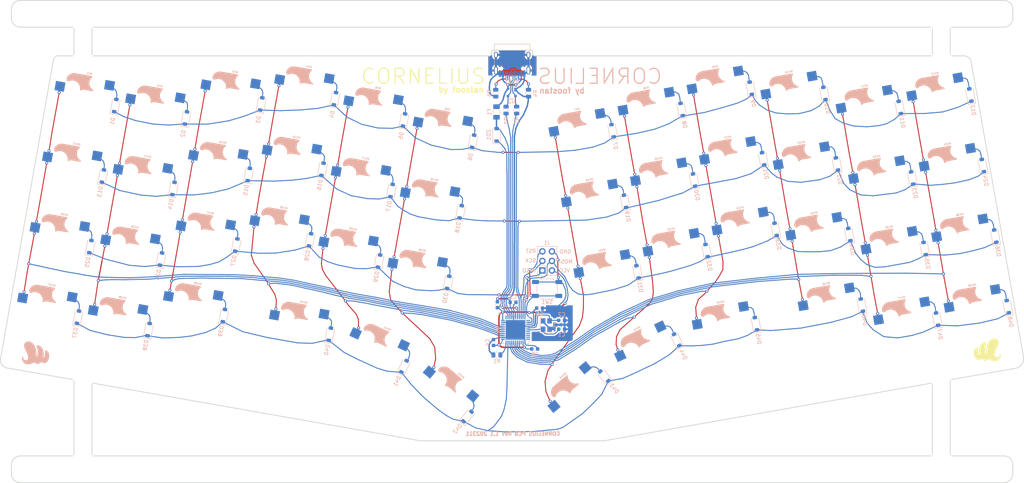
<source format=kicad_pcb>
(kicad_pcb (version 20221018) (generator pcbnew)
  (title_block (date "2023-11-12"))
  (layers (0 "F.Cu" signal) (31 "B.Cu" signal) (34 "B.Paste" user) (35 "F.Paste" user) (36 "B.SilkS" user "B.Silkscreen") (37 "F.SilkS" user "F.Silkscreen") (38 "B.Mask" user) (39 "F.Mask" user) (44 "Edge.Cuts" user))
  (net 0 "")
  (net 1 "GND")
  (net 2 "+5V")
  (net 3 "ROW0")
  (net 4 "ROW1")
  (net 5 "ROW3")
  (net 6 "COL0")
  (net 7 "COL1")
  (net 8 "COL2")
  (net 9 "COL3")
  (net 10 "COL4")
  (net 11 "COL5")
  (net 12 "RESET")
  (net 13 "D+")
  (net 14 "D-")
  (net 15 "MOSI")
  (net 16 "VBUS")
  (net 17 "COL6")
  (net 18 "MISO")
  (net 19 "COL7")
  (net 20 "COL8")
  (net 21 "COL9")
  (net 22 "COL10")
  (net 23 "COL11")
  (net 24 "Net-(U1-XTAL1)")
  (net 25 "Net-(U1-XTAL2)")
  (net 26 "Net-(U1-UCAP)")
  (net 27 "Net-(D1-A)")
  (net 28 "Net-(D2-A)")
  (net 29 "Net-(D3-A)")
  (net 30 "Net-(D4-A)")
  (net 31 "Net-(D5-A)")
  (net 32 "Net-(D6-A)")
  (net 33 "Net-(D7-A)")
  (net 34 "Net-(D8-A)")
  (net 35 "Net-(D9-A)")
  (net 36 "Net-(D10-A)")
  (net 37 "Net-(D11-A)")
  (net 38 "Net-(D12-A)")
  (net 39 "Net-(D13-A)")
  (net 40 "Net-(D14-A)")
  (net 41 "Net-(D15-A)")
  (net 42 "Net-(D16-A)")
  (net 43 "Net-(D17-A)")
  (net 44 "Net-(D18-A)")
  (net 45 "Net-(D19-A)")
  (net 46 "Net-(D20-A)")
  (net 47 "Net-(D21-A)")
  (net 48 "Net-(D22-A)")
  (net 49 "Net-(D23-A)")
  (net 50 "Net-(D24-A)")
  (net 51 "Net-(D25-A)")
  (net 52 "Net-(D26-A)")
  (net 53 "Net-(D27-A)")
  (net 54 "Net-(D28-A)")
  (net 55 "Net-(D29-A)")
  (net 56 "Net-(D30-A)")
  (net 57 "Net-(D31-A)")
  (net 58 "Net-(D32-A)")
  (net 59 "Net-(D33-A)")
  (net 60 "Net-(D34-A)")
  (net 61 "Net-(D35-A)")
  (net 62 "Net-(D36-A)")
  (net 63 "Net-(D37-A)")
  (net 64 "Net-(D38-A)")
  (net 65 "Net-(D39-A)")
  (net 66 "Net-(D40-A)")
  (net 67 "Net-(D41-A)")
  (net 68 "Net-(D42-A)")
  (net 69 "Net-(D43-A)")
  (net 70 "Net-(D44-A)")
  (net 71 "Net-(D45-A)")
  (net 72 "Net-(D46-A)")
  (net 73 "Net-(D47-A)")
  (net 74 "Net-(D48-A)")
  (net 75 "Net-(U1-~{HWB}{slash}PE2)")
  (net 76 "Net-(U1-D+)")
  (net 77 "Net-(U1-D-)")
  (net 78 "Net-(USB1-CC2)")
  (net 79 "Net-(USB1-CC1)")
  (net 89 "VCC")
  (footprint "kbd:corne-logo-silk" (layer "F.Cu") (at 274.77 121.37)
    (fp_text reference "G***" hide)
    (fp_text value "LOGO" hide)
  )
  (footprint "kbd:Breakaway_Tabs" (layer "F.Cu") (at 34.5 43.06)
    (fp_text reference "REF**")
    (fp_text value "Breakaway_Tabs")
  )
  (footprint "kbd:Breakaway_Tabs" (layer "F.Cu") (at 34.5 35.4383)
    (fp_text reference "REF**")
    (fp_text value "Breakaway_Tabs")
  )
  (footprint "kbd:Breakaway_Tabs" (layer "F.Cu") (at 262.5 43.06)
    (fp_text reference "REF**")
    (fp_text value "Breakaway_Tabs")
  )
  (footprint "kbd:Breakaway_Tabs" (layer "F.Cu") (at 262.5 35.4383)
    (fp_text reference "REF**")
    (fp_text value "Breakaway_Tabs")
  )
  (footprint "kbd:Breakaway_Tabs" (layer "F.Cu") (at 262.5 149.4383)
    (fp_text reference "REF**")
    (fp_text value "Breakaway_Tabs")
  )
  (footprint "kbd:Breakaway_Tabs" (layer "F.Cu") (at 262.5 129.6 10)
    (fp_text reference "REF**")
    (fp_text value "Breakaway_Tabs")
  )
  (footprint "kbd:Breakaway_Tabs" (layer "F.Cu") (at 34.5 149.4383)
    (fp_text reference "REF**")
    (fp_text value "Breakaway_Tabs")
  )
  (footprint "kbd:Breakaway_Tabs" (layer "F.Cu") (at 34.5 129.6 -10)
    (fp_text reference "REF**")
    (fp_text value "Breakaway_Tabs")
  )
  (footprint "Capacitor_SMD:C_0603_1608Metric" (layer "B.Cu") (at 161.65 113.4)
    (fp_text reference "C2")
    (fp_text value "22pF")
  )
  (footprint "Capacitor_SMD:C_0603_1608Metric" (layer "B.Cu") (at 148.75 108.6 180)
    (fp_text reference "C3")
    (fp_text value "1uF")
  )
  (footprint "Capacitor_SMD:C_0603_1608Metric" (layer "B.Cu") (at 143.55 119.3 90)
    (fp_text reference "C4")
    (fp_text value "0.1uF")
  )
  (footprint "Capacitor_SMD:C_0603_1608Metric" (layer "B.Cu") (at 155.8 110.15)
    (fp_text reference "C6")
    (fp_text value "0.1uF")
  )
  (footprint "Diode_SMD:D_SOD-123" (layer "B.Cu") (at 61.851681 59.577507 80)
    (fp_text reference "D2")
    (fp_text value "SOD-123")
  )
  (footprint "Diode_SMD:D_SOD-123" (layer "B.Cu") (at 81.852768 55.850285 80)
    (fp_text reference "D3")
    (fp_text value "SOD-123")
  )
  (footprint "Diode_SMD:D_SOD-123" (layer "B.Cu") (at 101.440355 54.468136 80)
    (fp_text reference "D4")
    (fp_text value "SOD-123")
  )
  (footprint "Diode_SMD:D_SOD-123" (layer "B.Cu") (at 119.787443 60.121207 80)
    (fp_text reference "D5")
    (fp_text value "SOD-123")
  )
  (footprint "Diode_SMD:D_SOD-123" (layer "B.Cu") (at 138.134531 65.774278 80)
    (fp_text reference "D6")
    (fp_text value "SOD-123")
  )
  (footprint "Diode_SMD:D_SOD-123" (layer "B.Cu") (at 175.184593 62.984767 100)
    (fp_text reference "D7")
    (fp_text value "SOD-123")
  )
  (footprint "Diode_SMD:D_SOD-123" (layer "B.Cu") (at 193.531681 57.331695 100)
    (fp_text reference "D8")
    (fp_text value "SOD-123")
  )
  (footprint "Diode_SMD:D_SOD-123" (layer "B.Cu") (at 211.878769 51.678624 100)
    (fp_text reference "D9")
    (fp_text value "SOD-123")
  )
  (footprint "Diode_SMD:D_SOD-123" (layer "B.Cu") (at 231.466356 53.060773 100)
    (fp_text reference "D10")
    (fp_text value "SOD-123")
  )
  (footprint "Diode_SMD:D_SOD-123" (layer "B.Cu") (at 251.467443 56.787996 100)
    (fp_text reference "D11")
    (fp_text value "SOD-123")
  )
  (footprint "Diode_SMD:D_SOD-123" (layer "B.Cu") (at 270.228031 53.479998 100)
    (fp_text reference "D12")
    (fp_text value "SOD-123")
  )
  (footprint "Diode_SMD:D_SOD-123" (layer "B.Cu") (at 39.783095 75.030097 80)
    (fp_text reference "D13")
    (fp_text value "SOD-123")
  )
  (footprint "Diode_SMD:D_SOD-123" (layer "B.Cu") (at 58.543683 78.338095 80)
    (fp_text reference "D14")
    (fp_text value "SOD-123")
  )
  (footprint "Diode_SMD:D_SOD-123" (layer "B.Cu") (at 78.54477 74.610873 80)
    (fp_text reference "D15")
    (fp_text value "SOD-123")
  )
  (footprint "Diode_SMD:D_SOD-123" (layer "B.Cu") (at 98.132357 73.228723 80)
    (fp_text reference "D16")
    (fp_text value "SOD-123")
  )
  (footprint "Diode_SMD:D_SOD-123" (layer "B.Cu") (at 116.479445 78.881795 80)
    (fp_text reference "D17")
    (fp_text value "SOD-123")
  )
  (footprint "Diode_SMD:D_SOD-123" (layer "B.Cu") (at 134.826533 84.534866 80)
    (fp_text reference "D18")
    (fp_text value "SOD-123")
  )
  (footprint "Diode_SMD:D_SOD-123" (layer "B.Cu") (at 178.492591 81.745354 100)
    (fp_text reference "D19")
    (fp_text value "SOD-123")
  )
  (footprint "Diode_SMD:D_SOD-123" (layer "B.Cu") (at 196.839679 76.092283 100)
    (fp_text reference "D20")
    (fp_text value "SOD-123")
  )
  (footprint "Diode_SMD:D_SOD-123" (layer "B.Cu") (at 215.186767 70.439212 100)
    (fp_text reference "D21")
    (fp_text value "SOD-123")
  )
  (footprint "Diode_SMD:D_SOD-123" (layer "B.Cu") (at 234.774354 71.821361 100)
    (fp_text reference "D22")
    (fp_text value "SOD-123")
  )
  (footprint "Diode_SMD:D_SOD-123" (layer "B.Cu") (at 254.775441 75.548584 100)
    (fp_text reference "D23")
    (fp_text value "SOD-123")
  )
  (footprint "Diode_SMD:D_SOD-123" (layer "B.Cu") (at 273.536029 72.240586 100)
    (fp_text reference "D24")
    (fp_text value "SOD-123")
  )
  (footprint "Diode_SMD:D_SOD-123" (layer "B.Cu") (at 36.475098 93.790685 80)
    (fp_text reference "D25")
    (fp_text value "SOD-123")
  )
  (footprint "Diode_SMD:D_SOD-123" (layer "B.Cu") (at 55.235685 97.098683 80)
    (fp_text reference "D26")
    (fp_text value "SOD-123")
  )
  (footprint "Diode_SMD:D_SOD-123" (layer "B.Cu") (at 75.236772 93.37146 80)
    (fp_text reference "D27")
    (fp_text value "SOD-123")
  )
  (footprint "Diode_SMD:D_SOD-123" (layer "B.Cu") (at 94.824359 91.989311 80)
    (fp_text reference "D28")
    (fp_text value "SOD-123")
  )
  (footprint "Diode_SMD:D_SOD-123" (layer "B.Cu") (at 113.171447 97.642382 80)
    (fp_text reference "D29")
    (fp_text value "SOD-123")
  )
  (footprint "Diode_SMD:D_SOD-123" (layer "B.Cu") (at 131.518535 103.295454 80)
    (fp_text reference "D30")
    (fp_text value "SOD-123")
  )
  (footprint "Diode_SMD:D_SOD-123" (layer "B.Cu") (at 181.800589 100.505942 100)
    (fp_text reference "D31")
    (fp_text value "SOD-123")
  )
  (footprint "Diode_SMD:D_SOD-123" (layer "B.Cu") (at 200.147677 94.852871 100)
    (fp_text reference "D32")
    (fp_text value "SOD-123")
  )
  (footprint "Diode_SMD:D_SOD-123" (layer "B.Cu") (at 218.494765 89.1998 100)
    (fp_text reference "D33")
    (fp_text value "SOD-123")
  )
  (footprint "Diode_SMD:D_SOD-123" (layer "B.Cu") (at 238.082352 90.581949 100)
    (fp_text reference "D34")
    (fp_text value "SOD-123")
  )
  (footprint "Diode_SMD:D_SOD-123" (layer "B.Cu") (at 258.083439 94.309171 100)
    (fp_text reference "D35")
    (fp_text value "SOD-123")
  )
  (footprint "Diode_SMD:D_SOD-123" (layer "B.Cu") (at 276.844027 91.001174 100)
    (fp_text reference "D36")
    (fp_text value "SOD-123")
  )
  (footprint "Diode_SMD:D_SOD-123" (layer "B.Cu") (at 33.1671 112.551273 80)
    (fp_text reference "D37")
    (fp_text value "SOD-123")
  )
  (footprint "Diode_SMD:D_SOD-123" (layer "B.Cu") (at 51.927687 115.859271 80)
    (fp_text reference "D38")
    (fp_text value "SOD-123")
  )
  (footprint "Diode_SMD:D_SOD-123" (layer "B.Cu") (at 71.928774 112.132048 80)
    (fp_text reference "D39")
    (fp_text value "SOD-123")
  )
  (footprint "Diode_SMD:D_SOD-123" (layer "B.Cu") (at 100.07 117.0833 80)
    (fp_text reference "D40")
    (fp_text value "SOD-123")
  )
  (footprint "Diode_SMD:D_SOD-123" (layer "B.Cu") (at 119.78 125.651 65)
    (fp_text reference "D41")
    (fp_text value "SOD-123")
  )
  (footprint "Diode_SMD:D_SOD-123" (layer "B.Cu") (at 136.63 138.971 50)
    (fp_text reference "D42")
    (fp_text value "SOD-123")
  )
  (footprint "Diode_SMD:D_SOD-123" (layer "B.Cu") (at 172.98 128.25 130)
    (fp_text reference "D43")
    (fp_text value "SOD-123")
  )
  (footprint "Diode_SMD:D_SOD-123" (layer "B.Cu") (at 192.22 118.61 115)
    (fp_text reference "D44")
    (fp_text value "SOD-123")
  )
  (footprint "Diode_SMD:D_SOD-123" (layer "B.Cu") (at 213.25 114.2923 100)
    (fp_text reference "D45")
    (fp_text value "SOD-123")
  )
  (footprint "Diode_SMD:D_SOD-123" (layer "B.Cu") (at 241.39035 109.342536 100)
    (fp_text reference "D46")
    (fp_text value "SOD-123")
  )
  (footprint "Diode_SMD:D_SOD-123" (layer "B.Cu") (at 261.391437 113.069759 100)
    (fp_text reference "D47")
    (fp_text value "SOD-123")
  )
  (footprint "Diode_SMD:D_SOD-123" (layer "B.Cu") (at 280.152024 109.761761 100)
    (fp_text reference "D48")
    (fp_text value "SOD-123")
  )
  (footprint "Connector_PinHeader_2.54mm:PinHeader_2x03_P2.54mm_Vertical" (layer "B.Cu") (at 156.54 100.1383)
    (fp_text reference "J1")
    (fp_text value "AVR-ISP-6")
  )
  (footprint "kbd:keyswitch_cherrymx_hotswap_1u" (layer "B.Cu") (at 53.691392 58.211785 170)
    (fp_text reference "MX2")
    (fp_text value "SW_Push" hide)
  )
  (footprint "kbd:keyswitch_cherrymx_hotswap_1u" (layer "B.Cu") (at 73.692478 54.484562 170)
    (fp_text reference "MX3")
    (fp_text value "SW_Push" hide)
  )
  (footprint "kbd:keyswitch_cherrymx_hotswap_1u" (layer "B.Cu") (at 93.280066 53.102413 170)
    (fp_text reference "MX4")
    (fp_text value "SW_Push" hide)
  )
  (footprint "kbd:keyswitch_cherrymx_hotswap_1u" (layer "B.Cu") (at 111.627154 58.755484 170)
    (fp_text reference "MX5")
    (fp_text value "SW_Push" hide)
  )
  (footprint "kbd:keyswitch_cherrymx_hotswap_1u" (layer "B.Cu") (at 130.074242 64.407556 170)
    (fp_text reference "MX6")
    (fp_text value "SW_Push" hide)
  )
  (footprint "kbd:keyswitch_cherrymx_hotswap_1u" (layer "B.Cu") (at 167.025558 64.405276 -170)
    (fp_text reference "MX7")
    (fp_text value "SW_Push" hide)
  )
  (footprint "kbd:keyswitch_cherrymx_hotswap_1u" (layer "B.Cu") (at 185.372645 58.752204 -170)
    (fp_text reference "MX8")
    (fp_text value "SW_Push" hide)
  )
  (footprint "kbd:keyswitch_cherrymx_hotswap_1u" (layer "B.Cu") (at 203.719733 53.099133 -170)
    (fp_text reference "MX9")
    (fp_text value "SW_Push" hide)
  )
  (footprint "kbd:keyswitch_cherrymx_hotswap_1u" (layer "B.Cu") (at 223.307321 54.481282 -170)
    (fp_text reference "MX10")
    (fp_text value "SW_Push" hide)
  )
  (footprint "kbd:keyswitch_cherrymx_hotswap_1u" (layer "B.Cu") (at 243.308407 58.208505 -170)
    (fp_text reference "MX11")
    (fp_text value "SW_Push" hide)
  )
  (footprint "kbd:keyswitch_cherrymx_hotswap_1u" (layer "B.Cu") (at 262.068995 54.900507 -170)
    (fp_text reference "MX12")
    (fp_text value "SW_Push" hide)
  )
  (footprint "kbd:keyswitch_cherrymx_hotswap_1u" (layer "B.Cu") (at 50.383394 76.972373 170)
    (fp_text reference "MX14")
    (fp_text value "SW_Push" hide)
  )
  (footprint "kbd:keyswitch_cherrymx_hotswap_1u" (layer "B.Cu") (at 70.384481 73.24515 170)
    (fp_text reference "MX15")
    (fp_text value "SW_Push" hide)
  )
  (footprint "kbd:keyswitch_cherrymx_hotswap_1u" (layer "B.Cu") (at 89.972068 71.863001 170)
    (fp_text reference "MX16")
    (fp_text value "SW_Push" hide)
  )
  (footprint "kbd:keyswitch_cherrymx_hotswap_1u" (layer "B.Cu") (at 108.319156 77.516072 170)
    (fp_text reference "MX17")
    (fp_text value "SW_Push" hide)
  )
  (footprint "kbd:keyswitch_cherrymx_hotswap_1u" (layer "B.Cu") (at 126.666244 83.169143 170)
    (fp_text reference "MX18")
    (fp_text value "SW_Push" hide)
  )
  (footprint "kbd:keyswitch_cherrymx_hotswap_1u" (layer "B.Cu") (at 170.333555 83.165863 -170)
    (fp_text reference "MX19")
    (fp_text value "SW_Push" hide)
  )
  (footprint "kbd:keyswitch_cherrymx_hotswap_1u" (layer "B.Cu") (at 188.680643 77.512792 -170)
    (fp_text reference "MX20")
    (fp_text value "SW_Push" hide)
  )
  (footprint "kbd:keyswitch_cherrymx_hotswap_1u" (layer "B.Cu") (at 207.027731 71.859721 -170)
    (fp_text reference "MX21")
    (fp_text value "SW_Push" hide)
  )
  (footprint "kbd:keyswitch_cherrymx_hotswap_1u" (layer "B.Cu") (at 226.615318 73.24187 -170)
    (fp_text reference "MX22")
    (fp_text value "SW_Push" hide)
  )
  (footprint "kbd:keyswitch_cherrymx_hotswap_1u" (layer "B.Cu") (at 246.616405 76.969093 -170)
    (fp_text reference "MX23")
    (fp_text value "SW_Push" hide)
  )
  (footprint "kbd:keyswitch_cherrymx_hotswap_1u" (layer "B.Cu") (at 265.376993 73.661095 -170)
    (fp_text reference "MX24")
    (fp_text value "SW_Push" hide)
  )
  (footprint "kbd:keyswitch_cherrymx_hotswap_1u" (layer "B.Cu") (at 47.075396 95.73296 170)
    (fp_text reference "MX26")
    (fp_text value "SW_Push" hide)
  )
  (footprint "kbd:keyswitch_cherrymx_hotswap_1u" (layer "B.Cu") (at 86.66407 90.623589 170)
    (fp_text reference "MX28")
    (fp_text value "SW_Push" hide)
  )
  (footprint "kbd:keyswitch_cherrymx_hotswap_1u" (layer "B.Cu") (at 105.011158 96.27666 170)
    (fp_text reference "MX29")
    (fp_text value "SW_Push" hide)
  )
  (footprint "kbd:keyswitch_cherrymx_hotswap_1u" (layer "B.Cu") (at 123.358246 101.929731 170)
    (fp_text reference "MX30")
    (fp_text value "SW_Push" hide)
  )
  (footprint "kbd:keyswitch_cherrymx_hotswap_1u" (layer "B.Cu") (at 173.641553 101.926451 -170)
    (fp_text reference "MX31")
    (fp_text value "SW_Push" hide)
  )
  (footprint "kbd:keyswitch_cherrymx_hotswap_1u" (layer "B.Cu") (at 191.988641 96.27338 -170)
    (fp_text reference "MX32")
    (fp_text value "SW_Push" hide)
  )
  (footprint "kbd:keyswitch_cherrymx_hotswap_1u" (layer "B.Cu") (at 210.335729 90.620309 -170)
    (fp_text reference "MX33")
    (fp_text value "SW_Push" hide)
  )
  (footprint "kbd:keyswitch_cherrymx_hotswap_1u" (layer "B.Cu") (at 229.923316 92.002458 -170)
    (fp_text reference "MX34")
    (fp_text value "SW_Push" hide)
  )
  (footprint "kbd:keyswitch_cherrymx_hotswap_1u" (layer "B.Cu") (at 249.924403 95.72968 -170)
    (fp_text reference "MX35")
    (fp_text value "SW_Push" hide)
  )
  (footprint "kbd:keyswitch_cherrymx_hotswap_1u" (layer "B.Cu") (at 268.684991 92.421682 -170)
    (fp_text reference "MX36")
    (fp_text value "SW_Push" hide)
  )
  (footprint "kbd:keyswitch_cherrymx_hotswap_1u" (layer "B.Cu") (at 43.767398 114.493548 170)
    (fp_text reference "MX38")
    (fp_text value "SW_Push" hide)
  )
  (footprint "kbd:keyswitch_cherrymx_hotswap_1u" (layer "B.Cu") (at 63.768485 110.766325 170)
    (fp_text reference "MX39")
    (fp_text value "SW_Push" hide)
  )
  (footprint "kbd:keyswitch_cherrymx_hotswap_1u" (layer "B.Cu") (at 166.68 133.6463 -140)
    (fp_text reference "MX43")
    (fp_text value "SW_Push" hide)
  )
  (footprint "kbd:keyswitch_cherrymx_hotswap_1u" (layer "B.Cu") (at 184.725 122.1383 -155)
    (fp_text reference "MX44")
    (fp_text value "SW_Push" hide)
  )
  (footprint "kbd:keyswitch_cherrymx_hotswap_1u" (layer "B.Cu") (at 205.090432 115.725042 -170)
    (fp_text reference "MX45")
    (fp_text value "SW_Push" hide)
  )
  (footprint "kbd:keyswitch_cherrymx_hotswap_1u" (layer "B.Cu") (at 233.231314 110.763045 -170)
    (fp_text reference "MX46")
    (fp_text value "SW_Push" hide)
  )
  (footprint "kbd:keyswitch_cherrymx_hotswap_1u" (layer "B.Cu") (at 253.232401 114.490268 -170)
    (fp_text reference "MX47")
    (fp_text value "SW_Push" hide)
  )
  (footprint "kbd:keyswitch_cherrymx_hotswap_1u" (layer "B.Cu") (at 271.992989 111.18227 -170)
    (fp_text reference "MX48")
    (fp_text value "SW_Push" hide)
  )
  (footprint "Resistor_SMD:R_0805_2012Metric" (layer "B.Cu") (at 144.45 122.6)
    (fp_text reference "R1")
    (fp_text value "10k")
  )
  (footprint "Resistor_SMD:R_0805_2012Metric" (layer "B.Cu") (at 149.708001 57.49 90)
    (fp_text reference "R2")
    (fp_text value "22")
  )
  (footprint "Resistor_SMD:R_0805_2012Metric" (layer "B.Cu") (at 146.89 57.49 90)
    (fp_text reference "R3")
    (fp_text value "22")
  )
  (footprint "Resistor_SMD:R_0805_2012Metric" (layer "B.Cu") (at 144.15 52.99 -90)
    (fp_text reference "R5")
    (fp_text value "5.1k")
  )
  (footprint "Button_Switch_SMD:SW_SPST_SKQG_WithStem" (layer "B.Cu") (at 157.8 105.05 180)
    (fp_text reference "SW1")
    (fp_text value "SW_Push")
  )
  (footprint "Package_DFN_QFN:QFN-44-1EP_7x7mm_P0.5mm_EP5.2x5.2mm" (layer "B.Cu") (at 149.4028 115.9256 -90)
    (fp_text reference "U1")
    (fp_text value "ATmega32U4-M")
  )
  (footprint "Package_TO_SOT_SMD:SOT-143" (layer "B.Cu") (at 148.4 52.79 180)
    (fp_text reference "U2")
    (fp_text value "PRTR5V0U2X")
  )
  (footprint "kbd:keyswitch_cherrymx_hotswap_1u" (layer "B.Cu") (at 31.622806 73.664375 170)
    (fp_text reference "MX13")
    (fp_text value "SW_Push" hide)
  )
  (footprint "kbd:keyswitch_cherrymx_hotswap_1u" (layer "B.Cu") (at 34.930804 54.903787 170)
    (fp_text reference "MX1")
    (fp_text value "SW_Push" hide)
  )
  (footprint "kbd:keyswitch_cherrymx_hotswap_1u" (layer "B.Cu") (at 28.314808 92.424963 170)
    (fp_text reference "MX25")
    (fp_text value "SW_Push" hide)
  )
  (footprint "kbd:keyswitch_cherrymx_hotswap_1u" (layer "B.Cu") (at 25.006811 111.18555 170)
    (fp_text reference "MX37")
    (fp_text value "SW_Push" hide)
  )
  (footprint "kbd:keyswitch_cherrymx_hotswap_1u" (layer "B.Cu") (at 91.909367 115.728322 170)
    (fp_text reference "MX40")
    (fp_text value "SW_Push" hide)
  )
  (footprint "kbd:keyswitch_cherrymx_hotswap_1u" (layer "B.Cu") (at 130.308 133.6373 140)
    (fp_text reference "MX42")
    (fp_text value "SW_Push" hide)
  )
  (footprint "kbd:keyswitch_cherrymx_hotswap_1u" (layer "B.Cu") (at 112.277 122.1653 155)
    (fp_text reference "MX41")
    (fp_text value "SW_Push" hide)
  )
  (footprint "Fuse:Fuse_1206_3216Metric" (layer "B.Cu") (at 144.35 57.99 90)
    (fp_text reference "F1")
    (fp_text value "500mA")
  )
  (footprint "Diode_SMD:D_SOD-123" (layer "B.Cu") (at 43.091093 56.26951 80)
    (fp_text reference "D1")
    (fp_text value "SOD-123")
  )
  (footprint "Capacitor_SMD:C_0603_1608Metric" (layer "B.Cu") (at 161.65 115.75)
    (fp_text reference "C1")
    (fp_text value "22pF")
  )
  (footprint "Crystal:Crystal_SMD_3225-4Pin_3.2x2.5mm" (layer "B.Cu") (at 157.6 114.65 90)
    (fp_text reference "Y1")
    (fp_text value "16MHz")
  )
  (footprint "Resistor_SMD:R_0805_2012Metric" (layer "B.Cu") (at 152.85 52.99 -90)
    (fp_text reference "R4")
    (fp_text value "5.1k")
  )
  (footprint "Capacitor_SMD:C_0603_1608Metric" (layer "B.Cu") (at 144.6 109.25 90)
    (fp_text reference "C7")
    (fp_text value "10uF")
  )
  (footprint "Capacitor_SMD:C_0603_1608Metric" (layer "B.Cu") (at 154.5 121)
    (fp_text reference "C5")
    (fp_text value "0.1uF")
  )
  (footprint "kbd:corne-logo-silk" (layer "B.Cu") (at 21.86 122.19 180)
    (fp_text reference "G***" hide)
    (fp_text value "LOGO" hide)
  )
  (footprint "kbd:keyswitch_cherrymx_hotswap_1u" (layer "B.Cu") (at 67.076483 92.005738 170)
    (fp_text reference "MX27")
    (fp_text value "SW_Push" hide)
  )
  (footprint "Connector_USB:USB_C_Receptacle_HRO_TYPE-C-31-M-12" (layer "B.Cu") (at 148.5 43.8383)
    (fp_text reference "USB1")
    (fp_text value "TYPE-C-31-M-12")
  )
  (footprint "Diode_SMD:D_SOD-123" (layer "B.Cu") (at 144.37 64.0658 90)
    (fp_text reference "ZD1")
    (fp_text value "Schottky")
  )
  (gr_circle (center 145.26 111.62) (end 145.4 111.78) (stroke (width 0.15)) (fill none) (layer "B.SilkS"))
  (gr_arc (start 284.349572 123.208774) (mid 283.90548 125.088658) (end 282.280622 126.133176) (stroke (width 0.2)) (layer "Edge.Cuts"))
  (gr_arc (start 268.54 43.07) (mid 269.745318 43.47684) (end 270.423889 44.552874) (stroke (width 0.2)) (layer "Edge.Cuts"))
  (gr_arc (start 154.48 43.06) (mid 154.126447 42.913553) (end 153.98 42.56) (stroke (width 0.2)) (layer "Edge.Cuts"))
  (gr_line (start 27.93 43.06) (end 32.125 43.06) (stroke (width 0.2)) (layer "Edge.Cuts"))
  (gr_line (start 15.5 33.0633) (end 15.5 30.6883) (stroke (width 0.2)) (layer "Edge.Cuts"))
  (gr_line (start 15.5 154.1883) (end 15.5 151.8133) (stroke (width 0.2)) (layer "Edge.Cuts"))
  (gr_line (start 36.875 43.06) (end 142.48 43.06) (stroke (width 0.2)) (layer "Edge.Cuts"))
  (gr_line (start 264.875 43.06) (end 268.54 43.07) (stroke (width 0.2)) (layer "Edge.Cuts"))
  (gr_line (start 264.875 35.4383) (end 279.125 35.4383) (stroke (width 0.2)) (layer "Edge.Cuts"))
  (gr_line (start 32.125 35.4383) (end 17.875 35.4383) (stroke (width 0.2)) (layer "Edge.Cuts"))
  (gr_line (start 264.875 149.4383) (end 279.125 149.4383) (stroke (width 0.2)) (layer "Edge.Cuts"))
  (gr_line (start 32.125 149.4383) (end 17.875 149.4383) (stroke (width 0.2)) (layer "Edge.Cuts"))
  (gr_line (start 32.125 129.2) (end 14.261117 126.044247) (stroke (width 0.2)) (layer "Edge.Cuts"))
  (gr_line (start 264.875 129.2) (end 282.280622 126.133176) (stroke (width 0.2)) (layer "Edge.Cuts"))
  (gr_arc (start 15.5 151.8133) (mid 16.195621 150.133921) (end 17.875 149.4383) (stroke (width 0.2)) (layer "Edge.Cuts"))
  (gr_arc (start 281.5 33.0633) (mid 280.804379 34.742679) (end 279.125 35.4383) (stroke (width 0.2)) (layer "Edge.Cuts"))
  (gr_line (start 281.5 30.6883) (end 281.5 33.0633) (stroke (width 0.2)) (layer "Edge.Cuts"))
  (gr_line (start 264.875 35.4383) (end 264.875 43.06) (stroke (width 0.2)) (layer "Edge.Cuts"))
  (gr_arc (start 142.98 42.06) (mid 143.126447 41.706447) (end 143.48 41.56) (stroke (width 0.2)) (layer "Edge.Cuts"))
  (gr_line (start 124.077486 145.423418) (end 36.875 130.05) (stroke (width 0.2)) (layer "Edge.Cuts"))
  (gr_line (start 260.125 35.4383) (end 36.875 35.4383) (stroke (width 0.2)) (layer "Edge.Cuts"))
  (gr_line (start 142.98 42.56) (end 142.98 42.06) (stroke (width 0.2)) (layer "Edge.Cuts"))
  (gr_arc (start 17.875 35.4383) (mid 16.195621 34.742679) (end 15.5 33.0633) (stroke (width 0.2)) (layer "Edge.Cuts"))
  (gr_line (start 260.125 130.05) (end 172.927282 145.423418) (stroke (width 0.2)) (layer "Edge.Cuts"))
  (gr_arc (start 281.5 154.1883) (mid 280.804379 155.867679) (end 279.125 156.5633) (stroke (width 0.2)) (layer "Edge.Cuts"))
  (gr_line (start 154.48 43.06) (end 260.125 43.06) (stroke (width 0.2)) (layer "Edge.Cuts"))
  (gr_line (start 270.423889 44.552874) (end 284.349572 123.208774) (stroke (width 0.2)) (layer "Edge.Cuts"))
  (gr_line (start 172.927282 145.423418) (end 124.077486 145.423418) (stroke (width 0.2)) (layer "Edge.Cuts"))
  (gr_line (start 264.875 149.4383) (end 264.875 129.2) (stroke (width 0.2)) (layer "Edge.Cuts"))
  (gr_line (start 260.125 35.4383) (end 260.125 43.06) (stroke (width 0.2)) (layer "Edge.Cuts"))
  (gr_arc (start 15.5 30.6883) (mid 16.195621 29.008921) (end 17.875 28.3133) (stroke (width 0.2)) (layer "Edge.Cuts"))
  (gr_line (start 260.125 149.4383) (end 260.125 130.05) (stroke (width 0.2)) (layer "Edge.Cuts"))
  (gr_arc (start 26.650172 44.188894) (mid 27.074236 43.379737) (end 27.93 43.06) (stroke (width 0.2)) (layer "Edge.Cuts"))
  (gr_arc (start 153.48 41.56) (mid 153.833553 41.706447) (end 153.98 42.06) (stroke (width 0.2)) (layer "Edge.Cuts"))
  (gr_arc (start 279.125 28.3133) (mid 280.804379 29.008921) (end 281.5 30.6883) (stroke (width 0.2)) (layer "Edge.Cuts"))
  (gr_line (start 36.875 149.4383) (end 36.875 130.05) (stroke (width 0.2)) (layer "Edge.Cuts"))
  (gr_arc (start 17.875 156.5633) (mid 16.195621 155.867679) (end 15.5 154.1883) (stroke (width 0.2)) (layer "Edge.Cuts"))
  (gr_line (start 32.125 35.4383) (end 32.125 43.06) (stroke (width 0.2)) (layer "Edge.Cuts"))
  (gr_line (start 12.58 123.719185) (end 26.650172 44.188894) (stroke (width 0.2)) (layer "Edge.Cuts"))
  (gr_line (start 153.98 42.06) (end 153.98 42.56) (stroke (width 0.2)) (layer "Edge.Cuts"))
  (gr_line (start 36.875 35.4383) (end 36.875 43.06) (stroke (width 0.2)) (layer "Edge.Cuts"))
  (gr_line (start 17.875 28.3133) (end 279.125 28.3133) (stroke (width 0.2)) (layer "Edge.Cuts"))
  (gr_arc (start 142.98 42.56) (mid 142.833553 42.913553) (end 142.48 43.06) (stroke (width 0.2)) (layer "Edge.Cuts"))
  (gr_line (start 143.48 41.56) (end 153.48 41.56) (stroke (width 0.2)) (layer "Edge.Cuts"))
  (gr_line (start 32.125 149.4383) (end 32.125 129.2) (stroke (width 0.2)) (layer "Edge.Cuts"))
  (gr_line (start 281.5 151.8133) (end 281.5 154.1883) (stroke (width 0.2)) (layer "Edge.Cuts"))
  (gr_line (start 36.875 149.4383) (end 260.125 149.4383) (stroke (width 0.2)) (layer "Edge.Cuts"))
  (gr_line (start 279.125 156.5633) (end 17.875 156.5633) (stroke (width 0.2)) (layer "Edge.Cuts"))
  (gr_arc (start 14.261117 126.044247) (mid 12.960939 125.21404) (end 12.58 123.719185) (stroke (width 0.2)) (layer "Edge.Cuts"))
  (gr_arc (start 279.125 149.4383) (mid 280.804379 150.133921) (end 281.5 151.8133) (stroke (width 0.2)) (layer "Edge.Cuts"))
  (gr_text "by foostan" (at 161.73 52.31) (layer "B.SilkS") (effects (font (size 1.5 1.5) (thickness 0.3)) (justify mirror)))
  (gr_text "CORNELIUS" (at 171.82 48.52) (layer "B.SilkS") (effects (font (size 4 4) (thickness 0.3)) (justify mirror)))
  (gr_text "CORNELIUS PCB Rev 1.1 202311" (at 148.67125 143.54875) (layer "B.SilkS") (effects (font (size 1 1) (thickness 0.25)) (justify mirror)))
  (gr_text "CORNELIUS" (at 124.87 48.52) (layer "F.SilkS") (effects (font (size 4 4) (thickness 0.3))))
  (gr_text "by foostan" (at 134.98 52.06) (layer "F.SilkS") (effects (font (size 1.5 1.5) (thickness 0.3))))
  (segment (start 160.65 99.95) (end 160.65 97.3) (width 0.254) (layer "F.Cu") (net 1))
  (segment (start 147.68 107.65) (end 144.9 107.65) (width 0.381) (layer "F.Cu") (net 1))
  (segment (start 147.69 107.66) (end 147.68 107.65) (width 0.381) (layer "F.Cu") (net 1))
  (segment (start 160.658334 101.241666) (end 160.65 99.95) (width 0.254) (layer "F.Cu") (net 1))
  (segment (start 160.8 101.95) (end 160.658334 101.241666) (width 0.254) (layer "F.Cu") (net 1))
  (via (at 147.69 107.66) (size 0.8) (drill 0.4) (layers "F.Cu" "B.Cu") (net 1))
  (via (at 160.65 97.3) (size 0.8) (drill 0.4) (layers "F.Cu" "B.Cu") (net 1))
  (via (at 160.8 101.95) (size 0.8) (drill 0.4) (layers "F.Cu" "B.Cu") (net 1))
  (via (at 144.65 107.649998) (size 0.8) (drill 0.4) (layers "F.Cu" "B.Cu") (net 1))
  (segment (start 154.8 120.3) (end 154.2 120.1) (width 0.254) (layer "B.Cu") (net 1))
  (segment (start 148.97099 112.45741) (end 148.9028 112.5256) (width 0.254) (layer "B.Cu") (net 1))
  (segment (start 158.9 110.1) (end 157.5 110.15) (width 0.254) (layer "B.Cu") (net 1))
  (segment (start 151.33405 113.99435) (end 147.47155 113.99435) (width 0.254) (layer "B.Cu") (net 1))
  (segment (start 152.8 120.05) (end 152.3 120) (width 0.254) (layer "B.Cu") (net 1))
  (segment (start 151.33405 117.85685) (end 151.33405 113.99435) (width 0.254) (layer "B.Cu") (net 1))
  (segment (start 147.47155 116.56935) (end 147.47155 117.85685) (width 0.254) (layer "B.Cu") (net 1))
  (segment (start 162.3 112.3375) (end 161.8 111.7) (width 0.381) (layer "B.Cu") (net 1))
  (segment (start 147.47155 115.28185) (end 151.33405 115.28185) (width 0.254) (layer "B.Cu") (net 1))
  (segment (start 157.5 110.15) (end 156.5875 110.15) (width 0.254) (layer "B.Cu") (net 1))
  (segment (start 145.275 47.8833) (end 144.594 47.8833) (width 0.381) (layer "B.Cu") (net 1))
  (segment (start 148.9028 113.8506) (end 148.75905 113.99435) (width 0.254) (layer "B.Cu") (net 1))
  (segment (start 150.04655 113.99435) (end 150.04655 117.85685) (width 0.254) (layer "B.Cu") (net 1))
  (segment (start 142.85 49.39) (end 142.55 50.29) (width 0.381) (layer "B.Cu") (net 1))
  (segment (start 155.3 120.9) (end 154.8 120.3) (width 0.254) (layer "B.Cu") (net 1))
  (segment (start 149.4 51.94) (end 149.4 52.04) (width 0.381) (layer "B.Cu") (net 1))
  (segment (start 149.1 92.618752) (end 149.06 92.658752) (width 0.381) (layer "B.Cu") (net 1))
  (segment (start 160.6 96.5) (end 160.4 96.05) (width 0.254) (layer "B.Cu") (net 1))
  (segment (start 146.0028 117.9256) (end 147.4028 117.9256) (width 0.254) (layer "B.Cu") (net 1))
  (segment (start 144.18 42.7883) (end 145.188 42.7883) (width 0.508) (layer "B.Cu") (net 1))
  (segment (start 153.8744 114.9256) (end 153.95 114.85) (width 0.254) (layer "B.Cu") (net 1))
  (segment (start 142.45 51.59) (end 142.55 52.85919) (width 0.381) (layer "B.Cu") (net 1))
  (segment (start 156.5875 110.15) (end 156.5875 110.725) (width 0.381) (layer "B.Cu") (net 1))
  (segment (start 144.338298 118.15) (end 145.05 117.95) (width 0.254) (layer "B.Cu") (net 1))
  (segment (start 151.9028 119.3256) (end 151.89 118.6883) (width 0.254) (layer "B.Cu") (net 1))
  (segment (start 142.4 120.9) (end 142.5 121.6) (width 0.381) (layer "B.Cu") (net 1))
  (segment (start 142.55 52.85919) (end 142.95 53.49) (width 0.381) (layer "B.Cu") (net 1))
  (segment (start 160.2 114.6) (end 159.55 115) (width 0.381) (layer "B.Cu") (net 1))
  (segment (start 151.33405 116.56935) (end 147.47155 116.56935) (width 0.254) (layer "B.Cu") (net 1))
  (segment (start 160.65 97.3) (end 160.6 96.5) (width 0.254) (layer "B.Cu") (net 1))
  (segment (start 143.35 48.79) (end 142.85 49.39) (width 0.381) (layer "B.Cu") (net 1))
  (segment (start 162.4375 114.4875) (end 162.4375 113.4) (width 0.381) (layer "B.Cu") (net 1))
  (segment (start 155.85 111.4) (end 155.25 111.4) (width 0.381) (layer "B.Cu") (net 1))
  (segment (start 155.25 111.4) (end 154.96 111.6483) (width 0.381) (layer "B.Cu") (net 1))
  (segment (start 160.9 103.2) (end 161.94 103.5283) (width 0.254) (layer "B.Cu") (net 1))
  (segment (start 151.725 49.615) (end 151.35 50.49) (width 0.381) (layer "B.Cu") (net 1))
  (segment (start 152.5 56.49) (end 152.75 55.24) (width 0.381) (layer "B.Cu") (net 1))
  (segment (start 147.9125 108.775) (end 148.05 109.85) (width 0.254) (layer "B.Cu") (net 1))
  (segment (start 151.5 58.79) (end 152.5 56.49) (width 0.381) (layer "B.Cu") (net 1))
  (segment (start 151.5 53.84) (end 152.85 53.9275) (width 0.381) (layer "B.Cu") (net 1))
  (segment (start 150.5 60.19) (end 151.5 58.79) (width 0.381) (layer "B.Cu") (net 1))
  (segment (start 154.45 114.7083) (end 153.95 114.85) (width 0.381) (layer "B.Cu") (net 1))
  (segment (start 143.55 118.5125) (end 142.75 119.2) (width 0.381) (layer "B.Cu") (net 1))
  (segment (start 156.75 113.812942) (end 156.75 113.55) (width 0.381) (layer "B.Cu") (net 1))
  (segment (start 143.1 122.3) (end 143.5125 122.6) (width 0.381) (layer "B.Cu") (net 1))
  (segment (start 142.75 119.2) (end 142.4 120) (width 0.381) (layer "B.Cu") (net 1))
  (segment (start 161.8 108.6) (end 160.65 109.7) (width 0.254) (layer "B.Cu") (net 1))
  (segment (start 151.6903 114.9256) (end 151.33405 115.28185) (width 0.254) (layer "B.Cu") (net 1))
  (segment (start 151.905 47.8833) (end 152.82 46.9683) (width 0.381) (layer "B.Cu") (net 1))
  (segment (start 148.75905 113.99435) (end 147.47155 113.99435) (width 0.254) (layer "B.Cu") (net 1))
  (segment (start 149.4 52.04) (end 150.1 52.89) (width 0.381) (layer "B.Cu") (net 1))
  (segment (start 149 105.4) (end 149.05 104.7) (width 0.381) (layer "B.Cu") (net 1))
  (segment (start 151.89 118.6883) (end 151.33405 117.85685) (width 0.254) (layer "B.Cu") (net 1))
  (segment (start 142.55 50.29) (end 142.45 51.59) (width 0.381) (layer "B.Cu") (net 1))
  (segment (start 160.4 96.05) (end 159.47 94.96) (width 0.254) (layer "B.Cu") (net 1))
  (segment (start 143.55 118.5125) (end 144.338298 118.15) (width 0.254) (layer "B.Cu") (net 1))
  (segment (start 148.5 106.75) (end 149 105.4) (width 0.381) (layer "B.Cu") (net 1))
  (segment (start 148.05 109.85) (end 148.4 110.7) (width 0.254) (layer "B.Cu") (net 1))
  (segment (start 161.4 114.5) (end 160.2 114.6) (width 0.381) (layer "B.Cu") (net 1))
  (segment (start 158.45 115.75) (end 158.45 115.512942) (width 0.381) (layer "B.Cu") (net 1))
  (segment (start 148.75905 117.85685) (end 148.75905 116.56935) (width 0.254) (layer "B.Cu") (net 1))
  (segment (start 150.1 52.89) (end 151.5 53.84) (width 0.381) (layer "B.Cu") (net 1))
  (segment (start 148.75905 116.56935) (end 148.75905 115.28185) (width 0.254) (layer "B.Cu") (net 1))
  (segment (start 162.4375 115.75) (end 162.4375 114.4875) (width 0.381) (layer "B.Cu") (net 1))
  (segment (start 147.69 107.66) (end 148.5 106.75) (width 0.381) (layer "B.Cu") (net 1))
  (segment (start 147.9125 108.2) (end 147.9125 108.775) (width 0.254) (layer "B.Cu") (net 1))
  (segment (start 156.5875 110.725) (end 155.9125 111.4) (width 0.381) (layer "B.Cu") (net 1))
  (segment (start 147.69 107.66) (end 147.9 108.2) (width 0.381) (layer "B.Cu") (net 1))
  (segment (start 151.725 47.8833) (end 151.725 49.615) (width 0.381) (layer "B.Cu") (net 1))
  (segment (start 149.1 64.49) (end 149.5 62.29) (width 0.381) (layer "B.Cu") (net 1))
  (segment (start 144.594 47.8833) (end 143.35 48.79) (width 0.381) (layer "B.Cu") (net 1))
  (segment (start 152.3 120) (end 151.9028 119.6028) (width 0.254) (layer "B.Cu") (net 1))
  (segment (start 160.65 109.7) (end 158.9 110.1) (width 0.254) (layer "B.Cu") (net 1))
  (segment (start 162.45 107.9) (end 161.8 108.6) (width 0.254) (layer "B.Cu") (net 1))
  (segment (start 160.9 103.2) (end 154.7 103.2) (width 0.254) (layer "B.Cu") (net 1))
  (segment (start 148.75905 113.99435) (end 150.04655 113.99435) (width 0.254) (layer "B.Cu") (net 1))
  (segment (start 152.75 55.24) (end 152.85 53.9275) (width 0.381) (layer "B.Cu") (net 1))
  (segment (start 142.95 53.49) (end 144.15 53.9275) (width 0.381) (layer "B.Cu") (net 1))
  (segment (start 144.6 108.5625) (end 144.6 107.7) (width 0.381) (layer "B.Cu") (net 1))
  (segment (start 158.45 115.512942) (end 156.75 113.812942) (width 0.381) (layer "B.Cu") (net 1))
  (segment (start 152.82 42.7883) (end 152.82 46.9683) (width 0.508) (layer "B.Cu") (net 1))
  (segment (start 146.0028 113.9256) (end 147.4028 113.9256) (width 0.254) (layer "B.Cu") (net 1))
  (segment (start 148.4 110.7) (end 148.9 111.6) (width 0.254) (layer "B.Cu") (net 1))
  (segment (start 147.4028 117.9256) (end 147.47155 117.85685) (width 0.254) (layer "B.Cu") (net 1))
  (segment (start 162.4375 113.4) (end 162.3 112.3375) (width 0.381) (layer "B.Cu") (net 1))
  (segment (start 148.9028 112.5256) (end 148.9028 113.8506) (width 0.254) (layer "B.Cu") (net 1))
  (segment (start 144.18 46.9683) (end 144.18 42.7883) (width 0.508) (layer "B.Cu") (net 1))
  (segment (start 142.4 120) (end 142.4 120.9) (width 0.381) (layer "B.Cu") (net 1))
  (segment (start 162.4375 114.4875) (end 161.4 114.5) (width 0.381) (layer "B.Cu") (net 1))
  (segment (start 147.47155 113.99435) (end 147.47155 115.28185) (width 0.254) (layer "B.Cu") (net 1))
  (segment (start 155.9125 111.4) (end 155.85 111.4) (width 0.381) (layer "B.Cu") (net 1))
  (segment (start 162.65 105.2) (end 162.8 106.75) (width 0.254) (layer "B.Cu") (net 1))
  (segment (start 150.65 51.19) (end 149.4 51.94) (width 0.381) (layer "B.Cu") (net 1))
  (segment (start 162.8 106.75) (end 162.45 107.9) (width 0.254) (layer "B.Cu") (net 1))
  (segment (start 145.05 117.95) (end 146.0028 117.9256) (width 0.254) (layer "B.Cu") (net 1))
  (segment (start 147.47155 115.28185) (end 147.47155 116.56935) (width 0.254) (layer "B.Cu") (net 1))
  (segment (start 150.04655 117.85685) (end 151.33405 117.85685) (width 0.254) (layer "B.Cu") (net 1))
  (segment (start 149.05 104.69) (end 149.06 103.09) (width 0.381) (layer "B.Cu") (net 1))
  (segment (start 160.9 111.4) (end 155.85 111.4) (width 0.381) (layer "B.Cu") (net 1))
  (segment (start 159.55 115) (end 158.9 115.75) (width 0.381) (layer "B.Cu") (net 1))
  (segment (start 142.5 121.6) (end 143.1 122.3) (width 0.381) (layer "B.Cu") (net 1))
  (segment (start 147.47155 117.85685) (end 151.33405 117.85685) (width 0.254) (layer "B.Cu") (net 1))
  (segment (start 160.8 103.1) (end 160.9 103.2) (width 0.381) (layer "B.Cu") (net 1))
  (segment (start 147.47155 117.85685) (end 148.75905 117.85685) (width 0.254) (layer "B.Cu") (net 1))
  (segment (start 145.188 42.7883) (end 152.82 42.7883) (width 0.508) (layer "B.Cu") (net 1))
  (segment (start 154.64 114.0883) (end 154.45 114.7083) (width 0.381) (layer "B.Cu") (net 1))
  (segment (start 161.8 111.7) (end 160.9 111.4) (width 0.381) (layer "B.Cu") (net 1))
  (segment (start 154.71 112.1783) (end 154.64 114.0883) (width 0.381) (layer "B.Cu") (net 1))
  (segment (start 149.06 92.658752) (end 149.06 103.09) (width 0.381) (layer "B.Cu") (net 1))
  (segment (start 151.9028 119.6028) (end 151.9028 119.3256) (width 0.254) (layer "B.Cu") (net 1))
  (segment (start 151.35 50.49) (end 150.65 51.19) (width 0.381) (layer "B.Cu") (net 1))
  (segment (start 151.725 47.8833) (end 151.905 47.8833) (width 0.381) (layer "B.Cu") (net 1))
  (segment (start 158.9 115.75) (end 158.45 115.75) (width 0.381) (layer "B.Cu") (net 1))
  (segment (start 154.2 120.1) (end 152.8 120.05) (width 0.254) (layer "B.Cu") (net 1))
  (segment (start 149.1 64.49) (end 149.1 92.618752) (width 0.381) (layer "B.Cu") (net 1))
  (segment (start 147.9 108.2) (end 147.9125 108.2) (width 0.381) (layer "B.Cu") (net 1))
  (segment (start 161.94 103.5283) (end 162.65 105.2) (width 0.254) (layer "B.Cu") (net 1))
  (segment (start 152.8028 114.9256) (end 153.8744 114.9256) (width 0.254) (layer "B.Cu") (net 1))
  (segment (start 149.5 62.29) (end 150.5 60.19) (width 0.381) (layer "B.Cu") (net 1))
  (segment (start 148.9 111.6) (end 148.97099 112.45741) (width 0.254) (layer "B.Cu") (net 1))
  (segment (start 147.4028 113.9256) (end 147.47155 113.99435) (width 0.254) (layer "B.Cu") (net 1))
  (segment (start 160.8 101.95) (end 160.8 103.1) (width 0.381) (layer "B.Cu") (net 1))
  (segment (start 144.36 46.9683) (end 145.275 47.8833) (width 0.381) (layer "B.Cu") (net 1))
  (segment (start 154.96 111.6483) (end 154.71 112.1783) (width 0.381) (layer "B.Cu") (net 1))
  (segment (start 148.75905 115.28185) (end 148.75905 113.99435) (width 0.254) (layer "B.Cu") (net 1))
  (segment (start 152.8028 114.9256) (end 151.6903 114.9256) (width 0.254) (layer "B.Cu") (net 1))
  (segment (start 152.890275 111.1903) (end 153.049978 111.350003) (width 0.381) (layer "F.Cu") (net 2))
  (segment (start 145 119.9) (end 145.5 120.4) (width 0.381) (layer "F.Cu") (net 2))
  (segment (start 145.085715 112.185715) (end 145 112.9) (width 0.381) (layer "F.Cu") (net 2))
  (segment (start 145 112.9) (end 145 119.9) (width 0.381) (layer "F.Cu") (net 2))
  (segment (start 162.55 108.9) (end 161.15 110.1) (width 0.381) (layer "F.Cu") (net 2))
  (segment (start 145.25 111.65) (end 145.085715 112.185715) (width 0.381) (layer "F.Cu") (net 2))
  (segment (start 161.15 110.1) (end 159.55 110.85) (width 0.381) (layer "F.Cu") (net 2))
  (segment (start 145.5 120.4) (end 146.233334 120.566666) (width 0.381) (layer "F.Cu") (net 2))
  (segment (start 146.0028 111.1903) (end 152.890275 111.1903) (width 0.381) (layer "F.Cu") (net 2))
  (segment (start 146.0028 111.1903) (end 145.25 111.65) (width 0.381) (layer "F.Cu") (net 2))
  (segment (start 159.55 110.85) (end 157.7 111.15) (width 0.381) (layer "F.Cu") (net 2))
  (segment (start 157.7 111.15) (end 153.049978 111.350003) (width 0.381) (layer "F.Cu") (net 2))
  (segment (start 146.233334 120.566666) (end 151.733334 120.566666) (width 0.381) (layer "F.Cu") (net 2))
  (via (at 151.733334 120.566666) (size 0.8) (drill 0.4) (layers "F.Cu" "B.Cu") (net 2))
  (via (at 153.049978 111.350003) (size 0.8) (drill 0.4) (layers "F.Cu" "B.Cu") (net 2))
  (via (at 162.55 108.9) (size 0.8) (drill 0.4) (layers "F.Cu" "B.Cu") (net 2))
  (via (at 146.0028 111.1903) (size 0.8) (drill 0.4) (layers "F.Cu" "B.Cu") (net 2))
  (via (at 145 119.9) (size 0.8) (drill 0.4) (layers "F.Cu" "B.Cu") (net 2))
  (segment (start 163.15 105.1) (end 162.65 103.15) (width 0.254) (layer "B.Cu") (net 2))
  (segment (start 163.15 107.95) (end 163.35 106.7) (width 0.254) (layer "B.Cu") (net 2))
  (segment (start 151.733334 120.566666) (end 151.6 120.45) (width 0.254) (layer "B.Cu") (net 2))
  (segment (start 144.8 110.1) (end 145.25 109.7) (width 0.254) (layer "B.Cu") (net 2))
  (segment (start 162.55 108.9) (end 163.15 107.95) (width 0.254) (layer "B.Cu") (net 2))
  (segment (start 154.17 112.0183) (end 154.15 113.9083) (width 0.254) (layer "B.Cu") (net 2))
  (segment (start 152 120.8) (end 151.733334 120.566666) (width 0.254) (layer "B.Cu") (net 2))
  (segment (start 145.35 66.29) (end 144.35 65.44) (width 0.254) (layer "B.Cu") (net 2))
  (segment (start 162.15 102.2) (end 161 101.05) (width 0.254) (layer "B.Cu") (net 2))
  (segment (start 144.25 120.05) (end 145 119.9) (width 0.254) (layer "B.Cu") (net 2))
  (segment (start 146.0028 111.1903) (end 144.9 110.0875) (width 0.254) (layer "B.Cu") (net 2))
  (segment (start 152.45 121) (end 152 120.8) (width 0.254) (layer "B.Cu") (net 2))
  (segment (start 162.65 103.15) (end 162.15 102.2) (width 0.254) (layer "B.Cu") (net 2))
  (segment (start 153.6244 114.4256) (end 152.8028 114.4256) (width 0.254) (layer "B.Cu") (net 2))
  (segment (start 145.25 109.7) (end 145.55 108.95) (width 0.254) (layer "B.Cu") (net 2))
  (segment (start 147.15 73.91) (end 147.1 73.86) (width 0.254) (layer "B.Cu") (net 2))
  (segment (start 153.75 121) (end 152.45 121) (width 0.254) (layer "B.Cu") (net 2))
  (segment (start 145.55 108.95) (end 145.6 107) (width 0.254) (layer "B.Cu") (net 2))
  (segment (start 145.9 66.89) (end 145.35 66.29) (width 0.254) (layer "B.Cu") (net 2))
  (segment (start 153.615663 111.350003) (end 153.049978 111.350003) (width 0.381) (layer "B.Cu") (net 2))
  (segment (start 147.1 73.86) (end 147.06 68.96) (width 0.254) (layer "B.Cu") (net 2))
  (segment (start 154.02 114.2683) (end 153.6244 114.4256) (width 0.254) (layer "B.Cu") (net 2))
  (segment (start 145 119.9) (end 145.7 119.35) (width 0.254) (layer "B.Cu") (net 2))
  (segment (start 143.55 120.0875) (end 144.25 120.05) (width 0.254) (layer "B.Cu") (net 2))
  (segment (start 155.0125 110.15) (end 153.812497 111.350003) (width 0.381) (layer "B.Cu") (net 2))
  (segment (start 147.15 103.85) (end 147.15 73.91) (width 0.254) (layer "B.Cu") (net 2))
  (segment (start 145.6 107) (end 146.3 105.65) (width 0.254) (layer "B.Cu") (net 2))
  (segment (start 146.55 67.69) (end 145.9 66.89) (width 0.254) (layer "B.Cu") (net 2))
  (segment (start 163.35 106.7) (end 163.15 105.1) (width 0.254) (layer "B.Cu") (net 2))
  (segment (start 154.18125 110.98125) (end 154.17 112.0183) (width 0.254) (layer "B.Cu") (net 2))
  (segment (start 161 101.05) (end 159.12 100.04) (width 0.254) (layer "B.Cu") (net 2))
  (segment (start 146.0028 113.4256) (end 146.0028 111.1903) (width 0.254) (layer "B.Cu") (net 2))
  (segment (start 151.4028 119.9296) (end 151.4028 119.3256) (width 0.254) (layer "B.Cu") (net 2))
  (segment (start 159.12 100.04) (end 159.47 100.04) (width 0.254) (layer "B.Cu") (net 2))
  (segment (start 146.95 104.8) (end 147.15 103.85) (width 0.254) (layer "B.Cu") (net 2))
  (segment (start 146.3 105.65) (end 146.95 104.8) (width 0.254) (layer "B.Cu") (net 2))
  (segment (start 147.06 68.96) (end 146.55 67.69) (width 0.254) (layer "B.Cu") (net 2))
  (segment (start 145.7 119.35) (end 146.0028 118.4256) (width 0.254) (layer "B.Cu") (net 2))
  (segment (start 151.6 120.45) (end 151.4028 119.9296) (width 0.254) (layer "B.Cu") (net 2))
  (segment (start 153.812497 111.350003) (end 153.615663 111.350003) (width 0.381) (layer "B.Cu") (net 2))
  (segment (start 155.0125 110.15) (end 154.18125 110.98125) (width 0.254) (layer "B.Cu") (net 2))
  (segment (start 154.15 113.9083) (end 154.02 114.2683) (width 0.254) (layer "B.Cu") (net 2))
  (segment (start 146.07 68.73) (end 150.13 68.73) (width 0.254) (layer "F.Cu") (net 3))
  (via (at 150.13 68.73) (size 0.8) (drill 0.4) (layers "F.Cu" "B.Cu") (net 3))
  (via (at 146.07 68.73) (size 0.8) (drill 0.4) (layers "F.Cu" "B.Cu") (net 3))
  (segment (start 266.8016 56.7944) (end 262.8392 57.9882) (width 0.254) (layer "B.Cu") (net 3))
  (segment (start 236.3978 60.9092) (end 234.315 59.7662) (width 0.254) (layer "B.Cu") (net 3))
  (segment (start 213.1314 54.9656) (end 212.165288 53.303557) (width 0.254) (layer "B.Cu") (net 3))
  (segment (start 234.315 59.7662) (end 233.045 57.7596) (width 0.254) (layer "B.Cu") (net 3))
  (segment (start 86.9966 57.6336) (end 92.229 57.4558) (width 0.254) (layer "B.Cu") (net 3))
  (segment (start 224.7138 58.42) (end 221.5642 58.4962) (width 0.254) (layer "B.Cu") (net 3))
  (segment (start 149.9 68.73) (end 149.65 69.27) (width 0.254) (layer "B.Cu") (net 3))
  (segment (start 149.65 76.5) (end 149.554663 104.6) (width 0.254) (layer "B.Cu") (net 3))
  (segment (start 204.6224 56.7436) (end 199.5678 58.1152) (width 0.254) (layer "B.Cu") (net 3))
  (segment (start 181.4576 63.6778) (end 175.471112 64.6097) (width 0.254) (layer "B.Cu") (net 3))
  (segment (start 92.229 57.4558) (end 96.928 57.024) (width 0.254) (layer "B.Cu") (net 3))
  (segment (start 67.6672 61.215) (end 73.2552 60.326) (width 0.254) (layer "B.Cu") (net 3))
  (segment (start 144.88 68.73) (end 140.6 68.29) (width 0.254) (layer "B.Cu") (net 3))
  (segment (start 77.4208 59.0814) (end 81.566249 57.475218) (width 0.254) (layer "B.Cu") (net 3))
  (segment (start 150 106.7) (end 150.35 107.45) (width 0.254) (layer "B.Cu") (net 3))
  (segment (start 270.51455 55.104931) (end 266.8016 56.7944) (width 0.254) (layer "B.Cu") (net 3))
  (segment (start 150.13 68.73) (end 149.9 68.73) (width 0.254) (layer "B.Cu") (net 3))
  (segment (start 218.5416 58.2422) (end 216.154 57.4294) (width 0.254) (layer "B.Cu") (net 3))
  (segment (start 186.2836 62.5856) (end 181.4576 63.6778) (width 0.254) (layer "B.Cu") (net 3))
  (segment (start 122.7852 64.8472) (end 127.0016 66.803) (width 0.254) (layer "B.Cu") (net 3))
  (segment (start 199.5678 58.1152) (end 194.527455 58.956628) (width 0.254) (layer "B.Cu") (net 3))
  (segment (start 233.045 57.7596) (end 231.752875 54.685706) (width 0.254) (layer "B.Cu") (net 3))
  (segment (start 246.0752 61.595) (end 242.7224 61.9252) (width 0.254) (layer "B.Cu") (net 3))
  (segment (start 116.70989 62.3326) (end 119.500924 61.74614) (width 0.254) (layer "B.Cu") (net 3))
  (segment (start 101.153836 56.093069) (end 104.675 59.3862) (width 0.254) (layer "B.Cu") (net 3))
  (segment (start 251.753962 58.412929) (end 250.063 59.9694) (width 0.254) (layer "B.Cu") (net 3))
  (segment (start 127.0016 66.803) (end 132.1832 67.9714) (width 0.254) (layer "B.Cu") (net 3))
  (segment (start 135.1296 67.946) (end 137.848012 67.399211) (width 0.254) (layer "B.Cu") (net 3))
  (segment (start 210.8962 54.483) (end 208.4324 55.6006) (width 0.254) (layer "B.Cu") (net 3))
  (segment (start 96.928 57.024) (end 101.153836 56.093069) (width 0.254) (layer "B.Cu") (net 3))
  (segment (start 132.1832 67.9714) (end 135.1296 67.946) (width 0.254) (layer "B.Cu") (net 3))
  (segment (start 119.500924 61.74614) (end 122.7852 64.8472) (width 0.254) (layer "B.Cu") (net 3))
  (segment (start 231.752875 54.685706) (end 229.997 56.4896) (width 0.254) (layer "B.Cu") (net 3))
  (segment (start 146.07 68.73) (end 144.88 68.73) (width 0.254) (layer "B.Cu") (net 3))
  (segment (start 248.031 61.087) (end 246.0752 61.595) (width 0.254) (layer "B.Cu") (net 3))
  (segment (start 53.0622 61.1896) (end 57.304 61.469) (width 0.254) (layer "B.Cu") (net 3))
  (segment (start 140.6 68.29) (end 137.848012 67.399211) (width 0.254) (layer "B.Cu") (net 3))
  (segment (start 212.165288 53.303557) (end 210.8962 54.483) (width 0.254) (layer "B.Cu") (net 3))
  (segment (start 250.063 59.9694) (end 248.031 61.087) (width 0.254) (layer "B.Cu") (net 3))
  (segment (start 60.855907 61.20244) (end 61.565162 61.20244) (width 0.254) (layer "B.Cu") (net 3))
  (segment (start 160.5026 68.5546) (end 165.3794 68.1482) (width 0.254) (layer "B.Cu") (net 3))
  (segment (start 108.612 61.2912) (end 112.8792 62.2564) (width 0.254) (layer "B.Cu") (net 3))
  (segment (start 150.4 108.15) (end 150.4028 112.5256) (width 0.254) (layer "B.Cu") (net 3))
  (segment (start 45.366 59.2338) (end 48.4648 60.2752) (width 0.254) (layer "B.Cu") (net 3))
  (segment (start 61.565162 61.20244) (end 67.6672 61.215) (width 0.254) (layer "B.Cu") (net 3))
  (segment (start 190.0682 61.1632) (end 186.2836 62.5856) (width 0.254) (layer "B.Cu") (net 3))
  (segment (start 173.1518 66.2178) (end 175.471112 64.6097) (width 0.254) (layer "B.Cu") (net 3))
  (segment (start 42.804574 57.894443) (end 45.366 59.2338) (width 0.254) (layer "B.Cu") (net 3))
  (segment (start 216.154 57.4294) (end 214.1474 56.1086) (width 0.254) (layer "B.Cu") (net 3))
  (segment (start 258.0132 58.3946) (end 251.753962 58.412929) (width 0.254) (layer "B.Cu") (net 3))
  (segment (start 242.7224 61.9252) (end 239.1664 61.722) (width 0.254) (layer "B.Cu") (net 3))
  (segment (start 149.8 106) (end 150 106.7) (width 0.254) (layer "B.Cu") (net 3))
  (segment (start 112.8792 62.2564) (end 116.70989 62.3326) (width 0.254) (layer "B.Cu") (net 3))
  (segment (start 239.1664 61.722) (end 236.3978 60.9092) (width 0.254) (layer "B.Cu") (net 3))
  (segment (start 149.65 69.27) (end 149.65 76.5) (width 0.254) (layer "B.Cu") (net 3))
  (segment (start 221.5642 58.4962) (end 218.5416 58.2422) (width 0.254) (layer "B.Cu") (net 3))
  (segment (start 193.8182 58.956628) (end 190.0682 61.1632) (width 0.254) (layer "B.Cu") (net 3))
  (segment (start 73.2552 60.326) (end 77.4208 59.0814) (width 0.254) (layer "B.Cu") (net 3))
  (segment (start 150.13 68.73) (end 160.5026 68.5546) (width 0.254) (layer "B.Cu") (net 3))
  (segment (start 262.8392 57.9882) (end 258.0132 58.3946) (width 0.254) (layer "B.Cu") (net 3))
  (segment (start 194.527455 58.956628) (end 193.8182 58.956628) (width 0.254) (layer "B.Cu") (net 3))
  (segment (start 150.35 107.45) (end 150.4 108.15) (width 0.254) (layer "B.Cu") (net 3))
  (segment (start 227.8634 57.658) (end 224.7138 58.42) (width 0.254) (layer "B.Cu") (net 3))
  (segment (start 48.4648 60.2752) (end 53.0622 61.1896) (width 0.254) (layer "B.Cu") (net 3))
  (segment (start 229.997 56.4896) (end 227.8634 57.658) (width 0.254) (layer "B.Cu") (net 3))
  (segment (start 57.304 61.469) (end 60.855907 61.20244) (width 0.254) (layer "B.Cu") (net 3))
  (segment (start 81.566249 57.475218) (end 86.9966 57.6336) (width 0.254) (layer "B.Cu") (net 3))
  (segment (start 165.3794 68.1482) (end 169.9006 67.3354) (width 0.254) (layer "B.Cu") (net 3))
  (segment (start 149.554663 104.6) (end 149.8 106) (width 0.254) (layer "B.Cu") (net 3))
  (segment (start 169.9006 67.3354) (end 173.1518 66.2178) (width 0.254) (layer "B.Cu") (net 3))
  (segment (start 208.4324 55.6006) (end 204.6224 56.7436) (width 0.254) (layer "B.Cu") (net 3))
  (segment (start 104.675 59.3862) (end 108.612 61.2912) (width 0.254) (layer "B.Cu") (net 3))
  (segment (start 214.1474 56.1086) (end 213.1314 54.9656) (width 0.254) (layer "B.Cu") (net 3))
  (segment (start 146.42674 86.97326) (end 150.45 87.05) (width 0.254) (layer "F.Cu") (net 4))
  (via (at 150.45 87.05) (size 0.8) (drill 0.4) (layers "F.Cu" "B.Cu") (net 4))
  (via (at 146.42674 86.97326) (size 0.8) (drill 0.4) (layers "F.Cu" "B.Cu") (net 4))
  (segment (start 113.184 81.1286) (end 116.192926 80.506728) (width 0.254) (layer "B.Cu") (net 4))
  (segment (start 179.488365 83.370287) (end 178.77911 83.370287) (width 0.254) (layer "B.Cu") (net 4))
  (segment (start 218.8464 75.311) (end 217.4748 74.295) (width 0.254) (layer "B.Cu") (net 4))
  (segment (start 131.726 86.8944) (end 134.540014 86.159799) (width 0.254) (layer "B.Cu") (net 4))
  (segment (start 259.5626 77.4954) (end 255.771215 77.173517) (width 0.254) (layer "B.Cu") (net 4))
  (segment (start 151.25 106.3) (end 150.8 107.35) (width 0.254) (layer "B.Cu") (net 4))
  (segment (start 97.845838 74.853656) (end 101.9572 78.5124) (width 0.254) (layer "B.Cu") (net 4))
  (segment (start 85.1932 76.3788) (end 90.1208 76.1248) (width 0.254) (layer "B.Cu") (net 4))
  (segment (start 273.822548 73.865519) (end 272.3134 75.057) (width 0.254) (layer "B.Cu") (net 4))
  (segment (start 211.963 74.3966) (end 207.9498 75.692) (width 0.254) (layer "B.Cu") (net 4))
  (segment (start 150 104.6) (end 150.2 105.7) (width 0.254) (layer "B.Cu") (net 4))
  (segment (start 155.25 99.1783) (end 154.8 99.7083) (width 0.254) (layer "B.Cu") (net 4))
  (segment (start 207.9498 75.692) (end 197.126198 77.717216) (width 0.254) (layer "B.Cu") (net 4))
  (segment (start 150.852362 107.697638) (end 150.944067 108.394067) (width 0.254) (layer "B.Cu") (net 4))
  (segment (start 150.8 107.3) (end 150.852362 107.697638) (width 0.254) (layer "B.Cu") (net 4))
  (segment (start 150.45 87.05) (end 168.0718 86.741) (width 0.254) (layer "B.Cu") (net 4))
  (segment (start 155.85 98.55) (end 155.85 98.5783) (width 0.254) (layer "B.Cu") (net 4))
  (segment (start 58.257164 79.963028) (end 63.8826 80.0618) (width 0.254) (layer "B.Cu") (net 4))
  (segment (start 54.0528 80.4174) (end 58.257164 79.963028) (width 0.254) (layer "B.Cu") (net 4))
  (segment (start 153.78 100.5283) (end 152.95 100.9) (width 0.254) (layer "B.Cu") (net 4))
  (segment (start 225.2218 76.6826) (end 221.7166 76.4286) (width 0.254) (layer "B.Cu") (net 4))
  (segment (start 272.3134 75.057) (end 269.9004 75.9968) (width 0.254) (layer "B.Cu") (net 4))
  (segment (start 151.629487 102.279487) (end 151.6 103.4) (width 0.254) (layer "B.Cu") (net 4))
  (segment (start 187.5282 81.4832) (end 179.488365 83.370287) (width 0.254) (layer "B.Cu") (net 4))
  (segment (start 44.2738 78.868) (end 49.938 80.0872) (width 0.254) (layer "B.Cu") (net 4))
  (segment (start 235.060873 73.446294) (end 232.8926 75.074325) (width 0.254) (layer "B.Cu") (net 4))
  (segment (start 221.7166 76.4286) (end 218.8464 75.311) (width 0.254) (layer "B.Cu") (net 4))
  (segment (start 176.8856 84.836) (end 178.77911 83.370287) (width 0.254) (layer "B.Cu") (net 4))
  (segment (start 151.55 104.1) (end 151.45 105.45) (width 0.254) (layer "B.Cu") (net 4))
  (segment (start 93.7022 75.693) (end 97.845838 74.853656) (width 0.254) (layer "B.Cu") (net 4))
  (segment (start 116.192926 80.506728) (end 118.0608 83.0082) (width 0.254) (layer "B.Cu") (net 4))
  (segment (start 150.45 106.55) (end 150.8 107.3) (width 0.254) (layer "B.Cu") (net 4))
  (segment (start 150.05 88.35) (end 150.05 90.25) (width 0.254) (layer "B.Cu") (net 4))
  (segment (start 90.1208 76.1248) (end 93.7022 75.693) (width 0.254) (layer "B.Cu") (net 4))
  (segment (start 168.0718 86.741) (end 173.5328 85.9536) (width 0.254) (layer "B.Cu") (net 4))
  (segment (start 173.5328 85.9536) (end 176.8856 84.836) (width 0.254) (layer "B.Cu") (net 4))
  (segment (start 121.4898 85.1418) (end 123.598 85.853) (width 0.254) (layer "B.Cu") (net 4))
  (segment (start 119.8388 84.2274) (end 121.4898 85.1418) (width 0.254) (layer "B.Cu") (net 4))
  (segment (start 73.052 78.4616) (end 78.17 76.324057) (width 0.254) (layer "B.Cu") (net 4))
  (segment (start 217.4748 74.295) (end 215.473286 72.064145) (width 0.254) (layer "B.Cu") (net 4))
  (segment (start 241.1476 80.0608) (end 238.1758 78.6638) (width 0.254) (layer "B.Cu") (net 4))
  (segment (start 262.7376 77.2414) (end 259.5626 77.4954) (width 0.254) (layer "B.Cu") (net 4))
  (segment (start 193.7512 79.5528) (end 191.008 80.3656) (width 0.254) (layer "B.Cu") (net 4))
  (segment (start 63.8826 80.0618) (end 68.5562 79.503) (width 0.254) (layer "B.Cu") (net 4))
  (segment (start 128.3986 86.6912) (end 131.726 86.8944) (width 0.254) (layer "B.Cu") (net 4))
  (segment (start 150.05 90.25) (end 150 104.6) (width 0.254) (layer "B.Cu") (net 4))
  (segment (start 101.9572 78.5124) (end 105.7418 80.2396) (width 0.254) (layer "B.Cu") (net 4))
  (segment (start 146.42674 86.97326) (end 141.75 86.95) (width 0.254) (layer "B.Cu") (net 4))
  (segment (start 155.85 98.5783) (end 155.25 99.1783) (width 0.254) (layer "B.Cu") (net 4))
  (segment (start 152.35 101.2) (end 151.8 101.6) (width 0.254) (layer "B.Cu") (net 4))
  (segment (start 250.4948 79.5274) (end 244.3988 80.264) (width 0.254) (layer "B.Cu") (net 4))
  (segment (start 110.0598 81.027) (end 113.184 81.1286) (width 0.254) (layer "B.Cu") (net 4))
  (segment (start 150.944067 108.394067) (end 150.9028 112.5256) (width 0.254) (layer "B.Cu") (net 4))
  (segment (start 138.55 86.751) (end 134.614215 86.234) (width 0.254) (layer "B.Cu") (net 4))
  (segment (start 266.1158 76.835) (end 262.7376 77.2414) (width 0.254) (layer "B.Cu") (net 4))
  (segment (start 150.45 87.05) (end 150.2 87.7) (width 0.254) (layer "B.Cu") (net 4))
  (segment (start 156.58 97.5) (end 155.85 98.55) (width 0.254) (layer "B.Cu") (net 4))
  (segment (start 105.7418 80.2396) (end 110.0598 81.027) (width 0.254) (layer "B.Cu") (net 4))
  (segment (start 232.8926 75.074325) (end 230.2256 75.9968) (width 0.254) (layer "B.Cu") (net 4))
  (segment (start 215.473286 72.064145) (end 211.963 74.3966) (width 0.254) (layer "B.Cu") (net 4))
  (segment (start 197.126198 77.717216) (end 193.7512 79.5528) (width 0.254) (layer "B.Cu") (net 4))
  (segment (start 269.9004 75.9968) (end 266.1158 76.835) (width 0.254) (layer "B.Cu") (net 4))
  (segment (start 255.06196 77.173517) (end 252.9586 78.613) (width 0.254) (layer "B.Cu") (net 4))
  (segment (start 123.598 85.853) (end 128.3986 86.6912) (width 0.254) (layer "B.Cu") (net 4))
  (segment (start 191.008 80.3656) (end 187.5282 81.4832) (width 0.254) (layer "B.Cu") (net 4))
  (segment (start 150.2 105.7) (end 150.45 106.55) (width 0.254) (layer "B.Cu") (net 4))
  (segment (start 39.496576 76.65503) (end 44.2738 78.868) (width 0.254) (layer "B.Cu") (net 4))
  (segment (start 78.17 76.324057) (end 78.258251 76.235806) (width 0.254) (layer "B.Cu") (net 4))
  (segment (start 78.258251 76.235806) (end 85.1932 76.3788) (width 0.254) (layer "B.Cu") (net 4))
  (segment (start 151.6 103.4) (end 151.55 104.1) (width 0.254) (layer "B.Cu") (net 4))
  (segment (start 238.1758 78.6638) (end 236.5756 76.962) (width 0.254) (layer "B.Cu") (net 4))
  (segment (start 244.3988 80.264) (end 241.1476 80.0608) (width 0.254) (layer "B.Cu") (net 4))
  (segment (start 134.614215 86.234) (end 134.540014 86.159799) (width 0.381) (layer "B.Cu") (net 4))
  (segment (start 141.75 86.95) (end 138.65 86.75) (width 0.254) (layer "B.Cu") (net 4))
  (segment (start 151.45 105.45) (end 151.25 106.3) (width 0.254) (layer "B.Cu") (net 4))
  (segment (start 236.5756 76.962) (end 235.060873 73.446294) (width 0.254) (layer "B.Cu") (net 4))
  (segment (start 154.8 99.7083) (end 153.78 100.5283) (width 0.254) (layer "B.Cu") (net 4))
  (segment (start 252.9586 78.613) (end 250.4948 79.5274) (width 0.254) (layer "B.Cu") (net 4))
  (segment (start 230.2256 75.9968) (end 225.2218 76.6826) (width 0.254) (layer "B.Cu") (net 4))
  (segment (start 151.8 101.6) (end 151.629487 102.279487) (width 0.254) (layer "B.Cu") (net 4))
  (segment (start 118.0608 83.0082) (end 119.8388 84.2274) (width 0.254) (layer "B.Cu") (net 4))
  (segment (start 255.771215 77.173517) (end 255.06196 77.173517) (width 0.254) (layer "B.Cu") (net 4))
  (segment (start 68.5562 79.503) (end 73.052 78.4616) (width 0.254) (layer "B.Cu") (net 4))
  (segment (start 49.938 80.0872) (end 54.0528 80.4174) (width 0.254) (layer "B.Cu") (net 4))
  (segment (start 152.95 100.9) (end 152.35 101.2) (width 0.254) (layer "B.Cu") (net 4))
  (segment (start 150.2 87.7) (end 150.05 88.35) (width 0.254) (layer "B.Cu") (net 4))
  (segment (start 45.5184 117.9332) (end 48.3632 117.984) (width 0.254) (layer "B.Cu") (net 5))
  (segment (start 217.297 116.1034) (end 213.536519 115.917233) (width 0.254) (layer "B.Cu") (net 5))
  (segment (start 225.1202 115.4684) (end 217.297 116.1034) (width 0.254) (layer "B.Cu") (net 5))
  (segment (start 174.0406 129.513973) (end 172.3136 133.0452) (width 0.254) (layer "B.Cu") (net 5))
  (segment (start 149.99 143.02) (end 146.38 143.04) (width 0.254) (layer "B.Cu") (net 5))
  (segment (start 76.9382 116.4092) (end 83.4406 117.9586) (width 0.254) (layer "B.Cu") (net 5))
  (segment (start 124.233 133.1224) (end 126.3412 135.0274) (width 0.254) (layer "B.Cu") (net 5))
  (segment (start 51.641168 117.484204) (end 55.4752 118.0602) (width 0.254) (layer "B.Cu") (net 5))
  (segment (start 112.5744 126.0866) (end 115.3176 126.9248) (width 0.254) (layer "B.Cu") (net 5))
  (segment (start 131.0148 138.685) (end 132.7674 139.6756) (width 0.254) (layer "B.Cu") (net 5))
  (segment (start 241.676869 110.967469) (end 238.7854 112.395) (width 0.254) (layer "B.Cu") (net 5))
  (segment (start 196.2404 120.1928) (end 192.91732 120.105408) (width 0.254) (layer "B.Cu") (net 5))
  (segment (start 146.97 134.35) (end 147.13 131.01) (width 0.254) (layer "B.Cu") (net 5))
  (segment (start 103.8368 121.8956) (end 107.2912 123.6736) (width 0.254) (layer "B.Cu") (net 5))
  (segment (start 160.56 142.35) (end 154.08 142.97) (width 0.254) (layer "B.Cu") (net 5))
  (segment (start 261.677956 114.694692) (end 257.81 116.4844) (width 0.254) (layer "B.Cu") (net 5))
  (segment (start 143.54 141.72) (end 144.66 140.31) (width 0.254) (layer "B.Cu") (net 5))
  (segment (start 144.66 140.31) (end 145.72 138.81) (width 0.254) (layer "B.Cu") (net 5))
  (segment (start 201.7776 119.7356) (end 198.8312 120.0658) (width 0.254) (layer "B.Cu") (net 5))
  (segment (start 242.824 114.1222) (end 241.9096 111.8362) (width 0.254) (layer "B.Cu") (net 5))
  (segment (start 277.5712 112.9538) (end 272.4912 114.1476) (width 0.254) (layer "B.Cu") (net 5))
  (segment (start 67.0576 116.6378) (end 69.7246 115.4694) (width 0.254) (layer "B.Cu") (net 5))
  (segment (start 208.5848 118.2878) (end 205.1812 118.9228) (width 0.254) (layer "B.Cu") (net 5))
  (segment (start 138.87 142.021) (end 135.5694 140.234973) (width 0.254) (layer "B.Cu") (net 5))
  (segment (start 170.1546 135.3312) (end 167.132 138.2522) (width 0.254) (layer "B.Cu") (net 5))
  (segment (start 128.9828 137.2372) (end 131.0148 138.685) (width 0.254) (layer "B.Cu") (net 5))
  (segment (start 36.349 116.0536) (end 41.0734 117.2474) (width 0.254) (layer "B.Cu") (net 5))
  (segment (start 250.9012 118.0592) (end 247.2436 117.729) (width 0.254) (layer "B.Cu") (net 5))
  (segment (start 91.4924 119.381) (end 95.3786 119.508) (width 0.254) (layer "B.Cu") (net 5))
  (segment (start 147.13 131.01) (end 147.4028 119.3256) (width 0.254) (layer "B.Cu") (net 5))
  (segment (start 241.9096 111.8362) (end 241.676869 110.967469) (width 0.254) (layer "B.Cu") (net 5))
  (segment (start 118.320654 127.146408) (end 119.08268 127.146408) (width 0.254) (layer "B.Cu") (net 5))
  (segment (start 205.1812 118.9228) (end 201.7776 119.7356) (width 0.254) (layer "B.Cu") (net 5))
  (segment (start 198.8312 120.0658) (end 196.2404 120.1928) (width 0.254) (layer "B.Cu") (net 5))
  (segment (start 162 141.85) (end 160.56 142.35) (width 0.254) (layer "B.Cu") (net 5))
  (segment (start 238.7854 112.395) (end 233.2228 113.919) (width 0.254) (layer "B.Cu") (net 5))
  (segment (start 177.8254 128.8542) (end 174.0406 129.513973) (width 0.254) (layer "B.Cu") (net 5))
  (segment (start 126.3412 135.0274) (end 128.9828 137.2372) (width 0.254) (layer "B.Cu") (net 5))
  (segment (start 60.3266 117.9078) (end 63.4254 117.5268) (width 0.254) (layer "B.Cu") (net 5))
  (segment (start 99.783481 118.708233) (end 103.8368 121.8956) (width 0.254) (layer "B.Cu") (net 5))
  (segment (start 69.7246 115.4694) (end 71.642255 113.756981) (width 0.254) (layer "B.Cu") (net 5))
  (segment (start 115.3176 126.9248) (end 118.320654 127.146408) (width 0.254) (layer "B.Cu") (net 5))
  (segment (start 119.08268 127.146408) (end 121.6168 130.3538) (width 0.254) (layer "B.Cu") (net 5))
  (segment (start 57.4818 118.0348) (end 60.3266 117.9078) (width 0.254) (layer "B.Cu") (net 5))
  (segment (start 142.05 142.73) (end 143.54 141.72) (width 0.254) (layer "B.Cu") (net 5))
  (segment (start 48.3632 117.984) (end 50.931913 117.484204) (width 0.254) (layer "B.Cu") (net 5))
  (segment (start 257.81 116.4844) (end 254.7874 117.3988) (width 0.254) (layer "B.Cu") (net 5))
  (segment (start 254.7874 117.3988) (end 250.9012 118.0592) (width 0.254) (layer "B.Cu") (net 5))
  (segment (start 233.2228 113.919) (end 225.1202 115.4684) (width 0.254) (layer "B.Cu") (net 5))
  (segment (start 211.0232 117.3988) (end 208.5848 118.2878) (width 0.254) (layer "B.Cu") (net 5))
  (segment (start 146.34 137.15) (end 146.97 134.35) (width 0.254) (layer "B.Cu") (net 5))
  (segment (start 190.3222 122.5042) (end 186.2582 124.968) (width 0.254) (layer "B.Cu") (net 5))
  (segment (start 55.4752 118.0602) (end 57.4818 118.0348) (width 0.254) (layer "B.Cu") (net 5))
  (segment (start 107.2912 123.6736) (end 112.5744 126.0866) (width 0.254) (layer "B.Cu") (net 5))
  (segment (start 192.91732 120.105408) (end 190.3222 122.5042) (width 0.254) (layer "B.Cu") (net 5))
  (segment (start 71.642255 113.756981) (end 76.9382 116.4092) (width 0.254) (layer "B.Cu") (net 5))
  (segment (start 167.132 138.2522) (end 162 141.85) (width 0.254) (layer "B.Cu") (net 5))
  (segment (start 145.72 138.81) (end 146.34 137.15) (width 0.254) (layer "B.Cu") (net 5))
  (segment (start 32.880581 114.176206) (end 36.349 116.0536) (width 0.254) (layer "B.Cu") (net 5))
  (segment (start 99.074226 118.708233) (end 99.783481 118.708233) (width 0.254) (layer "B.Cu") (net 5))
  (segment (start 213.536519 115.917233) (end 211.0232 117.3988) (width 0.254) (layer "B.Cu") (net 5))
  (segment (start 83.4406 117.9586) (end 91.4924 119.381) (width 0.254) (layer "B.Cu") (net 5))
  (segment (start 280.438543 111.386694) (end 277.5712 112.9538) (width 0.254) (layer "B.Cu") (net 5))
  (segment (start 186.2582 124.968) (end 180.3146 127.762) (width 0.254) (layer "B.Cu") (net 5))
  (segment (start 132.7674 139.6756) (end 135.5694 140.234973) (width 0.254) (layer "B.Cu") (net 5))
  (segment (start 154.08 142.97) (end 149.99 143.02) (width 0.254) (layer "B.Cu") (net 5))
  (segment (start 266.7 114.8588) (end 261.677956 114.694692) (width 0.254) (layer "B.Cu") (net 5))
  (segment (start 180.3146 127.762) (end 177.8254 128.8542) (width 0.254) (layer "B.Cu") (net 5))
  (segment (start 247.2436 117.729) (end 244.3988 115.9002) (width 0.254) (layer "B.Cu") (net 5))
  (segment (start 172.3136 133.0452) (end 170.1546 135.3312) (width 0.254) (layer "B.Cu") (net 5))
  (segment (start 63.4254 117.5268) (end 67.0576 116.6378) (width 0.254) (layer "B.Cu") (net 5))
  (segment (start 121.6168 130.3538) (end 124.233 133.1224) (width 0.254) (layer "B.Cu") (net 5))
  (segment (start 146.38 143.04) (end 142.05 142.73) (width 0.254) (layer "B.Cu") (net 5))
  (segment (start 244.3988 115.9002) (end 242.824 114.1222) (width 0.254) (layer "B.Cu") (net 5))
  (segment (start 41.0734 117.2474) (end 45.5184 117.9332) (width 0.254) (layer "B.Cu") (net 5))
  (segment (start 50.931913 117.484204) (end 51.641168 117.484204) (width 0.254) (layer "B.Cu") (net 5))
  (segment (start 142.08 142.73) (end 138.97 142.02) (width 0.254) (layer "B.Cu") (net 5))
  (segment (start 272.4912 114.1476) (end 266.7 114.8588) (width 0.254) (layer "B.Cu") (net 5))
  (segment (start 95.3786 119.508) (end 99.074226 118.708233) (width 0.254) (layer "B.Cu") (net 5))
  (segment (start 20.850324 94.306524) (end 19.6866 100.5596) (width 0.254) (layer "F.Cu") (net 6))
  (segment (start 19.6866 100.5596) (end 18.85 105.841) (width 0.254) (layer "F.Cu") (net 6))
  (segment (start 23.0902 81.7382) (end 22.13 87.081) (width 0.254) (layer "F.Cu") (net 6))
  (segment (start 24.869998 71.570998) (end 23.0902 81.7382) (width 0.254) (layer "F.Cu") (net 6))
  (segment (start 28.19 52.821) (end 26.3414 63.0438) (width 0.254) (layer "F.Cu") (net 6))
  (segment (start 26.3414 63.0438) (end 25.49 68.311) (width 0.254) (layer "F.Cu") (net 6))
  (segment (start 21.5916 90.3234) (end 20.850324 94.306524) (width 0.254) (layer "F.Cu") (net 6))
  (via (at 22.13 87.081) (size 0.8) (drill 0.4) (layers "F.Cu" "B.Cu") (net 6))
  (via (at 18.85 105.841) (size 0.8) (drill 0.4) (layers "F.Cu" "B.Cu") (net 6))
  (via (at 24.869998 71.570998) (size 0.8) (drill 0.4) (layers "F.Cu" "B.Cu") (net 6))
  (via (at 25.49 68.311) (size 0.8) (drill 0.4) (layers "F.Cu" "B.Cu") (net 6))
  (via (at 20.096433 98.357433) (size 0.8) (drill 0.4) (layers "F.Cu" "B.Cu") (net 6))
  (via (at 28.19 52.821) (size 0.8) (drill 0.4) (layers "F.Cu" "B.Cu") (net 6))
  (via (at 21.5916 90.3234) (size 0.8) (drill 0.4) (layers "F.Cu" "B.Cu") (net 6))
  (segment (start 42.23 102.001) (end 46.63 102.091) (width 0.254) (layer "B.Cu") (net 6))
  (segment (start 132.07 110.781) (end 140.08 112.98) (width 0.254) (layer "B.Cu") (net 6))
  (segment (start 103.48 105.641) (end 106.81 106.331) (width 0.254) (layer "B.Cu") (net 6))
  (segment (start 22.13 87.081) (end 22.13 88.341765) (width 0.254) (layer "B.Cu") (net 6))
  (segment (start 106.81 106.331) (end 112.74 107.361) (width 0.254) (layer "B.Cu") (net 6))
  (segment (start 38.1 101.841) (end 42.23 102.001) (width 0.254) (layer "B.Cu") (net 6))
  (segment (start 18.85 105.841) (end 18.85 107.074355) (width 0.254) (layer "B.Cu") (net 6))
  (segment (start 53.8 101.781) (end 61.4 101.151) (width 0.254) (layer "B.Cu") (net 6))
  (segment (start 28.19 52.821) (end 28.19 51.376585) (width 0.254) (layer "B.Cu") (net 6))
  (segment (start 140.081 112.9792) (end 144.4752 114.7826) (width 0.254) (layer "B.Cu") (net 6))
  (segment (start 25.086509 71.394491) (end 24.89 71.591) (width 0.254) (layer "B.Cu") (net 6))
  (segment (start 86.76 102.161) (end 90.49 102.721) (width 0.254) (layer "B.Cu") (net 6))
  (segment (start 145.6784 114.9256) (end 146.0028 114.9256) (width 0.254) (layer "B.Cu") (net 6))
  (segment (start 20.096433 98.357433) (end 22.33 98.821) (width 0.254) (layer "B.Cu") (net 6))
  (segment (start 145.669 114.935) (end 145.6784 114.9256) (width 0.254) (layer "B.Cu") (net 6))
  (segment (start 24.869998 70.149177) (end 25.086509 69.932666) (width 0.254) (layer "B.Cu") (net 6))
  (segment (start 24.869998 71.570998) (end 24.869998 70.149177) (width 0.254) (layer "B.Cu") (net 6))
  (segment (start 75.47 101.291) (end 79.86 101.541) (width 0.254) (layer "B.Cu") (net 6))
  (segment (start 99.81 104.731) (end 103.48 105.641) (width 0.254) (layer "B.Cu") (net 6))
  (segment (start 25.07 99.441) (end 29.76 100.441) (width 0.254) (layer "B.Cu") (net 6))
  (segment (start 22.13 88.341765) (end 21.778511 88.693254) (width 0.254) (layer "B.Cu") (net 6))
  (segment (start 119.59 108.711) (end 121.96 109.081) (width 0.254) (layer "B.Cu") (net 6))
  (segment (start 21.5916 88.880165) (end 21.778511 88.693254) (width 0.254) (layer "B.Cu") (net 6))
  (segment (start 25.49 69.529175) (end 25.086509 69.932666) (width 0.254) (layer "B.Cu") (net 6))
  (segment (start 144.4752 114.7826) (end 145.288 114.9096) (width 0.254) (layer "B.Cu") (net 6))
  (segment (start 125.29 109.621) (end 132.07 110.781) (width 0.254) (layer "B.Cu") (net 6))
  (segment (start 21.5916 90.3234) (end 21.5916 88.880165) (width 0.254) (layer "B.Cu") (net 6))
  (segment (start 33.3 101.031) (end 34.83 101.331) (width 0.254) (layer "B.Cu") (net 6))
  (segment (start 66.91 101.211) (end 71.06 101.211) (width 0.254) (layer "B.Cu") (net 6))
  (segment (start 90.49 102.721) (end 94.32 103.571) (width 0.254) (layer "B.Cu") (net 6))
  (segment (start 121.96 109.081) (end 125.29 109.621) (width 0.254) (layer "B.Cu") (net 6))
  (segment (start 82.08 101.751) (end 86.76 102.161) (width 0.254) (layer "B.Cu") (net 6))
  (segment (start 112.74 107.361) (end 116.59 108.191) (width 0.254) (layer "B.Cu") (net 6))
  (segment (start 79.86 101.541) (end 82.08 101.751) (width 0.254) (layer "B.Cu") (net 6))
  (segment (start 94.32 103.571) (end 99.81 104.731) (width 0.254) (layer "B.Cu") (net 6))
  (segment (start 71.06 101.211) (end 75.47 101.291) (width 0.254) (layer "B.Cu") (net 6))
  (segment (start 22.33 98.821) (end 25.07 99.441) (width 0.254) (layer "B.Cu") (net 6))
  (segment (start 28.19 51.376585) (end 28.394507 51.172078) (width 0.254) (layer "B.Cu") (net 6))
  (segment (start 145.288 114.9096) (end 145.669 114.935) (width 0.254) (layer "B.Cu") (net 6))
  (segment (start 18.85 107.074355) (end 18.470514 107.453841) (width 0.254) (layer "B.Cu") (net 6))
  (segment (start 34.83 101.331) (end 38.1 101.841) (width 0.254) (layer "B.Cu") (net 6))
  (segment (start 116.59 108.191) (end 119.59 108.711) (width 0.254) (layer "B.Cu") (net 6))
  (segment (start 29.76 100.441) (end 33.3 101.031) (width 0.254) (layer "B.Cu") (net 6))
  (segment (start 25.49 68.311) (end 25.49 69.529175) (width 0.254) (layer "B.Cu") (net 6))
  (segment (start 61.4 101.151) (end 66.91 101.211) (width 0.254) (layer "B.Cu") (net 6))
  (segment (start 46.63 102.091) (end 53.8 101.781) (width 0.254) (layer "B.Cu") (net 6))
  (segment (start 39.525366 97.786366) (end 39.487952 97.983552) (width 0.254) (layer "F.Cu") (net 7))
  (segment (start 38.4064 103.6838) (end 37.6 109.141) (width 0.254) (layer "F.Cu") (net 7))
  (segment (start 43.65 74.881) (end 41.8354 84.964) (width 0.254) (layer "F.Cu") (net 7))
  (segment (start 46.96 56.121) (end 45.1374 66.3966) (width 0.254) (layer "F.Cu") (net 7))
  (segment (start 38.815526 101.527526) (end 38.4064 103.6838) (width 0.254) (layer "F.Cu") (net 7))
  (segment (start 40.31 93.651) (end 39.487952 97.983552) (width 0.254) (layer "F.Cu") (net 7))
  (segment (start 38.576468 102.787468) (end 39.525366 97.786366) (width 0.254) (layer "F.Cu") (net 7))
  (segment (start 41.8354 84.964) (end 40.9 90.381) (width 0.254) (layer "F.Cu") (net 7))
  (segment (start 39.487952 97.983552) (end 38.815526 101.527526) (width 0.254) (layer "F.Cu") (net 7))
  (segment (start 45.1374 66.3966) (end 44.22 71.611) (width 0.254) (layer "F.Cu") (net 7))
  (via (at 44.22 71.611) (size 0.8) (drill 0.4) (layers "F.Cu" "B.Cu") (net 7))
  (via (at 38.576468 102.787468) (size 0.8) (drill 0.4) (layers "F.Cu" "B.Cu") (net 7))
  (via (at 37.6 109.141) (size 0.8) (drill 0.4) (layers "F.Cu" "B.Cu") (net 7))
  (via (at 46.96 56.121) (size 0.8) (drill 0.4) (layers "F.Cu" "B.Cu") (net 7))
  (via (at 40.31 93.651) (size 0.8) (drill 0.4) (layers "F.Cu" "B.Cu") (net 7))
  (via (at 43.65 74.881) (size 0.8) (drill 0.4) (layers "F.Cu" "B.Cu") (net 7))
  (via (at 40.9 90.381) (size 0.8) (drill 0.4) (layers "F.Cu" "B.Cu") (net 7))
  (segment (start 40.57 102.631) (end 42.9 102.561) (width 0.254) (layer "B.Cu") (net 7))
  (segment (start 120.72 109.361) (end 124.75 110.021) (width 0.254) (layer "B.Cu") (net 7))
  (segment (start 144.907 115.316) (end 146.0028 115.4256) (width 0.254) (layer "B.Cu") (net 7))
  (segment (start 87.04 102.691) (end 90.07 103.111) (width 0.254) (layer "B.Cu") (net 7))
  (segment (start 82.59 102.331) (end 87.04 102.691) (width 0.254) (layer "B.Cu") (net 7))
  (segment (start 95.81 104.381) (end 98.87 104.991) (width 0.254) (layer "B.Cu") (net 7))
  (segment (start 101.66 105.691) (end 103.78 106.231) (width 0.254) (layer "B.Cu") (net 7))
  (segment (start 116.07 108.561) (end 118.5 109.021) (width 0.254) (layer "B.Cu") (net 7))
  (segment (start 40.31 92.23035) (end 40.539099 92.001251) (width 0.254) (layer "B.Cu") (net 7))
  (segment (start 42.9 102.561) (end 45.15 102.611) (width 0.254) (layer "B.Cu") (net 7))
  (segment (start 46.96 56.121) (end 46.96 54.675171) (width 0.254) (layer "B.Cu") (net 7))
  (segment (start 111.95 107.691) (end 113.92 108.141) (width 0.254) (layer "B.Cu") (net 7))
  (segment (start 106.5 106.781) (end 111.95 107.691) (width 0.254) (layer "B.Cu") (net 7))
  (segment (start 137.695 112.8024) (end 140.29 113.6) (width 0.254) (layer "B.Cu") (net 7))
  (segment (start 98.87 104.991) (end 101.66 105.691) (width 0.254) (layer "B.Cu") (net 7))
  (segment (start 61.39 101.651) (end 73.29 101.691) (width 0.254) (layer "B.Cu") (net 7))
  (segment (start 140.2588 113.5888) (end 142.1892 114.3508) (width 0.254) (layer "B.Cu") (net 7))
  (segment (start 46.96 54.675171) (end 47.155095 54.480076) (width 0.254) (layer "B.Cu") (net 7))
  (segment (start 43.65 74.881) (end 43.65 73.437761) (width 0.254) (layer "B.Cu") (net 7))
  (segment (start 73.29 101.691) (end 79.29 101.971) (width 0.254) (layer "B.Cu") (net 7))
  (segment (start 37.6 110.39294) (end 37.231101 110.761839) (width 0.254) (layer "B.Cu") (net 7))
  (segment (start 44.22 72.867761) (end 43.847097 73.240664) (width 0.254) (layer "B.Cu") (net 7))
  (segment (start 40.31 93.651) (end 40.31 92.23035) (width 0.254) (layer "B.Cu") (net 7))
  (segment (start 40.9 91.64035) (end 40.539099 92.001251) (width 0.254) (layer "B.Cu") (net 7))
  (segment (start 131.345 111.1514) (end 137.695 112.8024) (width 0.254) (layer "B.Cu") (net 7))
  (segment (start 79.29 101.971) (end 82.59 102.331) (width 0.254) (layer "B.Cu") (net 7))
  (segment (start 113.92 108.141) (end 116.07 108.561) (width 0.254) (layer "B.Cu") (net 7))
  (segment (start 44.22 71.611) (end 44.22 72.867761) (width 0.254) (layer "B.Cu") (net 7))
  (segment (start 43.65 73.437761) (end 43.847097 73.240664) (width 0.254) (layer "B.Cu") (net 7))
  (segment (start 90.07 103.111) (end 95.81 104.381) (width 0.254) (layer "B.Cu") (net 7))
  (segment (start 45.15 102.611) (end 49.28 102.501) (width 0.254) (layer "B.Cu") (net 7))
  (segment (start 52.12 102.431) (end 59 101.891) (width 0.254) (layer "B.Cu") (net 7))
  (segment (start 144.3736 115.2398) (end 144.907 115.316) (width 0.254) (layer "B.Cu") (net 7))
  (segment (start 118.5 109.021) (end 120.72 109.361) (width 0.254) (layer "B.Cu") (net 7))
  (segment (start 103.78 106.231) (end 106.5 106.781) (width 0.254) (layer "B.Cu") (net 7))
  (segment (start 37.6 109.141) (end 37.6 110.39294) (width 0.254) (layer "B.Cu") (net 7))
  (segment (start 124.75 110.021) (end 131.345 111.1514) (width 0.254) (layer "B.Cu") (net 7))
  (segment (start 38.576468 102.787468) (end 40.57 102.631) (width 0.254) (layer "B.Cu") (net 7))
  (segment (start 59 101.891) (end 61.39 101.651) (width 0.254) (layer "B.Cu") (net 7))
  (segment (start 49.28 102.501) (end 52.12 102.431) (width 0.254) (layer "B.Cu") (net 7))
  (segment (start 142.1892 114.3508) (end 144.3736 115.2398) (width 0.254) (layer "B.Cu") (net 7))
  (segment (start 40.9 90.381) (end 40.9 91.64035) (width 0.254) (layer "B.Cu") (net 7))
  (segment (start 58.5486 100.1278) (end 58.376961 101.073761) (width 0.254) (layer "F.Cu") (net 8))
  (segment (start 63.64 71.171) (end 61.8252 81.408) (width 0.254) (layer "F.Cu") (net 8))
  (segment (start 61.8252 81.408) (end 60.91 86.651) (width 0.254) (layer "F.Cu") (net 8))
  (segment (start 65.2796 61.723) (end 64.22 67.891) (width 0.254) (layer "F.Cu") (net 8))
  (segment (start 58.376961 101.073761) (end 57.59 105.411) (width 0.254) (layer "F.Cu") (net 8))
  (segment (start 66.97 52.411) (end 65.2796 61.723) (width 0.254) (layer "F.Cu") (net 8))
  (segment (start 58.041517 102.922517) (end 58.376961 101.193799) (width 0.254) (layer "F.Cu") (net 8))
  (segment (start 60.35 89.931) (end 58.5486 100.1278) (width 0.254) (layer "F.Cu") (net 8))
  (segment (start 58.376961 101.193799) (end 58.376961 101.073761) (width 0.254) (layer "F.Cu") (net 8))
  (via (at 66.97 52.411) (size 0.8) (drill 0.4) (layers "F.Cu" "B.Cu") (net 8))
  (via (at 64.22 67.891) (size 0.8) (drill 0.4) (layers "F.Cu" "B.Cu") (net 8))
  (via (at 60.35 89.931) (size 0.8) (drill 0.4) (layers "F.Cu" "B.Cu") (net 8))
  (via (at 63.64 71.171) (size 0.8) (drill 0.4) (layers "F.Cu" "B.Cu") (net 8))
  (via (at 60.91 86.651) (size 0.8) (drill 0.4) (layers "F.Cu" "B.Cu") (net 8))
  (via (at 57.59 105.411) (size 0.8) (drill 0.4) (layers "F.Cu" "B.Cu") (net 8))
  (via (at 58.041517 102.922517) (size 0.8) (drill 0.4) (layers "F.Cu" "B.Cu") (net 8))
  (segment (start 120.22 109.761) (end 124.02 110.351) (width 0.254) (layer "B.Cu") (net 8))
  (segment (start 91.63 103.941) (end 94.54 104.591) (width 0.254) (layer "B.Cu") (net 8))
  (segment (start 58.73 102.631) (end 59.06 102.501) (width 0.254) (layer "B.Cu") (net 8))
  (segment (start 60.35 89.931) (end 60.35 88.464215) (width 0.254) (layer "B.Cu") (net 8))
  (segment (start 63.84 102.191) (end 66.06 102.131) (width 0.254) (layer "B.Cu") (net 8))
  (segment (start 64.22 69.141625) (end 63.848184 69.513441) (width 0.254) (layer "B.Cu") (net 8))
  (segment (start 57.59 106.676804) (end 57.232188 107.034616) (width 0.254) (layer "B.Cu") (net 8))
  (segment (start 60.91 87.904215) (end 60.540186 88.274029) (width 0.254) (layer "B.Cu") (net 8))
  (segment (start 69.11 102.191) (end 73.98 102.261) (width 0.254) (layer "B.Cu") (net 8))
  (segment (start 105.49 107.091) (end 108.57 107.571) (width 0.254) (layer "B.Cu") (net 8))
  (segment (start 126.773 110.8212) (end 131.68 111.751) (width 0.254) (layer "B.Cu") (net 8))
  (segment (start 59.96 102.311) (end 61.31 102.241) (width 0.254) (layer "B.Cu") (net 8))
  (segment (start 63.64 71.171) (end 63.64 69.721625) (width 0.254) (layer "B.Cu") (net 8))
  (segment (start 85.9 103.081) (end 89.56 103.501) (width 0.254) (layer "B.Cu") (net 8))
  (segment (start 76.56 102.281) (end 83.17 102.871) (width 0.254) (layer "B.Cu") (net 8))
  (segment (start 63.64 69.721625) (end 63.848184 69.513441) (width 0.254) (layer "B.Cu") (net 8))
  (segment (start 144.7546 115.7986) (end 145.3134 115.9002) (width 0.254) (layer "B.Cu") (net 8))
  (segment (start 59.06 102.501) (end 59.96 102.311) (width 0.254) (layer "B.Cu") (net 8))
  (segment (start 114.44 108.751) (end 116.28 109.071) (width 0.254) (layer "B.Cu") (net 8))
  (segment (start 108.57 107.571) (end 111.87 108.231) (width 0.254) (layer "B.Cu") (net 8))
  (segment (start 60.35 88.464215) (end 60.540186 88.274029) (width 0.254) (layer "B.Cu") (net 8))
  (segment (start 144.3228 115.697) (end 144.7546 115.7986) (width 0.254) (layer "B.Cu") (net 8))
  (segment (start 66.06 102.131) (end 69.11 102.191) (width 0.254) (layer "B.Cu") (net 8))
  (segment (start 136.679 113.0056) (end 140.34 114.13) (width 0.254) (layer "B.Cu") (net 8))
  (segment (start 100.53 105.911) (end 105.49 107.091) (width 0.254) (layer "B.Cu") (net 8))
  (segment (start 66.97 50.939034) (end 67.156181 50.752853) (width 0.254) (layer "B.Cu") (net 8))
  (segment (start 145.3134 115.9002) (end 146.0028 115.9256) (width 0.254) (layer "B.Cu") (net 8))
  (segment (start 58.041517 102.922517) (end 58.73 102.631) (width 0.254) (layer "B.Cu") (net 8))
  (segment (start 66.97 52.411) (end 66.97 50.939034) (width 0.254) (layer "B.Cu") (net 8))
  (segment (start 64.22 67.891) (end 64.22 69.141625) (width 0.254) (layer "B.Cu") (net 8))
  (segment (start 83.17 102.871) (end 85.9 103.081) (width 0.254) (layer "B.Cu") (net 8))
  (segment (start 60.91 86.651) (end 60.91 87.904215) (width 0.254) (layer "B.Cu") (net 8))
  (segment (start 124.02 110.351) (end 126.773 110.8212) (width 0.254) (layer "B.Cu") (net 8))
  (segment (start 98.23 105.321) (end 100.53 105.911) (width 0.254) (layer "B.Cu") (net 8))
  (segment (start 131.68 111.751) (end 136.679 113.0056) (width 0.254) (layer "B.Cu") (net 8))
  (segment (start 111.87 108.231) (end 114.44 108.751) (width 0.254) (layer "B.Cu") (net 8))
  (segment (start 57.59 105.411) (end 57.59 106.676804) (width 0.254) (layer "B.Cu") (net 8))
  (segment (start 73.98 102.261) (end 76.56 102.281) (width 0.254) (layer "B.Cu") (net 8))
  (segment (start 116.28 109.071) (end 120.22 109.761) (width 0.254) (layer "B.Cu") (net 8))
  (segment (start 61.31 102.241) (end 63.84 102.191) (width 0.254) (layer "B.Cu") (net 8))
  (segment (start 89.56 103.501) (end 91.63 103.941) (width 0.254) (layer "B.Cu") (net 8))
  (segment (start 94.54 104.591) (end 98.23 105.321) (width 0.254) (layer "B.Cu") (net 8))
  (segment (start 140.3096 114.1222) (end 144.3228 115.697) (width 0.254) (layer "B.Cu") (net 8))
  (segment (start 85.45 106.431) (end 85.87 107.981) (width 0.254) (layer "F.Cu") (net 9))
  (segment (start 85.87 107.981) (end 85.75 110.351) (width 0.254) (layer "F.Cu") (net 9))
  (segment (start 84.3 104.621) (end 84.789297 105.361703) (width 0.254) (layer "F.Cu") (net 9))
  (segment (start 84.736 61.088) (end 83.81 66.501) (width 0.254) (layer "F.Cu") (net 9))
  (segment (start 79.9608 98.1974) (end 79.22 96.081) (width 0.254) (layer "F.Cu") (net 9))
  (segment (start 84.789297 105.361703) (end 85.45 106.431) (width 0.254) (layer "F.Cu") (net 9))
  (segment (start 83.785 103.646) (end 79.9608 98.1974) (width 0.254) (layer "F.Cu") (net 9))
  (segment (start 81.3578 79.9348) (end 80.49 85.281) (width 0.254) (layer "F.Cu") (net 9))
  (segment (start 86.54 51.021) (end 84.736 61.088) (width 0.254) (layer "F.Cu") (net 9))
  (segment (start 83.24 69.771) (end 81.3578 79.9348) (width 0.254) (layer "F.Cu") (net 9))
  (segment (start 79.22 96.081) (end 79.93 88.531) (width 0.254) (layer "F.Cu") (net 9))
  (segment (start 83.785 103.646) (end 84.3 104.621) (width 0.254) (layer "F.Cu") (net 9))
  (via (at 83.81 66.501) (size 0.8) (drill 0.4) (layers "F.Cu" "B.Cu") (net 9))
  (via (at 86.54 51.021) (size 0.8) (drill 0.4) (layers "F.Cu" "B.Cu") (net 9))
  (via (at 85.75 110.351) (size 0.8) (drill 0.4) (layers "F.Cu" "B.Cu") (net 9))
  (via (at 83.785 103.646) (size 0.8) (drill 0.4) (layers "F.Cu" "B.Cu") (net 9))
  (via (at 83.24 69.771) (size 0.8) (drill 0.4) (layers "F.Cu" "B.Cu") (net 9))
  (via (at 79.93 88.531) (size 0.8) (drill 0.4) (layers "F.Cu" "B.Cu") (net 9))
  (via (at 80.49 85.281) (size 0.8) (drill 0.4) (layers "F.Cu" "B.Cu") (net 9))
  (segment (start 83.24 69.771) (end 83.24 68.327063) (width 0.254) (layer "B.Cu") (net 9))
  (segment (start 140.1318 114.5794) (end 141.996563 115.358397) (width 0.254) (layer "B.Cu") (net 9))
  (segment (start 87.7 103.771) (end 88.56 103.861) (width 0.254) (layer "B.Cu") (net 9))
  (segment (start 83.81 67.757063) (end 83.435771 68.131292) (width 0.254) (layer "B.Cu") (net 9))
  (segment (start 85.21 103.531) (end 86.61 103.621) (width 0.254) (layer "B.Cu") (net 9))
  (segment (start 144.9578 116.4082) (end 146.0028 116.4256) (width 0.254) (layer "B.Cu") (net 9))
  (segment (start 86.54 51.021) (end 86.54 49.574473) (width 0.254) (layer "B.Cu") (net 9))
  (segment (start 79.93 88.531) (end 79.93 87.089653) (width 0.254) (layer "B.Cu") (net 9))
  (segment (start 91.56 104.391) (end 93.5 104.841) (width 0.254) (layer "B.Cu") (net 9))
  (segment (start 97.8 105.771) (end 99.47 106.181) (width 0.254) (layer "B.Cu") (net 9))
  (segment (start 93.5 104.841) (end 95.7 105.311) (width 0.254) (layer "B.Cu") (net 9))
  (segment (start 132.16 112.351) (end 135.1804 113.158) (width 0.254) (layer "B.Cu") (net 9))
  (segment (start 83.81 66.501) (end 83.81 67.757063) (width 0.254) (layer "B.Cu") (net 9))
  (segment (start 124.6902 110.9228) (end 132.16 112.351) (width 0.254) (layer "B.Cu") (net 9))
  (segment (start 118.48 109.971) (end 124.6902 110.9228) (width 0.254) (layer "B.Cu") (net 9))
  (segment (start 143.637117 115.9764) (end 144.1704 116.1542) (width 0.254) (layer "B.Cu") (net 9))
  (segment (start 112.51 108.831) (end 118.48 109.971) (width 0.254) (layer "B.Cu") (net 9))
  (segment (start 102.65 106.961) (end 105.48 107.581) (width 0.254) (layer "B.Cu") (net 9))
  (segment (start 99.47 106.181) (end 101.47 106.711) (width 0.254) (layer "B.Cu") (net 9))
  (segment (start 83.785 103.646) (end 85.21 103.531) (width 0.254) (layer "B.Cu") (net 9))
  (segment (start 135.1804 113.158) (end 140.12 114.57) (width 0.254) (layer "B.Cu") (net 9))
  (segment (start 105.48 107.581) (end 109.43 108.191) (width 0.254) (layer "B.Cu") (net 9))
  (segment (start 95.7 105.311) (end 97.8 105.771) (width 0.254) (layer "B.Cu") (net 9))
  (segment (start 83.24 68.327063) (end 83.435771 68.131292) (width 0.254) (layer "B.Cu") (net 9))
  (segment (start 89.69 103.991) (end 91.56 104.391) (width 0.254) (layer "B.Cu") (net 9))
  (segment (start 80.49 85.281) (end 80.49 86.529653) (width 0.254) (layer "B.Cu") (net 9))
  (segment (start 101.47 106.711) (end 102.65 106.961) (width 0.254) (layer "B.Cu") (net 9))
  (segment (start 141.996563 115.358397) (end 143.637117 115.9764) (width 0.254) (layer "B.Cu") (net 9))
  (segment (start 80.49 86.529653) (end 80.127773 86.89188) (width 0.254) (layer "B.Cu") (net 9))
  (segment (start 79.93 87.089653) (end 80.127773 86.89188) (width 0.254) (layer "B.Cu") (net 9))
  (segment (start 144.1704 116.1542) (end 144.9578 116.4082) (width 0.254) (layer "B.Cu") (net 9))
  (segment (start 86.61 103.621) (end 87.7 103.771) (width 0.254) (layer "B.Cu") (net 9))
  (segment (start 86.54 49.574473) (end 86.743769 49.370704) (width 0.254) (layer "B.Cu") (net 9))
  (segment (start 88.56 103.861) (end 89.69 103.991) (width 0.254) (layer "B.Cu") (net 9))
  (segment (start 85.75 110.351) (end 85.75 111.619683) (width 0.254) (layer "B.Cu") (net 9))
  (segment (start 85.75 111.619683) (end 85.37307 111.996613) (width 0.254) (layer "B.Cu") (net 9))
  (segment (start 109.43 108.191) (end 112.51 108.831) (width 0.254) (layer "B.Cu") (net 9))
  (segment (start 107.66 113.121) (end 107.71 115.401) (width 0.254) (layer "F.Cu") (net 10))
  (segment (start 99.8236 85.3958) (end 98.86 90.851) (width 0.254) (layer "F.Cu") (net 10))
  (segment (start 105.07 109.481) (end 105.86 110.321) (width 0.254) (layer "F.Cu") (net 10))
  (segment (start 104.210828 108.230172) (end 105.07 109.481) (width 0.254) (layer "F.Cu") (net 10))
  (segment (start 98.08 99.801) (end 97.824941 98.285941) (width 0.254) (layer "F.Cu") (net 10))
  (segment (start 107.11 111.791) (end 107.66 113.121) (width 0.254) (layer "F.Cu") (net 10))
  (segment (start 103.0748 66.8538) (end 102.15 72.181) (width 0.254) (layer "F.Cu") (net 10))
  (segment (start 104.210828 108.230172) (end 98.923181 101.377819) (width 0.254) (layer "F.Cu") (net 10))
  (segment (start 104.9 56.681) (end 103.0748 66.8538) (width 0.254) (layer "F.Cu") (net 10))
  (segment (start 98.923181 101.377819) (end 98.08 99.801) (width 0.254) (layer "F.Cu") (net 10))
  (segment (start 101.59 75.431) (end 99.8236 85.3958) (width 0.254) (layer "F.Cu") (net 10))
  (segment (start 105.86 110.321) (end 107.11 111.791) (width 0.254) (layer "F.Cu") (net 10))
  (segment (start 97.824941 98.285941) (end 98.27 94.231) (width 0.254) (layer "F.Cu") (net 10))
  (via (at 104.9 56.681) (size 0.8) (drill 0.4) (layers "F.Cu" "B.Cu") (net 10))
  (via (at 98.27 94.231) (size 0.8) (drill 0.4) (layers "F.Cu" "B.Cu") (net 10))
  (via (at 98.86 90.851) (size 0.8) (drill 0.4) (layers "F.Cu" "B.Cu") (net 10))
  (via (at 104.210828 108.230172) (size 0.8) (drill 0.4) (layers "F.Cu" "B.Cu") (net 10))
  (via (at 107.71 115.401) (size 0.8) (drill 0.4) (layers "F.Cu" "B.Cu") (net 10))
  (via (at 101.59 75.431) (size 0.8) (drill 0.4) (layers "F.Cu" "B.Cu") (net 10))
  (via (at 102.15 72.181) (size 0.8) (drill 0.4) (layers "F.Cu" "B.Cu") (net 10))
  (segment (start 98.27 92.749812) (end 98.474861 92.544951) (width 0.254) (layer "B.Cu") (net 10))
  (segment (start 132.23 112.851) (end 138.147297 114.555) (width 0.254) (layer "B.Cu") (net 10))
  (segment (start 105.64 108.231) (end 106.4 108.271) (width 0.254) (layer "B.Cu") (net 10))
  (segment (start 124.21 111.321) (end 124.5 111.371) (width 0.254) (layer "B.Cu") (net 10))
  (segment (start 98.27 94.231) (end 98.27 92.749812) (width 0.254) (layer "B.Cu") (net 10))
  (segment (start 104.210828 108.230172) (end 105.64 108.231) (width 0.254) (layer "B.Cu") (net 10))
  (segment (start 145.2372 116.9162) (end 146.0028 116.9256) (width 0.254) (layer "B.Cu") (net 10))
  (segment (start 139.23 114.82) (end 141.835256 115.759064) (width 0.254) (layer "B.Cu") (net 10))
  (segment (start 109.2 108.741) (end 111.35 109.171) (width 0.254) (layer "B.Cu") (net 10))
  (segment (start 106.4 108.271) (end 107.02 108.361) (width 0.254) (layer "B.Cu") (net 10))
  (segment (start 111.35 109.171) (end 114.97 109.871) (width 0.254) (layer "B.Cu") (net 10))
  (segment (start 107.02 108.361) (end 107.76 108.511) (width 0.254) (layer "B.Cu") (net 10))
  (segment (start 101.59 75.431) (end 101.59 73.977222) (width 0.254) (layer "B.Cu") (net 10))
  (segment (start 107.76 108.511) (end 109.2 108.741) (width 0.254) (layer "B.Cu") (net 10))
  (segment (start 101.59 73.977222) (end 101.782859 73.784363) (width 0.254) (layer "B.Cu") (net 10))
  (segment (start 114.97 109.871) (end 118.54 110.531) (width 0.254) (layer "B.Cu") (net 10))
  (segment (start 124.5 111.371) (end 128.782883 112.2436) (width 0.254) (layer "B.Cu") (net 10))
  (segment (start 107.71 115.401) (end 107.71 116.088288) (width 0.254) (layer "B.Cu") (net 10))
  (segment (start 144.907 116.9162) (end 145.2372 116.9162) (width 0.254) (layer "B.Cu") (net 10))
  (segment (start 98.86 92.159812) (end 98.474861 92.544951) (width 0.254) (layer "B.Cu") (net 10))
  (segment (start 120.45 110.841) (end 124.21 111.321) (width 0.254) (layer "B.Cu") (net 10))
  (segment (start 102.15 72.181) (end 102.15 73.417222) (width 0.254) (layer "B.Cu") (net 10))
  (segment (start 104.9 56.681) (end 104.9 55.214632) (width 0.254) (layer "B.Cu") (net 10))
  (segment (start 104.9 55.214632) (end 105.090857 55.023775) (width 0.254) (layer "B.Cu") (net 10))
  (segment (start 128.782883 112.2436) (end 132.23 112.851) (width 0.254) (layer "B.Cu") (net 10))
  (segment (start 102.15 73.417222) (end 101.782859 73.784363) (width 0.254) (layer "B.Cu") (net 10))
  (segment (start 107.71 116.088288) (end 106.92926 116.869028) (width 0.254) (layer "B.Cu") (net 10))
  (segment (start 138.147297 114.555) (end 139.22 114.81) (width 0.254) (layer "B.Cu") (net 10))
  (segment (start 98.86 90.851) (end 98.86 92.159812) (width 0.254) (layer "B.Cu") (net 10))
  (segment (start 141.835256 115.759064) (end 144.907 116.9162) (width 0.254) (layer "B.Cu") (net 10))
  (segment (start 118.54 110.531) (end 120.45 110.841) (width 0.254) (layer "B.Cu") (net 10))
  (segment (start 124.7664 116.5108) (end 126.6206 118.2634) (width 0.254) (layer "F.Cu") (net 11))
  (segment (start 115.851 105.7666) (end 116.57 99.841) (width 0.254) (layer "F.Cu") (net 11))
  (segment (start 118.1624 90.8822) (end 117.16 96.491) (width 0.254) (layer "F.Cu") (net 11))
  (segment (start 127.9414 120.5748) (end 128.1954 123.572) (width 0.254) (layer "F.Cu") (net 11))
  (segment (start 116.2574 108.078) (end 115.851 105.7666) (width 0.254) (layer "F.Cu") (net 11))
  (segment (start 119.93 81.091) (end 118.1624 90.8822) (width 0.254) (layer "F.Cu") (net 11))
  (segment (start 120.6516 112.7008) (end 124.7664 116.5108) (width 0.254) (layer "F.Cu") (net 11))
  (segment (start 128.1954 123.572) (end 127.68 125.931) (width 0.254) (layer "F.Cu") (net 11))
  (segment (start 119.318708 111.432292) (end 120.6516 112.7008) (width 0.254) (layer "F.Cu") (net 11))
  (segment (start 119.318708 111.432292) (end 116.2574 108.078) (width 0.254) (layer "F.Cu") (net 11))
  (segment (start 126.6206 118.2634) (end 127.9414 120.5748) (width 0.254) (layer "F.Cu") (net 11))
  (segment (start 123.24 62.331) (end 121.4644 72.2894) (width 0.254) (layer "F.Cu") (net 11))
  (segment (start 121.4644 72.2894) (end 120.51 77.831) (width 0.254) (layer "F.Cu") (net 11))
  (via (at 119.93 81.091) (size 0.8) (drill 0.4) (layers "F.Cu" "B.Cu") (net 11))
  (via (at 116.57 99.841) (size 0.8) (drill 0.4) (layers "F.Cu" "B.Cu") (net 11))
  (via (at 123.24 62.331) (size 0.8) (drill 0.4) (layers "F.Cu" "B.Cu") (net 11))
  (via (at 119.318708 111.432292) (size 0.8) (drill 0.4) (layers "F.Cu" "B.Cu") (net 11))
  (via (at 117.16 96.491) (size 0.8) (drill 0.4) (layers "F.Cu" "B.Cu") (net 11))
  (via (at 120.51 77.831) (size 0.8) (drill 0.4) (layers "F.Cu" "B.Cu") (net 11))
  (via (at 127.68 125.931) (size 0.8) (drill 0.4) (layers "F.Cu" "B.Cu") (net 11))
  (segment (start 120.51 77.831) (end 120.51 79.057381) (width 0.254) (layer "B.Cu") (net 11))
  (segment (start 119.93 81.091) (end 119.93 79.637381) (width 0.254) (layer "B.Cu") (net 11))
  (segment (start 146.0028 117.4256) (end 145.8962 117.4256) (width 0.254) (layer "B.Cu") (net 11))
  (segment (start 127.68 125.970653) (end 126.513256 127.137397) (width 0.254) (layer "B.Cu") (net 11))
  (segment (start 141.7828 116.205) (end 144.7038 117.348) (width 0.254) (layer "B.Cu") (net 11))
  (segment (start 123.24 62.331) (end 123.24 60.874792) (width 0.254) (layer "B.Cu") (net 11))
  (segment (start 116.57 98.449971) (end 116.821949 98.198022) (width 0.254) (layer "B.Cu") (net 11))
  (segment (start 117.16 96.491) (end 117.16 97.859971) (width 0.254) (layer "B.Cu") (net 11))
  (segment (start 117.16 97.859971) (end 116.821949 98.198022) (width 0.254) (layer "B.Cu") (net 11))
  (segment (start 138.97 115.23) (end 141.7828 116.205) (width 0.254) (layer "B.Cu") (net 11))
  (segment (start 132.3102 113.3612) (end 138.9904 115.2408) (width 0.254) (layer "B.Cu") (net 11))
  (segment (start 119.93 79.637381) (end 120.129947 79.437434) (width 0.254) (layer "B.Cu") (net 11))
  (segment (start 119.318708 111.432292) (end 121.4 111.511) (width 0.254) (layer "B.Cu") (net 11))
  (segment (start 144.7038 117.348) (end 145.1864 117.4242) (width 0.254) (layer "B.Cu") (net 11))
  (segment (start 127.68 125.931) (end 127.68 125.970653) (width 0.254) (layer "B.Cu") (net 11))
  (segment (start 116.57 99.841) (end 116.57 98.449971) (width 0.254) (layer "B.Cu") (net 11))
  (segment (start 124.5124 111.8626) (end 132.3102 113.3612) (width 0.254) (layer "B.Cu") (net 11))
  (segment (start 145.1864 117.4242) (end 146.0028 117.4256) (width 0.254) (layer "B.Cu") (net 11))
  (segment (start 123.24 60.874792) (end 123.437945 60.676847) (width 0.254) (layer "B.Cu") (net 11))
  (segment (start 145.8962 117.4256) (end 145.8722 117.4496) (width 0.254) (layer "B.Cu") (net 11))
  (segment (start 121.4 111.511) (end 124.5124 111.8626) (width 0.254) (layer "B.Cu") (net 11))
  (segment (start 120.51 79.057381) (end 120.129947 79.437434) (width 0.254) (layer "B.Cu") (net 11))
  (segment (start 153.28 106.3083) (end 153.15 101.056894) (width 0.254) (layer "F.Cu") (net 12))
  (segment (start 153.52 106.7583) (end 153.28 106.3083) (width 0.254) (layer "F.Cu") (net 12))
  (segment (start 153.15 101.056894) (end 153.25 99.95) (width 0.254) (layer "F.Cu") (net 12))
  (via (at 153.52 106.7583) (size 0.8) (drill 0.4) (layers "F.Cu" "B.Cu") (net 12))
  (via (at 153.25 99.95) (size 0.8) (drill 0.4) (layers "F.Cu" "B.Cu") (net 12))
  (segment (start 152.345177 109.75) (end 152.345177 111.75) (width 0.254) (layer "B.Cu") (net 12))
  (segment (start 153.71 113.8283) (end 153.4068 113.9256) (width 0.254) (layer "B.Cu") (net 12))
  (segment (start 152.345177 111.75) (end 153.05 112.5783) (width 0.254) (layer "B.Cu") (net 12))
  (segment (start 154.5583 106.7583) (end 154.7 106.9) (width 0.254) (layer "B.Cu") (net 12))
  (segment (start 155.55 95.75) (end 156.58 94.96) (width 0.254) (layer "B.Cu") (net 12))
  (segment (start 154.35 106.9) (end 153.2 107.9) (width 0.254) (layer "B.Cu") (net 12))
  (segment (start 160.9 106.9) (end 154.7 106.9) (width 0.254) (layer "B.Cu") (net 12))
  (segment (start 153.52 106.7583) (end 154.5583 106.7583) (width 0.254) (layer "B.Cu") (net 12))
  (segment (start 153.7 112.8983) (end 153.71 113.8283) (width 0.254) (layer "B.Cu") (net 12))
  (segment (start 152.6 108.8) (end 152.345177 109.75) (width 0.254) (layer "B.Cu") (net 12))
  (segment (start 153.05 112.5783) (end 153.7 112.8983) (width 0.254) (layer "B.Cu") (net 12))
  (segment (start 155.15 97.95) (end 155.3 96.45) (width 0.254) (layer "B.Cu") (net 12))
  (segment (start 153.2 107.9) (end 152.6 108.8) (width 0.254) (layer "B.Cu") (net 12))
  (segment (start 153.4068 113.9256) (end 152.8028 113.9256) (width 0.254) (layer "B.Cu") (net 12))
  (segment (start 154.6 99.1) (end 155.15 97.95) (width 0.254) (layer "B.Cu") (net 12))
  (segment (start 154 99.65) (end 154.6 99.1) (width 0.254) (layer "B.Cu") (net 12))
  (segment (start 155.3 96.45) (end 155.55 95.75) (width 0.254) (layer "B.Cu") (net 12))
  (segment (start 153.25 99.95) (end 154 99.65) (width 0.254) (layer "B.Cu") (net 12))
  (segment (start 149.45 55.79) (end 149.75 56.69) (width 0.254) (layer "B.Cu") (net 13))
  (segment (start 149.25 46.99) (end 149.25 47.8833) (width 0.254) (layer "B.Cu") (net 13))
  (segment (start 148.62 50.46) (end 148.62 52.34) (width 0.254) (layer "B.Cu") (net 13))
  (segment (start 149.4 53.74) (end 149.4 55.19) (width 0.254) (layer "B.Cu") (net 13))
  (segment (start 148.36 46.71) (end 148.76 46.61) (width 0.254) (layer "B.Cu") (net 13))
  (segment (start 149.010905 49.89) (end 148.75 50.19) (width 0.254) (layer "B.Cu") (net 13))
  (segment (start 149.4 55.19) (end 149.45 55.79) (width 0.254) (layer "B.Cu") (net 13))
  (segment (start 148.76 46.61) (end 149.16 46.71) (width 0.254) (layer "B.Cu") (net 13))
  (segment (start 148.26 46.91) (end 148.36 46.71) (width 0.254) (layer "B.Cu") (net 13))
  (segment (start 148.62 52.34) (end 148.75 52.84) (width 0.254) (layer "B.Cu") (net 13))
  (segment (start 148.25 47.8833) (end 148.25 46.99) (width 0.254) (layer "B.Cu") (net 13))
  (segment (start 149.25 47.8833) (end 149.25 49.51181) (width 0.254) (layer "B.Cu") (net 13))
  (segment (start 148.75 50.19) (end 148.62 50.46) (width 0.254) (layer "B.Cu") (net 13))
  (segment (start 149.25 49.51181) (end 149.010905 49.89) (width 0.254) (layer "B.Cu") (net 13))
  (segment (start 149.4 53.57) (end 149.4 53.74) (width 0.254) (layer "B.Cu") (net 13))
  (segment (start 149.16 46.71) (end 149.26 46.91) (width 0.254) (layer "B.Cu") (net 13))
  (segment (start 148.75 52.84) (end 149.4 53.57) (width 0.254) (layer "B.Cu") (net 13))
  (segment (start 148.75 49.37) (end 148.65 49.59) (width 0.254) (layer "B.Cu") (net 14))
  (segment (start 147.35 55.79) (end 146.89 56.5525) (width 0.254) (layer "B.Cu") (net 14))
  (segment (start 147.75 49.52476) (end 147.85 49.79) (width 0.254) (layer "B.Cu") (net 14))
  (segment (start 147.4 53.58) (end 147.4 53.74) (width 0.254) (layer "B.Cu") (net 14))
  (segment (start 147.4 55.29) (end 147.35 55.79) (width 0.254) (layer "B.Cu") (net 14))
  (segment (start 147.4 53.74) (end 147.4 55.29) (width 0.254) (layer "B.Cu") (net 14))
  (segment (start 148.75 47.8833) (end 148.75 49.37) (width 0.254) (layer "B.Cu") (net 14))
  (segment (start 148.05 50.09) (end 148.15 50.49) (width 0.254) (layer "B.Cu") (net 14))
  (segment (start 148.35 49.89) (end 148.15 50.49) (width 0.254) (layer "B.Cu") (net 14))
  (segment (start 147.75 47.8833) (end 147.75 49.52476) (width 0.254) (layer "B.Cu") (net 14))
  (segment (start 148.15 52.34) (end 148.05 52.89) (width 0.254) (layer "B.Cu") (net 14))
  (segment (start 148.15 50.49) (end 148.15 52.34) (width 0.254) (layer "B.Cu") (net 14))
  (segment (start 147.85 49.79) (end 148.05 50.09) (width 0.254) (layer "B.Cu") (net 14))
  (segment (start 148.05 52.89) (end 147.4 53.58) (width 0.254) (layer "B.Cu") (net 14))
  (segment (start 148.65 49.59) (end 148.35 49.89) (width 0.254) (layer "B.Cu") (net 14))
  (segment (start 151.72439 106.6292) (end 151.99519 106.9) (width 0.254) (layer "F.Cu") (net 15))
  (segment (start 144.9792 106.6292) (end 151.72439 106.6292) (width 0.254) (layer "F.Cu") (net 15))
  (via (at 144.9792 106.6292) (size 0.8) (drill 0.4) (layers "F.Cu" "B.Cu") (net 15))
  (via (at 151.99519 106.9) (size 0.8) (drill 0.4) (layers "F.Cu" "B.Cu") (net 15))
  (segment (start 153.6 102.2) (end 153 102.7) (width 0.254) (layer "B.Cu") (net 15))
  (segment (start 97.2582 96.5972) (end 99.468 97.791) (width 0.254) (layer "B.Cu") (net 15))
  (segment (start 277.130546 92.626107) (end 273.9898 94.0562) (width 0.254) (layer "B.Cu") (net 15))
  (segment (start 212.3694 93.8276) (end 209.6262 94.5896) (width 0.254) (layer "B.Cu") (net 15))
  (segment (start 136.7298 106.554) (end 134.0882 106.2492) (width 0.254) (layer "B.Cu") (net 15))
  (segment (start 175.3616 105.2576) (end 170.05 106.35) (width 0.254) (layer "B.Cu") (net 15))
  (segment (start 74.950253 94.996393) (end 81.1546 95.5558) (width 0.254) (layer "B.Cu") (net 15))
  (segment (start 273.9898 94.0562) (end 270.9418 94.869) (width 0.254) (layer "B.Cu") (net 15))
  (segment (start 179.2732 104.0384) (end 175.3616 105.2576) (width 0.254) (layer "B.Cu") (net 15))
  (segment (start 244.8306 99.2886) (end 242.7224 98.5774) (width 0.254) (layer "B.Cu") (net 15))
  (segment (start 198.4502 97.7646) (end 195.707 98.8568) (width 0.254) (layer "B.Cu") (net 15))
  (segment (start 106.7578 99.5944) (end 109.755 99.6706) (width 0.254) (layer "B.Cu") (net 15))
  (segment (start 220.3704 93.218) (end 218.781284 90.824733) (width 0.254) (layer "B.Cu") (net 15))
  (segment (start 40.54 97.1306) (end 46.8138 98.7562) (width 0.254) (layer "B.Cu") (net 15))
  (segment (start 153 102.7) (end 152.4 103.4) (width 0.254) (layer "B.Cu") (net 15))
  (segment (start 70.5628 97.8672) (end 72.3154 96.8512) (width 0.254) (layer "B.Cu") (net 15))
  (segment (start 164.55 105.4) (end 163.5 103.9) (width 0.254) (layer "B.Cu") (net 15))
  (segment (start 259.079213 95.934104) (end 258.369958 95.934104) (width 0.254) (layer "B.Cu") (net 15))
  (segment (start 207.01 95.1992) (end 201.143451 96.477804) (width 0.254) (layer "B.Cu") (net 15))
  (segment (start 144.9792 106.6292) (end 136.8298 106.553) (width 0.254) (layer "B.Cu") (net 15))
  (segment (start 151.595191 107.299999) (end 151.99519 106.9) (width 0.254) (layer "B.Cu") (net 15))
  (segment (start 263.4742 96.0374) (end 259.079213 95.934104) (width 0.254) (layer "B.Cu") (net 15))
  (segment (start 163.5 103.9) (end 162.5 101.8) (width 0.254) (layer "B.Cu") (net 15))
  (segment (start 156.25 102) (end 153.6 102.2) (width 0.254) (layer "B.Cu") (net 15))
  (segment (start 134.0882 106.2492) (end 131.232016 104.920387) (width 0.254) (layer "B.Cu") (net 15))
  (segment (start 267.5636 95.631) (end 263.4742 96.0374) (width 0.254) (layer "B.Cu") (net 15))
  (segment (start 239.776 95.5802) (end 238.368871 92.206882) (width 0.254) (layer "B.Cu") (net 15))
  (segment (start 170.05 106.35) (end 168.25 106.6) (width 0.254) (layer "B.Cu") (net 15))
  (segment (start 151.4028 112.5256) (end 151.45 107.9) (width 0.254) (layer "B.Cu") (net 15))
  (segment (start 54.239911 98.723616) (end 54.949166 98.723616) (width 0.254) (layer "B.Cu") (net 15))
  (segment (start 99.468 97.791) (end 102.2874 98.7054) (width 0.254) (layer "B.Cu") (net 15))
  (segment (start 152 106.15) (end 151.99519 106.9) (width 0.254) (layer "B.Cu") (net 15))
  (segment (start 157.827907 100.077907) (end 157.78 101.3083) (width 0.254) (layer "B.Cu") (net 15))
  (segment (start 218.781284 90.824733) (end 216.4334 92.2274) (width 0.254) (layer "B.Cu") (net 15))
  (segment (start 119.7372 104.3696) (end 122.9122 105.284) (width 0.254) (layer "B.Cu") (net 15))
  (segment (start 216.4334 92.2274) (end 214.3506 93.0656) (width 0.254) (layer "B.Cu") (net 15))
  (segment (start 182.087108 102.130875) (end 179.2732 104.0384) (width 0.254) (layer "B.Cu") (net 15))
  (segment (start 190.5762 100.3554) (end 187.325 101.1174) (width 0.254) (layer "B.Cu") (net 15))
  (segment (start 214.3506 93.0656) (end 212.3694 93.8276) (width 0.254) (layer "B.Cu") (net 15))
  (segment (start 152.4 103.4) (end 152.021951 104.6) (width 0.254) (layer "B.Cu") (net 15))
  (segment (start 94.53784 93.614244) (end 97.2582 96.5972) (width 0.254) (layer "B.Cu") (net 15))
  (segment (start 68.0736 98.5784) (end 70.5628 97.8672) (width 0.254) (layer "B.Cu") (net 15))
  (segment (start 159.12 97.5) (end 158 98.35) (width 0.254) (layer "B.Cu") (net 15))
  (segment (start 109.755 99.6706) (end 112.175673 99.267315) (width 0.254) (layer "B.Cu") (net 15))
  (segment (start 157.78 101.3083) (end 157.07 101.7983) (width 0.254) (layer "B.Cu") (net 15))
  (segment (start 59.59 99.1372) (end 65.0764 99.061) (width 0.254) (layer "B.Cu") (net 15))
  (segment (start 85.6758 95.505) (end 90.8066 94.7176) (width 0.254) (layer "B.Cu") (net 15))
  (segment (start 242.7224 98.5774) (end 241.1222 97.2312) (width 0.254) (layer "B.Cu") (net 15))
  (segment (start 238.368871 92.206882) (end 235.7374 93.9038) (width 0.254) (layer "B.Cu") (net 15))
  (segment (start 36.188579 95.415618) (end 40.54 97.1306) (width 0.254) (layer "B.Cu") (net 15))
  (segment (start 116.8416 103.0488) (end 119.7372 104.3696) (width 0.254) (layer "B.Cu") (net 15))
  (segment (start 112.884928 99.267315) (end 116.8416 103.0488) (width 0.254) (layer "B.Cu") (net 15))
  (segment (start 112.175673 99.267315) (end 112.884928 99.267315) (width 0.254) (layer "B.Cu") (net 15))
  (segment (start 230.2764 95.1484) (end 227.0252 95.1738) (width 0.254) (layer "B.Cu") (net 15))
  (segment (start 50.9032 99.0864) (end 54.239911 98.723616) (width 0.254) (layer "B.Cu") (net 15))
  (segment (start 151.45 107.9) (end 151.595191 107.299999) (width 0.254) (layer "B.Cu") (net 15))
  (segment (start 46.8138 98.7562) (end 50.9032 99.0864) (width 0.254) (layer "B.Cu") (net 15))
  (segment (start 168.25 106.6) (end 166.1 106.4) (width 0.254) (layer "B.Cu") (net 15))
  (segment (start 258.369958 95.934104) (end 256.3622 97.0534) (width 0.254) (layer "B.Cu") (net 15))
  (segment (start 201.143451 96.477804) (end 200.434196 96.477804) (width 0.254) (layer "B.Cu") (net 15))
  (segment (start 233.1212 94.8436) (end 230.2764 95.1484) (width 0.254) (layer "B.Cu") (net 15))
  (segment (start 241.1222 97.2312) (end 239.776 95.5802) (width 0.254) (layer "B.Cu") (net 15))
  (segment (start 72.3154 96.8512) (end 74.950253 94.996393) (width 0.254) (layer "B.Cu") (net 15))
  (segment (start 187.325 101.1174) (end 182.087108 102.130875) (width 0.254) (layer "B.Cu") (net 15))
  (segment (start 90.8066 94.7176) (end 94.53784 93.614244) (width 0.254) (layer "B.Cu") (net 15))
  (segment (start 247.4976 99.1616) (end 244.8306 99.2886) (width 0.254) (layer "B.Cu") (net 15))
  (segment (start 152.021951 104.6) (end 152 106.15) (width 0.254) (layer "B.Cu") (net 15))
  (segment (start 122.9122 105.284) (end 126.9 105.5126) (width 0.254) (layer "B.Cu") (net 15))
  (segment (start 227.0252 95.1738) (end 224.3836 95.0976) (width 0.254) (layer "B.Cu") (net 15))
  (segment (start 235.7374 93.9038) (end 233.1212 94.8436) (width 0.254) (layer "B.Cu") (net 15))
  (segment (start 157.07 101.7983) (end 156.25 102) (width 0.254) (layer "B.Cu") (net 15))
  (segment (start 200.434196 96.477804) (end 198.4502 97.7646) (width 0.254) (layer "B.Cu") (net 15))
  (segment (start 126.9 105.5126) (end 128.7542 105.411) (width 0.254) (layer "B.Cu") (net 15))
  (segment (start 157.8 99.0583) (end 157.827907 100.077907) (width 0.254) (layer "B.Cu") (net 15))
  (segment (start 102.2874 98.7054) (end 106.7578 99.5944) (width 0.254) (layer "B.Cu") (net 15))
  (segment (start 166.1 106.4) (end 164.55 105.4) (width 0.254) (layer "B.Cu") (net 15))
  (segment (start 195.707 98.8568) (end 190.5762 100.3554) (width 0.254) (layer "B.Cu") (net 15))
  (segment (start 221.6404 94.107) (end 220.3704 93.218) (width 0.254) (layer "B.Cu") (net 15))
  (segment (start 81.1546 95.5558) (end 85.6758 95.505) (width 0.254) (layer "B.Cu") (net 15))
  (segment (start 128.7542 105.411) (end 131.232016 104.920387) (width 0.254) (layer "B.Cu") (net 15))
  (segment (start 54.949166 98.723616) (end 59.59 99.1372) (width 0.254) (layer "B.Cu") (net 15))
  (segment (start 256.3622 97.0534) (end 254.127 97.9678) (width 0.254) (layer "B.Cu") (net 15))
  (segment (start 209.6262 94.5896) (end 207.01 95.1992) (width 0.254) (layer "B.Cu") (net 15))
  (segment (start 270.9418 94.869) (end 267.5636 95.631) (width 0.254) (layer "B.Cu") (net 15))
  (segment (start 224.3836 95.0976) (end 221.6404 94.107) (width 0.254) (layer "B.Cu") (net 15))
  (segment (start 65.0764 99.061) (end 68.0736 98.5784) (width 0.254) (layer "B.Cu") (net 15))
  (segment (start 162.5 101.8) (end 160.8 99.95) (width 0.254) (layer "B.Cu") (net 15))
  (segment (start 160.8 99.95) (end 159.12 97.5) (width 0.254) (layer "B.Cu") (net 15))
  (segment (start 254.127 97.9678) (end 247.4976 99.1616) (width 0.254) (layer "B.Cu") (net 15))
  (segment (start 158 98.35) (end 157.8 99.0583) (width 0.254) (layer "B.Cu") (net 15))
  (segment (start 146.11453 110.1) (end 145.968795 109.954265) (width 0.254) (layer "F.Cu") (net 16))
  (segment (start 149.65 110.1) (end 146.11453 110.1) (width 0.254) (layer "F.Cu") (net 16))
  (via (at 149.65 110.1) (size 0.8) (drill 0.4) (layers "F.Cu" "B.Cu") (net 16))
  (via (at 145.968795 109.954265) (size 0.8) (drill 0.4) (layers "F.Cu" "B.Cu") (net 16))
  (segment (start 144.35 59.39) (end 144.35 62.14) (width 0.381) (layer "B.Cu") (net 16))
  (segment (start 146.35 110.4) (end 147 111.4) (width 0.254) (layer "B.Cu") (net 16))
  (segment (start 145.35 62.79) (end 146.7 65.04) (width 0.254) (layer "B.Cu") (net 16))
  (segment (start 145.968795 109.954265) (end 146.35 110.4) (width 0.254) (layer "B.Cu") (net 16))
  (segment (start 147.4 66.94) (end 147.6 68.47) (width 0.254) (layer "B.Cu") (net 16))
  (segment (start 147 111.4) (end 147.4028 111.9216) (width 0.254) (layer "B.Cu") (net 16))
  (segment (start 144.35 62.14) (end 145.35 62.79) (width 0.254) (layer "B.Cu") (net 16))
  (segment (start 147.35 105.15) (end 146.65 105.95) (width 0.254) (layer "B.Cu") (net 16))
  (segment (start 147.4028 111.9216) (end 147.4028 112.5256) (width 0.254) (layer "B.Cu") (net 16))
  (segment (start 146.05 107.2) (end 146 108.9) (width 0.254) (layer "B.Cu") (net 16))
  (segment (start 149.9028 112.5256) (end 149.9028 110.3528) (width 0.254) (layer "B.Cu") (net 16))
  (segment (start 146.65 105.95) (end 146.05 107.2) (width 0.254) (layer "B.Cu") (net 16))
  (segment (start 149.9028 110.3528) (end 149.65 110.1) (width 0.254) (layer "B.Cu") (net 16))
  (segment (start 146 108.9) (end 145.968795 109.954265) (width 0.254) (layer "B.Cu") (net 16))
  (segment (start 147.6 68.47) (end 147.6 104.2) (width 0.254) (layer "B.Cu") (net 16))
  (segment (start 147.6 104.2) (end 147.35 105.15) (width 0.254) (layer "B.Cu") (net 16))
  (segment (start 146.7 65.04) (end 147.4 66.94) (width 0.254) (layer "B.Cu") (net 16))
  (segment (start 159.512 124.3584) (end 157.988 126.8222) (width 0.254) (layer "F.Cu") (net 17))
  (segment (start 165.0492 93.5482) (end 166.01 98.99) (width 0.254) (layer "F.Cu") (net 17))
  (segment (start 159.99 64.77) (end 161.7218 74.93) (width 0.254) (layer "F.Cu") (net 17))
  (segment (start 167.4368 106.6292) (end 167.4368 110.1598) (width 0.254) (layer "F.Cu") (net 17))
  (segment (start 157.2514 129.6416) (end 157.48 132.334) (width 0.254) (layer "F.Cu") (net 17))
  (segment (start 166.61 102.29) (end 167.4368 106.6292) (width 0.254) (layer "F.Cu") (net 17))
  (segment (start 166.3446 114.8588) (end 159.512 124.3584) (width 0.254) (layer "F.Cu") (net 17))
  (segment (start 157.988 126.8222) (end 157.2514 129.6416) (width 0.254) (layer "F.Cu") (net 17))
  (segment (start 163.29 83.52) (end 165.0492 93.5482) (width 0.254) (layer "F.Cu") (net 17))
  (segment (start 161.7218 74.93) (end 162.72 80.24) (width 0.254) (layer "F.Cu") (net 17))
  (segment (start 167.1574 112.6744) (end 166.3446 114.8588) (width 0.254) (layer "F.Cu") (net 17))
  (segment (start 167.4368 110.1598) (end 167.1574 112.6744) (width 0.254) (layer "F.Cu") (net 17))
  (segment (start 157.48 132.334) (end 158.61 134.91) (width 0.254) (layer "F.Cu") (net 17))
  (via (at 159.99 64.77) (size 0.8) (drill 0.4) (layers "F.Cu" "B.Cu") (net 17))
  (via (at 163.29 83.52) (size 0.8) (drill 0.4) (layers "F.Cu" "B.Cu") (net 17))
  (via (at 159.094254 125.101491) (size 0.8) (drill 0.4) (layers "F.Cu" "B.Cu") (net 17))
  (via (at 162.72 80.24) (size 0.8) (drill 0.4) (layers "F.Cu" "B.Cu") (net 17))
  (via (at 166.01 98.99) (size 0.8) (drill 0.4) (layers "F.Cu" "B.Cu") (net 17))
  (via (at 158.61 134.91) (size 0.8) (drill 0.4) (layers "F.Cu" "B.Cu") (net 17))
  (via (at 166.61 102.29) (size 0.8) (drill 0.4) (layers "F.Cu" "B.Cu") (net 17))
  (segment (start 147.9028 119.3256) (end 148.02 120.73) (width 0.254) (layer "B.Cu") (net 17))
  (segment (start 162.72 80.24) (end 162.72 81.699623) (width 0.254) (layer "B.Cu") (net 17))
  (segment (start 159.090242 125.040242) (end 159.090242 125.097479) (width 0.254) (layer "B.Cu") (net 17))
  (segment (start 166.01 100.442213) (end 166.223124 100.655337) (width 0.254) (layer "B.Cu") (net 17))
  (segment (start 158.61 134.91) (end 158.61 135.244802) (width 0.254) (layer "B.Cu") (net 17))
  (segment (start 159.090242 125.097479) (end 159.094254 125.101491) (width 0.254) (layer "B.Cu") (net 17))
  (segment (start 158.61 135.244802) (end 159.619895 136.254697) (width 0.254) (layer "B.Cu") (net 17))
  (segment (start 159.99 63.517033) (end 159.607129 63.134162) (width 0.254) (layer "B.Cu") (net 17))
  (segment (start 150.9892 123.7708) (end 152.56 124.53) (width 0.254) (layer "B.Cu") (net 17))
  (segment (start 156.23 125.09) (end 159.090242 125.040242) (width 0.254) (layer "B.Cu") (net 17))
  (segment (start 148.53 121.92) (end 149.69 123.04) (width 0.254) (layer "B.Cu") (net 17))
  (segment (start 152.56 124.53) (end 156.23 125.09) (width 0.254) (layer "B.Cu") (net 17))
  (segment (start 166.01 98.99) (end 166.01 100.442213) (width 0.254) (layer "B.Cu") (net 17))
  (segment (start 163.29 83.52) (end 163.29 82.269623) (width 0.254) (layer "B.Cu") (net 17))
  (segment (start 162.72 81.699623) (end 162.915126 81.894749) (width 0.254) (layer "B.Cu") (net 17))
  (segment (start 166.61 101.042213) (end 166.223124 100.655337) (width 0.254) (layer "B.Cu") (net 17))
  (segment (start 159.99 64.77) (end 159.99 63.517033) (width 0.254) (layer "B.Cu") (net 17))
  (segment (start 148.02 120.73) (end 148.53 121.92) (width 0.254) (layer "B.Cu") (net 17))
  (segment (start 163.29 82.269623) (end 162.915126 81.894749) (width 0.254) (layer "B.Cu") (net 17))
  (segment (start 166.61 102.29) (end 166.61 101.042213) (width 0.254) (layer "B.Cu") (net 17))
  (segment (start 149.69 123.04) (end 150.9892 123.7708) (width 0.254) (layer "B.Cu") (net 17))
  (segment (start 152.54091 107.54091) (end 152.2 107.95) (width 0.254) (layer "F.Cu") (net 18))
  (segment (start 152.7 107.1) (end 152.54091 107.54091) (width 0.254) (layer "F.Cu") (net 18))
  (segment (start 152.67 103.0383) (end 152.7 105.8883) (width 0.254) (layer "F.Cu") (net 18))
  (segment (start 152.44519 102.115685) (end 152.67 103.0383) (width 0.254) (layer "F.Cu") (net 18))
  (segment (start 152.7 105.8883) (end 152.7 107.1) (width 0.254) (layer "F.Cu") (net 18))
  (via (at 152.2 107.95) (size 0.8) (drill 0.4) (layers "F.Cu" "B.Cu") (net 18))
  (via (at 152.44519 102.115685) (size 0.8) (drill 0.4) (layers "F.Cu" "B.Cu") (net 18))
  (segment (start 155.05 101.5) (end 155.55 101.25) (width 0.254) (layer "B.Cu") (net 18))
  (segment (start 151.95 108.65) (end 152.2 107.95) (width 0.254) (layer "B.Cu") (net 18))
  (segment (start 151.9028 112.5256) (end 151.9028 109.25) (width 0.254) (layer "B.Cu") (net 18))
  (segment (start 151.9028 109.25) (end 151.95 108.65) (width 0.254) (layer "B.Cu") (net 18))
  (segment (start 153.35 101.7) (end 155.05 101.5) (width 0.254) (layer "B.Cu") (net 18))
  (segment (start 152.44519 102.115685) (end 153.35 101.7) (width 0.254) (layer "B.Cu") (net 18))
  (segment (start 155.55 101.25) (end 156.93 100.04) (width 0.254) (layer "B.Cu") (net 18))
  (segment (start 176.2252 117.7544) (end 176.1236 119.8372) (width 0.254) (layer "F.Cu") (net 19))
  (segment (start 184.96 108.9434) (end 185.7756 107.6452) (width 0.254) (layer "F.Cu") (net 19))
  (segment (start 177.1142 115.9256) (end 176.2252 117.7544) (width 0.254) (layer "F.Cu") (net 19))
  (segment (start 180.929901 112.529901) (end 177.1142 115.9256) (width 0.254) (layer "F.Cu") (net 19))
  (segment (start 178.34 59.1) (end 180.1114 69.3674) (width 0.254) (layer "F.Cu") (net 19))
  (segment (start 180.1114 69.3674) (end 181.07 74.58) (width 0.254) (layer "F.Cu") (net 19))
  (segment (start 176.1236 119.8372) (end 176.58 121.27) (width 0.254) (layer "F.Cu") (net 19))
  (segment (start 185.7756 107.6452) (end 186.0042 105.8926) (width 0.254) (layer "F.Cu") (net 19))
  (segment (start 185.801 102.997) (end 184.96 96.66) (width 0.254) (layer "F.Cu") (net 19))
  (segment (start 183.3626 88.0618) (end 184.36 93.33) (width 0.254) (layer "F.Cu") (net 19))
  (segment (start 180.929901 112.529901) (end 184.96 108.9434) (width 0.254) (layer "F.Cu") (net 19))
  (segment (start 181.64 77.86) (end 183.3626 88.0618) (width 0.254) (layer "F.Cu") (net 19))
  (segment (start 186.0042 105.8926) (end 185.801 102.997) (width 0.254) (layer "F.Cu") (net 19))
  (via (at 184.36 93.33) (size 0.8) (drill 0.4) (layers "F.Cu" "B.Cu") (net 19))
  (via (at 178.34 59.1) (size 0.8) (drill 0.4) (layers "F.Cu" "B.Cu") (net 19))
  (via (at 176.58 121.27) (size 0.8) (drill 0.4) (layers "F.Cu" "B.Cu") (net 19))
  (via (at 181.07 74.58) (size 0.8) (drill 0.4) (layers "F.Cu" "B.Cu") (net 19))
  (via (at 180.929901 112.529901) (size 0.8) (drill 0.4) (layers "F.Cu" "B.Cu") (net 19))
  (via (at 181.64 77.86) (size 0.8) (drill 0.4) (layers "F.Cu" "B.Cu") (net 19))
  (via (at 184.96 96.66) (size 0.8) (drill 0.4) (layers "F.Cu" "B.Cu") (net 19))
  (segment (start 156.12 124.59) (end 152.74 124.05) (width 0.254) (layer "B.Cu") (net 19))
  (segment (start 179.15 112.85) (end 177.1 113.8) (width 0.254) (layer "B.Cu") (net 19))
  (segment (start 184.36 94.792054) (end 184.570212 95.002266) (width 0.254) (layer "B.Cu") (net 19))
  (segment (start 160.85 123.89) (end 158.52 124.45) (width 0.254) (layer "B.Cu") (net 19))
  (segment (start 177.1 113.8) (end 170.05 117.75) (width 0.254) (layer "B.Cu") (net 19))
  (segment (start 176.58 121.27) (end 176.58 122.18017) (width 0.254) (layer "B.Cu") (net 19))
  (segment (start 184.96 96.66) (end 184.96 95.392054) (width 0.254) (layer "B.Cu") (net 19))
  (segment (start 181.64 77.86) (end 181.64 76.619464) (width 0.254) (layer "B.Cu") (net 19))
  (segment (start 165.5 121) (end 160.85 123.89) (width 0.254) (layer "B.Cu") (net 19))
  (segment (start 148.48 120.61) (end 148.4028 119.3256) (width 0.254) (layer "B.Cu") (net 19))
  (segment (start 158.52 124.45) (end 156.12 124.59) (width 0.254) (layer "B.Cu") (net 19))
  (segment (start 184.36 93.33) (end 184.36 94.792054) (width 0.254) (layer "B.Cu") (net 19))
  (segment (start 151.273895 123.386105) (end 149.96 122.64) (width 0.254) (layer "B.Cu") (net 19))
  (segment (start 181.07 76.049464) (end 181.262214 76.241678) (width 0.254) (layer "B.Cu") (net 19))
  (segment (start 178.34 57.866874) (end 177.954216 57.48109) (width 0.254) (layer "B.Cu") (net 19))
  (segment (start 184.96 95.392054) (end 184.570212 95.002266) (width 0.254) (layer "B.Cu") (net 19))
  (segment (start 178.34 59.1) (end 178.34 57.866874) (width 0.254) (layer "B.Cu") (net 19))
  (segment (start 181.64 76.619464) (end 181.262214 76.241678) (width 0.254) (layer "B.Cu") (net 19))
  (segment (start 148.95 121.68) (end 148.48 120.61) (width 0.254) (layer "B.Cu") (net 19))
  (segment (start 170.05 117.75) (end 165.5 121) (width 0.254) (layer "B.Cu") (net 19))
  (segment (start 181.07 74.58) (end 181.07 76.049464) (width 0.254) (layer "B.Cu") (net 19))
  (segment (start 180.929901 112.529901) (end 179.15 112.85) (width 0.254) (layer "B.Cu") (net 19))
  (segment (start 152.74 124.05) (end 151.273895 123.386105) (width 0.254) (layer "B.Cu") (net 19))
  (segment (start 176.58 122.18017) (end 177.230359 122.830529) (width 0.254) (layer "B.Cu") (net 19))
  (segment (start 149.96 122.64) (end 148.95 121.68) (width 0.254) (layer "B.Cu") (net 19))
  (segment (start 203.3 90.97) (end 204.5208 97.7646) (width 0.254) (layer "F.Cu") (net 20))
  (segment (start 200.239541 105.649541) (end 199.4662 106.5022) (width 0.254) (layer "F.Cu") (net 20))
  (segment (start 196.69 53.45) (end 198.4756 63.8302) (width 0.254) (layer "F.Cu") (net 20))
  (segment (start 198.4756 63.8302) (end 199.4 68.94) (width 0.254) (layer "F.Cu") (net 20))
  (segment (start 199.4662 106.5022) (end 197.993 107.7722) (width 0.254) (layer "F.Cu") (net 20))
  (segment (start 197.993 107.7722) (end 197.2564 109.9566) (width 0.254) (layer "F.Cu") (net 20))
  (segment (start 202.438 103.2256) (end 200.239541 105.649541) (width 0.254) (layer "F.Cu") (net 20))
  (segment (start 204.47 99.9236) (end 203.3524 101.9048) (width 0.254) (layer "F.Cu") (net 20))
  (segment (start 201.7522 82.296) (end 202.7 87.67) (width 0.254) (layer "F.Cu") (net 20))
  (segment (start 197.2564 109.9566) (end 197.48 112.79) (width 0.254) (layer "F.Cu") (net 20))
  (segment (start 199.98 72.21) (end 201.7522 82.296) (width 0.254) (layer "F.Cu") (net 20))
  (segment (start 204.5208 97.7646) (end 204.47 99.9236) (width 0.254) (layer "F.Cu") (net 20))
  (segment (start 203.3524 101.9048) (end 202.438 103.2256) (width 0.254) (layer "F.Cu") (net 20))
  (via (at 203.3 90.97) (size 0.8) (drill 0.4) (layers "F.Cu" "B.Cu") (net 20))
  (via (at 196.69 53.45) (size 0.8) (drill 0.4) (layers "F.Cu" "B.Cu") (net 20))
  (via (at 200.239541 105.649541) (size 0.8) (drill 0.4) (layers "F.Cu" "B.Cu") (net 20))
  (via (at 199.4 68.94) (size 0.8) (drill 0.4) (layers "F.Cu" "B.Cu") (net 20))
  (via (at 202.7 87.67) (size 0.8) (drill 0.4) (layers "F.Cu" "B.Cu") (net 20))
  (via (at 197.48 112.79) (size 0.8) (drill 0.4) (layers "F.Cu" "B.Cu") (net 20))
  (via (at 199.98 72.21) (size 0.8) (drill 0.4) (layers "F.Cu" "B.Cu") (net 20))
  (segment (start 148.9028 119.3256) (end 149.05 120.52) (width 0.254) (layer "B.Cu") (net 20))
  (segment (start 152.9 123.61) (end 156.25 124.13) (width 0.254) (layer "B.Cu") (net 20))
  (segment (start 199.4 70.379305) (end 199.609302 70.588607) (width 0.254) (layer "B.Cu") (net 20))
  (segment (start 156.25 124.13) (end 158.53 123.99) (width 0.254) (layer "B.Cu") (net 20))
  (segment (start 169.6 117.45) (end 177.5 112.95) (width 0.254) (layer "B.Cu") (net 20))
  (segment (start 203.3 90.97) (end 203.3 89.731895) (width 0.254) (layer "B.Cu") (net 20))
  (segment (start 190.83 107.51) (end 193.35 106.75) (width 0.254) (layer "B.Cu") (net 20))
  (segment (start 185.48 109.1) (end 190.83 107.51) (width 0.254) (layer "B.Cu") (net 20))
  (segment (start 199.98 70.959305) (end 199.609302 70.588607) (width 0.254) (layer "B.Cu") (net 20))
  (segment (start 177.5 112.95) (end 185.48 109.1) (width 0.254) (layer "B.Cu") (net 20))
  (segment (start 160.62 123.41) (end 164.9 120.8) (width 0.254) (layer "B.Cu") (net 20))
  (segment (start 202.7 87.67) (end 202.7 89.131895) (width 0.254) (layer "B.Cu") (net 20))
  (segment (start 196.69 52.216715) (end 196.301304 51.828019) (width 0.254) (layer "B.Cu") (net 20))
  (segment (start 196.69 53.45) (end 196.69 52.216715) (width 0.254) (layer "B.Cu") (net 20))
  (segment (start 202.7 89.131895) (end 202.9173 89.349195) (width 0.254) (layer "B.Cu") (net 20))
  (segment (start 199.98 72.21) (end 199.98 70.959305) (width 0.254) (layer "B.Cu") (net 20))
  (segment (start 199.4 68.94) (end 199.4 70.379305) (width 0.254) (layer "B.Cu") (net 20))
  (segment (start 164.9 120.8) (end 169.6 117.45) (width 0.254) (layer "B.Cu") (net 20))
  (segment (start 197.48 112.79) (end 197.48 114.261925) (width 0.254) (layer "B.Cu") (net 20))
  (segment (start 151.534118 122.984118) (end 152.9 123.61) (width 0.254) (layer "B.Cu") (net 20))
  (segment (start 203.3 89.731895) (end 202.9173 89.349195) (width 0.254) (layer "B.Cu") (net 20))
  (segment (start 149.37 121.43) (end 150.26 122.28) (width 0.254) (layer "B.Cu") (net 20))
  (segment (start 197.48 114.261925) (end 197.672003 114.453928) (width 0.254) (layer "B.Cu") (net 20))
  (segment (start 200.229082 105.66) (end 200.239541 105.649541) (width 0.254) (layer "B.Cu") (net 20))
  (segment (start 198.879569 105.66) (end 200.229082 105.66) (width 0.254) (layer "B.Cu") (net 20))
  (segment (start 158.53 123.99) (end 160.62 123.41) (width 0.254) (layer "B.Cu") (net 20))
  (segment (start 193.35 106.75) (end 198.879569 105.66) (width 0.254) (layer "B.Cu") (net 20))
  (segment (start 149.05 120.52) (end 149.37 121.43) (width 0.254) (layer "B.Cu") (net 20))
  (segment (start 150.26 122.28) (end 151.534118 122.984118) (width 0.254) (layer "B.Cu") (net 20))
  (segment (start 218.0336 64.9986) (end 218.98 70.32) (width 0.254) (layer "F.Cu") (net 21))
  (segment (start 224.6376 102.6668) (end 225.62 107.84) (width 0.254) (layer "F.Cu") (net 21))
  (segment (start 222.88 92.36) (end 224.611038 102.511038) (width 0.254) (layer "F.Cu") (net 21))
  (segment (start 216.26 54.83) (end 218.0336 64.9986) (width 0.254) (layer "F.Cu") (net 21))
  (segment (start 221.3356 83.8454) (end 222.31 89.07) (width 0.254) (layer "F.Cu") (net 21))
  (segment (start 224.611038 102.511038) (end 224.6376 102.6668) (width 0.254) (layer "F.Cu") (net 21))
  (segment (start 219.58 73.59) (end 221.3356 83.8454) (width 0.254) (layer "F.Cu") (net 21))
  (via (at 219.58 73.59) (size 0.8) (drill 0.4) (layers "F.Cu" "B.Cu") (net 21))
  (via (at 224.611038 102.511038) (size 0.8) (drill 0.4) (layers "F.Cu" "B.Cu") (net 21))
  (via (at 222.88 92.36) (size 0.8) (drill 0.4) (layers "F.Cu" "B.Cu") (net 21))
  (via (at 225.62 107.84) (size 0.8) (drill 0.4) (layers "F.Cu" "B.Cu") (net 21))
  (via (at 222.31 89.07) (size 0.8) (drill 0.4) (layers "F.Cu" "B.Cu") (net 21))
  (via (at 216.26 54.83) (size 0.8) (drill 0.4) (layers "F.Cu" "B.Cu") (net 21))
  (via (at 218.98 70.32) (size 0.8) (drill 0.4) (layers "F.Cu" "B.Cu") (net 21))
  (segment (start 219.58 72.353867) (end 219.196889 71.970756) (width 0.254) (layer "B.Cu") (net 21))
  (segment (start 218.98 71.753867) (end 219.196889 71.970756) (width 0.254) (layer "B.Cu") (net 21))
  (segment (start 156.09 123.64) (end 156.42 123.64) (width 0.254) (layer "B.Cu") (net 21))
  (segment (start 193.29 106.3) (end 201.87 104.46) (width 0.254) (layer "B.Cu") (net 21))
  (segment (start 213.35 103.11) (end 217.57 102.78) (width 0.254) (layer "B.Cu") (net 21))
  (segment (start 201.87 104.46) (end 213.35 103.11) (width 0.254) (layer "B.Cu") (net 21))
  (segment (start 149.76 121.15) (end 150.49 121.8) (width 0.254) (layer "B.Cu") (net 21))
  (segment (start 170.1 116.55) (end 177.15 112.5) (width 0.254) (layer "B.Cu") (net 21))
  (segment (start 222.88 92.36) (end 222.88 91.106457) (width 0.254) (layer "B.Cu") (net 21))
  (segment (start 177.15 112.5) (end 178.7 111.85) (width 0.254) (layer "B.Cu") (net 21))
  (segment (start 153 123.12) (end 156.09 123.64) (width 0.254) (layer "B.Cu") (net 21))
  (segment (start 219.58 73.59) (end 219.58 72.353867) (width 0.254) (layer "B.Cu") (net 21))
  (segment (start 216.26 54.83) (end 216.26 53.581276) (width 0.254) (layer "B.Cu") (net 21))
  (segment (start 168.85 117.45) (end 170.1 116.55) (width 0.254) (layer "B.Cu") (net 21))
  (segment (start 149.48 120.31) (end 149.76 121.15) (width 0.254) (layer "B.Cu") (net 21))
  (segment (start 222.88 91.106457) (end 222.504887 90.731344) (width 0.254) (layer "B.Cu") (net 21))
  (segment (start 150.49 121.8) (end 151.760841 122.519159) (width 0.254) (layer "B.Cu") (net 21))
  (segment (start 223.64 102.41) (end 224.61 102.51) (width 0.254) (layer "B.Cu") (net 21))
  (segment (start 164.9 120.15) (end 168.85 117.45) (width 0.254) (layer "B.Cu") (net 21))
  (segment (start 178.7 111.85) (end 185.351449 108.628551) (width 0.254) (layer "B.Cu") (net 21))
  (segment (start 217.57 102.78) (end 222.9 102.41) (width 0.254) (layer "B.Cu") (net 21))
  (segment (start 222.31 90.536457) (end 222.504887 90.731344) (width 0.254) (layer "B.Cu") (net 21))
  (segment (start 218.98 70.32) (end 218.98 71.753867) (width 0.254) (layer "B.Cu") (net 21))
  (segment (start 160.42 123) (end 164.9 120.15) (width 0.254) (layer "B.Cu") (net 21))
  (segment (start 225.62 107.84) (end 225.62 109.299046) (width 0.254) (layer "B.Cu") (net 21))
  (segment (start 216.26 53.581276) (end 215.888892 53.210168) (width 0.254) (layer "B.Cu") (net 21))
  (segment (start 225.62 109.299046) (end 225.812885 109.491931) (width 0.254) (layer "B.Cu") (net 21))
  (segment (start 149.4028 119.3256) (end 149.48 120.31) (width 0.254) (layer "B.Cu") (net 21))
  (segment (start 222.31 89.07) (end 222.31 90.536457) (width 0.254) (layer "B.Cu") (net 21))
  (segment (start 158.54 123.53) (end 160.42 123) (width 0.254) (layer "B.Cu") (net 21))
  (segment (start 151.760841 122.519159) (end 153 123.12) (width 0.254) (layer "B.Cu") (net 21))
  (segment (start 222.9 102.41) (end 223.64 102.41) (width 0.254) (layer "B.Cu") (net 21))
  (segment (start 224.61 102.51) (end 224.611038 102.511038) (width 0.254) (layer "B.Cu") (net 21))
  (segment (start 156.42 123.64) (end 158.54 123.53) (width 0.254) (layer "B.Cu") (net 21))
  (segment (start 185.351449 108.628551) (end 193.29 106.3) (width 0.254) (layer "B.Cu") (net 21))
  (segment (start 242.88 96.07) (end 243.834355 101.715645) (width 0.254) (layer "F.Cu") (net 22))
  (segment (start 241.4016 87.7824) (end 242.31 92.77) (width 0.254) (layer "F.Cu") (net 22))
  (segment (start 243.834355 101.715645) (end 244.7036 106.8578) (width 0.254) (layer "F.Cu") (net 22))
  (segment (start 236.27 58.56) (end 238.0488 69.0118) (width 0.254) (layer "F.Cu") (net 22))
  (segment (start 239.59 77.32) (end 241.4016 87.7824) (width 0.254) (layer "F.Cu") (net 22))
  (segment (start 238.0488 69.0118) (end 239 74.05) (width 0.254) (layer "F.Cu") (net 22))
  (segment (start 244.7036 106.8578) (end 245.61 111.56) (width 0.254) (layer "F.Cu") (net 22))
  (via (at 242.88 96.07) (size 0.8) (drill 0.4) (layers "F.Cu" "B.Cu") (net 22))
  (via (at 243.834355 101.715645) (size 0.8) (drill 0.4) (layers "F.Cu" "B.Cu") (net 22))
  (via (at 242.31 92.77) (size 0.8) (drill 0.4) (layers "F.Cu" "B.Cu") (net 22))
  (via (at 236.27 58.56) (size 0.8) (drill 0.4) (layers "F.Cu" "B.Cu") (net 22))
  (via (at 239.59 77.32) (size 0.8) (drill 0.4) (layers "F.Cu" "B.Cu") (net 22))
  (via (at 245.61 111.56) (size 0.8) (drill 0.4) (layers "F.Cu" "B.Cu") (net 22))
  (via (at 239 74.05) (size 0.8) (drill 0.4) (layers "F.Cu" "B.Cu") (net 22))
  (segment (start 149.9 120.12) (end 150.18 120.91) (width 0.254) (layer "B.Cu") (net 22))
  (segment (start 177.2 111.9) (end 179.6 110.85) (width 0.254) (layer "B.Cu") (net 22))
  (segment (start 236.27 57.317413) (end 235.889978 56.937391) (width 0.254) (layer "B.Cu") (net 22))
  (segment (start 242.31 92.77) (end 242.31 94.262592) (width 0.254) (layer "B.Cu") (net 22))
  (segment (start 242.88 96.07) (end 242.88 94.832592) (width 0.254) (layer "B.Cu") (net 22))
  (segment (start 245.61 111.56) (end 245.61 113.015182) (width 0.254) (layer "B.Cu") (net 22))
  (segment (start 239 74.05) (end 239 75.500003) (width 0.254) (layer "B.Cu") (net 22))
  (segment (start 239 75.500003) (end 239.197976 75.697979) (width 0.254) (layer "B.Cu") (net 22))
  (segment (start 193.13 105.89) (end 201.87 103.98) (width 0.254) (layer "B.Cu") (net 22))
  (segment (start 245.61 113.015182) (end 245.813972 113.219154) (width 0.254) (layer "B.Cu") (net 22))
  (segment (start 149.9028 119.3256) (end 149.9 120.12) (width 0.254) (layer "B.Cu") (net 22))
  (segment (start 170.1 116) (end 177.2 111.9) (width 0.254) (layer "B.Cu") (net 22))
  (segment (start 239.59 77.32) (end 239.59 76.090003) (width 0.254) (layer "B.Cu") (net 22))
  (segment (start 213.29 102.64) (end 224.37 101.74) (width 0.254) (layer "B.Cu") (net 22))
  (segment (start 150.8 121.47) (end 151.93 122.06) (width 0.254) (layer "B.Cu") (net 22))
  (segment (start 242.88 94.832592) (end 242.505974 94.458566) (width 0.254) (layer "B.Cu") (net 22))
  (segment (start 150.18 120.91) (end 150.8 121.47) (width 0.254) (layer "B.Cu") (net 22))
  (segment (start 242.31 94.262592) (end 242.505974 94.458566) (width 0.254) (layer "B.Cu") (net 22))
  (segment (start 233.64 101.41) (end 241.26 101.42) (width 0.254) (layer "B.Cu") (net 22))
  (segment (start 160.24 122.59) (end 165.45 119.25) (width 0.254) (layer "B.Cu") (net 22))
  (segment (start 185.050424 108.259576) (end 193.13 105.89) (width 0.254) (layer "B.Cu") (net 22))
  (segment (start 153.17 122.66) (end 156.19 123.19) (width 0.254) (layer "B.Cu") (net 22))
  (segment (start 239.59 76.090003) (end 239.197976 75.697979) (width 0.254) (layer "B.Cu") (net 22))
  (segment (start 158.49 123.08) (end 160.24 122.59) (width 0.254) (layer "B.Cu") (net 22))
  (segment (start 156.19 123.19) (end 158.49 123.08) (width 0.254) (layer "B.Cu") (net 22))
  (segment (start 165.45 119.25) (end 170.1 116) (width 0.254) (layer "B.Cu") (net 22))
  (segment (start 201.87 103.98) (end 213.29 102.64) (width 0.254) (layer "B.Cu") (net 22))
  (segment (start 241.26 101.42) (end 243.834355 101.715645) (width 0.254) (layer "B.Cu") (net 22))
  (segment (start 151.93 122.06) (end 153.17 122.66) (width 0.254) (layer "B.Cu") (net 22))
  (segment (start 236.27 58.56) (end 236.27 57.317413) (width 0.254) (layer "B.Cu") (net 22))
  (segment (start 179.6 110.85) (end 185.050424 108.259576) (width 0.254) (layer "B.Cu") (net 22))
  (segment (start 224.37 101.74) (end 233.64 101.41) (width 0.254) (layer "B.Cu") (net 22))
  (segment (start 263.069817 101.050183) (end 261.66 92.77) (width 0.254) (layer "F.Cu") (net 23))
  (segment (start 263.069817 101.050183) (end 263.2456 102.0826) (width 0.254) (layer "F.Cu") (net 23))
  (segment (start 260.1722 84.3026) (end 258.35 74.02) (width 0.254) (layer "F.Cu") (net 23))
  (segment (start 255.04 55.25) (end 256.8956 65.913) (width 0.254) (layer "F.Cu") (net 23))
  (segment (start 263.2456 102.0826) (end 264.39 108.23) (width 0.254) (layer "F.Cu") (net 23))
  (segment (start 261.08 89.48) (end 260.1722 84.3026) (width 0.254) (layer "F.Cu") (net 23))
  (segment (start 256.8956 65.913) (end 257.76 70.72) (width 0.254) (layer "F.Cu") (net 23))
  (via (at 255.04 55.25) (size 0.8) (drill 0.4) (layers "F.Cu" "B.Cu") (net 23))
  (via (at 263.069817 101.050183) (size 0.8) (drill 0.4) (layers "F.Cu" "B.Cu") (net 23))
  (via (at 258.35 74.02) (size 0.8) (drill 0.4) (layers "F.Cu" "B.Cu") (net 23))
  (via (at 264.39 108.23) (size 0.8) (drill 0.4) (layers "F.Cu" "B.Cu") (net 23))
  (via (at 257.76 70.72) (size 0.8) (drill 0.4) (layers "F.Cu" "B.Cu") (net 23))
  (via (at 261.08 89.48) (size 0.8) (drill 0.4) (layers "F.Cu" "B.Cu") (net 23))
  (via (at 261.66 92.77) (size 0.8) (drill 0.4) (layers "F.Cu" "B.Cu") (net 23))
  (segment (start 261.66 91.544006) (end 261.266562 91.150568) (width 0.381) (layer "B.Cu") (net 23))
  (segment (start 253.24 100.85) (end 240.11 100.91) (width 0.254) (layer "B.Cu") (net 23))
  (segment (start 156.23 122.75) (end 153.29 122.2) (width 0.254) (layer "B.Cu") (net 23))
  (segment (start 255.04 55.25) (end 255.04 54.018827) (width 0.381) (layer "B.Cu") (net 23))
  (segment (start 257.76 70.72) (end 257.76 72.191417) (width 0.381) (layer "B.Cu") (net 23))
  (segment (start 160.01 122.14) (end 158.44 122.62) (width 0.254) (layer "B.Cu") (net 23))
  (segment (start 152.332826 121.772826) (end 151.1 121.07) (width 0.254) (layer "B.Cu") (net 23))
  (segment (start 261.66 92.77) (end 261.66 91.544006) (width 0.381) (layer "B.Cu") (net 23))
  (segment (start 184.87 107.86) (end 177 111.5) (width 0.254) (layer "B.Cu") (net 23))
  (segment (start 240.11 100.91) (end 233.74 100.96) (width 0.254) (layer "B.Cu") (net 23))
  (segment (start 151.1 121.07) (end 150.57 120.63) (width 0.254) (layer "B.Cu") (net 23))
  (segment (start 192.9 105.48) (end 184.87 107.86) (width 0.254) (layer "B.Cu") (net 23))
  (segment (start 258.35 72.781417) (end 257.958564 72.389981) (width 0.381) (layer "B.Cu") (net 23))
  (segment (start 261.08 90.964006) (end 261.266562 91.150568) (width 0.381) (layer "B.Cu") (net 23))
  (segment (start 201.9 103.5) (end 192.9 105.48) (width 0.254) (layer "B.Cu") (net 23))
  (segment (start 257.76 72.191417) (end 257.958564 72.389981) (width 0.381) (layer "B.Cu") (net 23))
  (segment (start 213.19 102.19) (end 201.9 103.5) (width 0.254) (layer "B.Cu") (net 23))
  (segment (start 150.4028 119.9296) (end 150.4028 119.3256) (width 0.254) (layer "B.Cu") (net 23))
  (segment (start 224.32 101.17) (end 213.19 102.19) (width 0.254) (layer "B.Cu") (net 23))
  (segment (start 255.04 54.018827) (end 254.650566 53.629393) (width 0.381) (layer "B.Cu") (net 23))
  (segment (start 150.57 120.63) (end 150.4028 119.9296) (width 0.254) (layer "B.Cu") (net 23))
  (segment (start 165.55 118.6) (end 160.01 122.14) (width 0.254) (layer "B.Cu") (net 23))
  (segment (start 264.39 108.23) (end 264.39 109.726596) (width 0.381) (layer "B.Cu") (net 23))
  (segment (start 261.08 89.48) (end 261.08 90.964006) (width 0.381) (layer "B.Cu") (net 23))
  (segment (start 258.35 74.02) (end 258.35 72.781417) (width 0.381) (layer "B.Cu") (net 23))
  (segment (start 158.44 122.62) (end 156.23 122.75) (width 0.254) (layer "B.Cu") (net 23))
  (segment (start 233.74 100.96) (end 224.32 101.17) (width 0.254) (layer "B.Cu") (net 23))
  (segment (start 177 111.5) (end 169.95 115.55) (width 0.254) (layer "B.Cu") (net 23))
  (segment (start 169.95 115.55) (end 165.55 118.6) (width 0.254) (layer "B.Cu") (net 23))
  (segment (start 264.39 109.726596) (end 264.57456 109.911156) (width 0.381) (layer "B.Cu") (net 23))
  (segment (start 153.29 122.2) (end 152.332826 121.772826) (width 0.254) (layer "B.Cu") (net 23))
  (segment (start 263.069817 101.050183) (end 253.24 100.85) (width 0.254) (layer "B.Cu") (net 23))
  (segment (start 156.75 115.75) (end 155.896 115.75) (width 0.254) (layer "B.Cu") (net 24))
  (segment (start 156.75 116.45) (end 156.75 115.75) (width 0.254) (layer "B.Cu") (net 24))
  (segment (start 157.25 116.95) (end 156.75 116.45) (width 0.254) (layer "B.Cu") (net 24))
  (segment (start 160 116.8) (end 159.55 117.05) (width 0.254) (layer "B.Cu") (net 24))
  (segment (start 157.9 117.05) (end 157.25 116.95) (width 0.254) (layer "B.Cu") (net 24))
  (segment (start 159.55 117.05) (end 157.9 117.05) (width 0.254) (layer "B.Cu") (net 24))
  (segment (start 155.896 115.75) (end 155.65 115.8) (width 0.254) (layer "B.Cu") (net 24))
  (segment (start 160.8625 115.75) (end 160.8625 116.0375) (width 0.254) (layer "B.Cu") (net 24))
  (segment (start 155.65 115.8) (end 154.85 115.9) (width 0.254) (layer "B.Cu") (net 24))
  (segment (start 153.4068 115.9256) (end 152.8028 115.9256) (width 0.254) (layer "B.Cu") (net 24))
  (segment (start 160.8625 116.0375) (end 160 116.8) (width 0.254) (layer "B.Cu") (net 24))
  (segment (start 154.85 115.9) (end 153.4068 115.9256) (width 0.254) (layer "B.Cu") (net 24))
  (segment (start 155.43 112.05) (end 155.22 112.3883) (width 0.254) (layer "B.Cu") (net 25))
  (segment (start 155.86 111.9883) (end 155.43 112.05) (width 0.254) (layer "B.Cu") (net 25))
  (segment (start 152.87099 115.35741) (end 152.8028 115.4256) (width 0.254) (layer "B.Cu") (net 25))
  (segment (start 154.85 115.1183) (end 154.23 115.3583) (width 0.254) (layer "B.Cu") (net 25))
  (segment (start 158.45 113.55) (end 158.45 112.596) (width 0.254) (layer "B.Cu") (net 25))
  (segment (start 158.25 112.1) (end 157.81 111.9983) (width 0.254) (layer "B.Cu") (net 25))
  (segment (start 160.8625 113.4) (end 158.6 113.4) (width 0.254) (layer "B.Cu") (net 25))
  (segment (start 158.45 112.596) (end 158.25 112.1) (width 0.254) (layer "B.Cu") (net 25))
  (segment (start 155.16 114.1183) (end 154.85 115.1183) (width 0.254) (layer "B.Cu") (net 25))
  (segment (start 154.23 115.3583) (end 152.87099 115.35741) (width 0.254) (layer "B.Cu") (net 25))
  (segment (start 158.6 113.4) (end 158.45 113.55) (width 0.254) (layer "B.Cu") (net 25))
  (segment (start 157.81 111.9983) (end 155.86 111.9883) (width 0.254) (layer "B.Cu") (net 25))
  (segment (start 155.22 112.3883) (end 155.16 114.1183) (width 0.254) (layer "B.Cu") (net 25))
  (segment (start 149.4875 108.2) (end 149.4875 108.775) (width 0.254) (layer "B.Cu") (net 26))
  (segment (start 149.4875 108.775) (end 149.4028 108.8597) (width 0.254) (layer "B.Cu") (net 26))
  (segment (start 148.85 109.36307) (end 148.75 109.9) (width 0.254) (layer "B.Cu") (net 26))
  (segment (start 149.4028 108.8597) (end 148.85 109.36307) (width 0.254) (layer "B.Cu") (net 26))
  (segment (start 149.35 111.4) (end 149.4028 111.9216) (width 0.254) (layer "B.Cu") (net 26))
  (segment (start 148.85 110.45) (end 149.35 111.4) (width 0.254) (layer "B.Cu") (net 26))
  (segment (start 148.75 109.9) (end 148.85 110.45) (width 0.254) (layer "B.Cu") (net 26))
  (segment (start 149.4028 111.9216) (end 149.4028 112.5256) (width 0.254) (layer "B.Cu") (net 26))
  (segment (start 43.377612 54.644577) (end 43.5118 53.4172) (width 0.254) (layer "B.Cu") (net 27))
  (segment (start 43.5118 53.4172) (end 43.377612 52.726844) (width 0.254) (layer "B.Cu") (net 27))
  (segment (start 43.1816 52.1472) (end 41.566184 50.915416) (width 0.254) (layer "B.Cu") (net 27))
  (segment (start 43.377612 52.726844) (end 43.1816 52.1472) (width 0.254) (layer "B.Cu") (net 27))
  (segment (start 62.1382 57.952574) (end 62.2824 56.643) (width 0.254) (layer "B.Cu") (net 28))
  (segment (start 62.0792 55.4492) (end 60.326772 54.223414) (width 0.254) (layer "B.Cu") (net 28))
  (segment (start 62.2824 56.643) (end 62.257 55.9064) (width 0.254) (layer "B.Cu") (net 28))
  (segment (start 62.257 55.9064) (end 62.0792 55.4492) (width 0.254) (layer "B.Cu") (net 28))
  (segment (start 82.139287 52.30762) (end 81.9166 51.944) (width 0.254) (layer "B.Cu") (net 29))
  (segment (start 81.9166 51.944) (end 80.327858 50.496191) (width 0.254) (layer "B.Cu") (net 29))
  (segment (start 82.2722 52.96) (end 82.139287 52.30762) (width 0.254) (layer "B.Cu") (net 29))
  (segment (start 82.139287 54.225352) (end 82.2722 52.96) (width 0.254) (layer "B.Cu") (net 29))
  (segment (start 101.6778 50.4962) (end 99.915446 49.114042) (width 0.254) (layer "B.Cu") (net 30))
  (segment (start 101.726874 52.843203) (end 101.9318 51.6646) (width 0.254) (layer "B.Cu") (net 30))
  (segment (start 101.9318 51.6646) (end 101.9318 50.9788) (width 0.254) (layer "B.Cu") (net 30))
  (segment (start 101.9318 50.9788) (end 101.6778 50.4962) (width 0.254) (layer "B.Cu") (net 30))
  (segment (start 119.915 56.2112) (end 118.262534 54.767113) (width 0.254) (layer "B.Cu") (net 31))
  (segment (start 120.073962 58.496274) (end 120.1944 57.2272) (width 0.254) (layer "B.Cu") (net 31))
  (segment (start 120.073962 56.578541) (end 119.915 56.2112) (width 0.254) (layer "B.Cu") (net 31))
  (segment (start 120.1944 57.2272) (end 120.073962 56.578541) (width 0.254) (layer "B.Cu") (net 31))
  (segment (start 138.42105 64.149345) (end 138.6094 62.9422) (width 0.254) (layer "B.Cu") (net 32))
  (segment (start 138.5586 62.2564) (end 138.3046 61.7738) (width 0.254) (layer "B.Cu") (net 32))
  (segment (start 138.3046 61.7738) (end 136.609622 60.420185) (width 0.254) (layer "B.Cu") (net 32))
  (segment (start 138.6094 62.9422) (end 138.5586 62.2564) (width 0.254) (layer "B.Cu") (net 32))
  (segment (start 174.7012 60.198) (end 174.371 59.4868) (width 0.254) (layer "B.Cu") (net 33))
  (segment (start 174.371 59.4868) (end 173.9138 59.1058) (width 0.254) (layer "B.Cu") (net 33))
  (segment (start 173.9138 59.1058) (end 171.92624 58.388) (width 0.254) (layer "B.Cu") (net 33))
  (segment (start 171.92624 58.388) (end 171.896672 58.388) (width 0.254) (layer "B.Cu") (net 33))
  (segment (start 174.898074 61.359834) (end 174.7012 60.198) (width 0.254) (layer "B.Cu") (net 33))
  (segment (start 191.9224 52.6796) (end 190.273328 52.734928) (width 0.254) (layer "B.Cu") (net 34))
  (segment (start 190.273328 52.734928) (end 190.243759 52.734928) (width 0.254) (layer "B.Cu") (net 34))
  (segment (start 192.7352 53.213) (end 191.9224 52.6796) (width 0.254) (layer "B.Cu") (net 34))
  (segment (start 192.9892 53.975) (end 192.7352 53.213) (width 0.254) (layer "B.Cu") (net 34))
  (segment (start 193.245162 55.706762) (end 192.9892 53.975) (width 0.254) (layer "B.Cu") (net 34))
  (segment (start 211.562681 50.053691) (end 211.59225 50.053691) (width 0.254) (layer "B.Cu") (net 35))
  (segment (start 211.2518 48.133) (end 211.562681 50.053691) (width 0.254) (layer "B.Cu") (net 35))
  (segment (start 210.312 47.1678) (end 210.8454 47.5234) (width 0.254) (layer "B.Cu") (net 35))
  (segment (start 210.8454 47.5234) (end 211.2518 48.133) (width 0.254) (layer "B.Cu") (net 35))
  (segment (start 208.590847 47.081857) (end 210.312 47.1678) (width 0.254) (layer "B.Cu") (net 35))
  (segment (start 231.179837 51.43584) (end 230.886 49.8348) (width 0.254) (layer "B.Cu") (net 36))
  (segment (start 230.6066 48.9712) (end 230.0732 48.6156) (width 0.254) (layer "B.Cu") (net 36))
  (segment (start 230.0732 48.6156) (end 228.208003 48.464006) (width 0.254) (layer "B.Cu") (net 36))
  (segment (start 230.886 49.8348) (end 230.6066 48.9712) (width 0.254) (layer "B.Cu") (net 36))
  (segment (start 228.208003 48.464006) (end 228.178435 48.464006) (width 0.254) (layer "B.Cu") (net 36))
  (segment (start 250.6726 52.9336) (end 250.0122 52.4002) (width 0.254) (layer "B.Cu") (net 37))
  (segment (start 250.0122 52.4002) (end 248.20909 52.191229) (width 0.254) (layer "B.Cu") (net 37))
  (segment (start 251.180924 55.163063) (end 250.9266 53.6702) (width 0.254) (layer "B.Cu") (net 37))
  (segment (start 248.20909 52.191229) (end 248.179521 52.191229) (width 0.254) (layer "B.Cu") (net 37))
  (segment (start 250.9266 53.6702) (end 250.6726 52.9336) (width 0.254) (layer "B.Cu") (net 37))
  (segment (start 269.941512 51.855065) (end 269.6972 50.2666) (width 0.254) (layer "B.Cu") (net 38))
  (segment (start 268.8844 49.022) (end 266.969678 48.883231) (width 0.254) (layer "B.Cu") (net 38))
  (segment (start 269.6972 50.2666) (end 269.3924 49.3776) (width 0.254) (layer "B.Cu") (net 38))
  (segment (start 269.3924 49.3776) (end 268.8844 49.022) (width 0.254) (layer "B.Cu") (net 38))
  (segment (start 266.969678 48.883231) (end 266.940109 48.883231) (width 0.254) (layer "B.Cu") (net 38))
  (segment (start 39.8542 70.994) (end 38.258186 69.676004) (width 0.254) (layer "B.Cu") (net 39))
  (segment (start 40.069614 71.487432) (end 39.8542 70.994) (width 0.254) (layer "B.Cu") (net 39))
  (segment (start 40.1844 72.1878) (end 40.069614 71.487432) (width 0.254) (layer "B.Cu") (net 39))
  (segment (start 40.069614 73.405164) (end 40.1844 72.1878) (width 0.254) (layer "B.Cu") (net 39))
  (segment (start 58.9296 75.4644) (end 58.830202 74.79543) (width 0.254) (layer "B.Cu") (net 40))
  (segment (start 58.830202 76.713162) (end 58.9296 75.4644) (width 0.254) (layer "B.Cu") (net 40))
  (segment (start 58.6502 74.3976) (end 57.018774 72.984002) (width 0.254) (layer "B.Cu") (net 40))
  (segment (start 58.830202 74.79543) (end 58.6502 74.3976) (width 0.254) (layer "B.Cu") (net 40))
  (segment (start 78.831289 72.98594) (end 78.9448 71.7306) (width 0.254) (layer "B.Cu") (net 41))
  (segment (start 78.9448 71.7306) (end 78.831289 71.068207) (width 0.254) (layer "B.Cu") (net 41))
  (segment (start 78.7162 70.74) (end 77.019861 69.256779) (width 0.254) (layer "B.Cu") (net 41))
  (segment (start 78.831289 71.068207) (end 78.7162 70.74) (width 0.254) (layer "B.Cu") (net 41))
  (segment (start 98.6298 70.4098) (end 98.6298 69.8002) (width 0.254) (layer "B.Cu") (net 42))
  (segment (start 98.418876 71.60379) (end 98.6298 70.4098) (width 0.254) (layer "B.Cu") (net 42))
  (segment (start 98.6298 69.8002) (end 98.3758 69.2922) (width 0.254) (layer "B.Cu") (net 42))
  (segment (start 98.3758 69.2922) (end 96.607448 67.87463) (width 0.254) (layer "B.Cu") (net 42))
  (segment (start 116.765964 77.256862) (end 116.8416 75.9978) (width 0.254) (layer "B.Cu") (net 43))
  (segment (start 116.765964 75.339129) (end 116.486 74.804) (width 0.254) (layer "B.Cu") (net 43))
  (segment (start 116.8416 75.9978) (end 116.765964 75.339129) (width 0.254) (layer "B.Cu") (net 43))
  (segment (start 116.486 74.804) (end 114.954536 73.527701) (width 0.254) (layer "B.Cu") (net 43))
  (segment (start 135.3328 81.7382) (end 135.3074 80.9762) (width 0.254) (layer "B.Cu") (net 44))
  (segment (start 135.028 80.4936) (end 133.301624 79.180772) (width 0.254) (layer "B.Cu") (net 44))
  (segment (start 135.3074 80.9762) (end 135.028 80.4936) (width 0.254) (layer "B.Cu") (net 44))
  (segment (start 135.113052 82.909933) (end 135.3328 81.7382) (width 0.254) (layer "B.Cu") (net 44))
  (segment (start 175.234238 77.148587) (end 175.204669 77.148587) (width 0.254) (layer "B.Cu") (net 45))
  (segment (start 178.0286 78.8416) (end 177.7492 78.2066) (width 0.254) (layer "B.Cu") (net 45))
  (segment (start 178.206072 80.120421) (end 178.0286 78.8416) (width 0.254) (layer "B.Cu") (net 45))
  (segment (start 177.2158 77.724) (end 175.234238 77.148587) (width 0.254) (layer "B.Cu") (net 45))
  (segment (start 177.7492 78.2066) (end 177.2158 77.724) (width 0.254) (layer "B.Cu") (net 45))
  (segment (start 193.581326 71.495516) (end 193.551757 71.495516) (width 0.254) (layer "B.Cu") (net 46))
  (segment (start 196.3166 72.8726) (end 196.0118 72.1614) (width 0.254) (layer "B.Cu") (net 46))
  (segment (start 196.0118 72.1614) (end 195.4022 71.8312) (width 0.254) (layer "B.Cu") (net 46))
  (segment (start 195.4022 71.8312) (end 193.581326 71.495516) (width 0.254) (layer "B.Cu") (net 46))
  (segment (start 196.55316 74.46735) (end 196.3166 72.8726) (width 0.254) (layer "B.Cu") (net 46))
  (segment (start 213.868 66.167) (end 211.928414 65.842445) (width 0.254) (layer "B.Cu") (net 47))
  (segment (start 211.928414 65.842445) (end 211.898845 65.842445) (width 0.254) (layer "B.Cu") (net 47))
  (segment (start 214.503 66.6496) (end 213.868 66.167) (width 0.254) (layer "B.Cu") (net 47))
  (segment (start 214.900248 68.814279) (end 214.6554 67.2592) (width 0.254) (layer "B.Cu") (net 47))
  (segment (start 214.6554 67.2592) (end 214.503 66.6496) (width 0.254) (layer "B.Cu") (net 47))
  (segment (start 234.2388 68.4784) (end 233.934 67.7926) (width 0.254) (layer "B.Cu") (net 48))
  (segment (start 233.934 67.7926) (end 233.3244 67.2846) (width 0.254) (layer "B.Cu") (net 48))
  (segment (start 233.3244 67.2846) (end 231.516001 67.224594) (width 0.254) (layer "B.Cu") (net 48))
  (segment (start 231.516001 67.224594) (end 231.486432 67.224594) (width 0.254) (layer "B.Cu") (net 48))
  (segment (start 234.487835 70.196428) (end 234.2388 68.4784) (width 0.254) (layer "B.Cu") (net 48))
  (segment (start 253.3396 71.1454) (end 251.517088 70.951817) (width 0.254) (layer "B.Cu") (net 49))
  (segment (start 251.517088 70.951817) (end 251.487519 70.951817) (width 0.254) (layer "B.Cu") (net 49))
  (segment (start 254 71.5518) (end 253.3396 71.1454) (width 0.254) (layer "B.Cu") (net 49))
  (segment (start 254.488922 73.923651) (end 254.254 72.2122) (width 0.254) (layer "B.Cu") (net 49))
  (segment (start 254.254 72.2122) (end 254 71.5518) (width 0.254) (layer "B.Cu") (net 49))
  (segment (start 272.6944 68.3514) (end 272.1356 67.9196) (width 0.254) (layer "B.Cu") (net 50))
  (segment (start 272.9738 69.0372) (end 272.6944 68.3514) (width 0.254) (layer "B.Cu") (net 50))
  (segment (start 272.1356 67.9196) (end 270.277676 67.643819) (width 0.254) (layer "B.Cu") (net 50))
  (segment (start 273.24951 70.615653) (end 272.9738 69.0372) (width 0.254) (layer "B.Cu") (net 50))
  (segment (start 270.277676 67.643819) (end 270.248107 67.643819) (width 0.254) (layer "B.Cu") (net 50))
  (segment (start 36.857 90.7552) (end 36.761617 90.248021) (width 0.254) (layer "B.Cu") (net 51))
  (segment (start 36.761617 92.165752) (end 36.857 90.7552) (width 0.254) (layer "B.Cu") (net 51))
  (segment (start 36.5776 89.7646) (end 34.950188 88.436592) (width 0.254) (layer "B.Cu") (net 51))
  (segment (start 36.761617 90.248021) (end 36.5776 89.7646) (width 0.254) (layer "B.Cu") (net 51))
  (segment (start 55.3228 93.1682) (end 53.710776 91.744589) (width 0.254) (layer "B.Cu") (net 52))
  (segment (start 55.522204 93.556017) (end 55.3228 93.1682) (width 0.254) (layer "B.Cu") (net 52))
  (segment (start 55.653 94.235) (end 55.522204 93.556017) (width 0.254) (layer "B.Cu") (net 52))
  (segment (start 55.522204 95.47375) (end 55.653 94.235) (width 0.254) (layer "B.Cu") (net 52))
  (segment (start 75.3888 89.4598) (end 73.711863 88.017367) (width 0.254) (layer "B.Cu") (net 53))
  (segment (start 75.6428 90.5012) (end 75.523291 89.828795) (width 0.254) (layer "B.Cu") (net 53))
  (segment (start 75.523291 91.746527) (end 75.6428 90.5012) (width 0.254) (layer "B.Cu") (net 53))
  (segment (start 75.523291 89.828795) (end 75.3888 89.4598) (width 0.254) (layer "B.Cu") (net 53))
  (segment (start 95.277 89.2566) (end 95.277 88.6216) (width 0.254) (layer "B.Cu") (net 54))
  (segment (start 95.110878 90.364378) (end 95.277 89.2566) (width 0.254) (layer "B.Cu") (net 54))
  (segment (start 95.277 88.6216) (end 94.9976 88.139) (width 0.254) (layer "B.Cu") (net 54))
  (segment (start 94.9976 88.139) (end 93.29945 86.635218) (width 0.254) (layer "B.Cu") (net 54))
  (segment (start 113.6158 94.743) (end 113.457966 94.099717) (width 0.254) (layer "B.Cu") (net 55))
  (segment (start 113.457966 94.099717) (end 113.2348 93.7016) (width 0.254) (layer "B.Cu") (net 55))
  (segment (start 113.2348 93.7016) (end 111.646538 92.288289) (width 0.254) (layer "B.Cu") (net 55))
  (segment (start 113.457966 96.017449) (end 113.6158 94.743) (width 0.254) (layer "B.Cu") (net 55))
  (segment (start 131.805054 101.670521) (end 132.0054 100.5342) (width 0.254) (layer "B.Cu") (net 56))
  (segment (start 131.7514 99.3404) (end 129.993626 97.94136) (width 0.254) (layer "B.Cu") (net 56))
  (segment (start 132.0054 100.5342) (end 131.98 99.8738) (width 0.254) (layer "B.Cu") (net 56))
  (segment (start 131.98 99.8738) (end 131.7514 99.3404) (width 0.254) (layer "B.Cu") (net 56))
  (segment (start 180.3908 96.3676) (end 178.542236 95.909175) (width 0.254) (layer "B.Cu") (net 57))
  (segment (start 178.542236 95.909175) (end 178.512667 95.909175) (width 0.254) (layer "B.Cu") (net 57))
  (segment (start 181.0512 96.8756) (end 180.3908 96.3676) (width 0.254) (layer "B.Cu") (net 57))
  (segment (start 181.51407 98.881009) (end 181.3306 97.6376) (width 0.254) (layer "B.Cu") (net 57))
  (segment (start 181.3306 97.6376) (end 181.0512 96.8756) (width 0.254) (layer "B.Cu") (net 57))
  (segment (start 199.861158 93.227938) (end 199.5932 91.5416) (width 0.254) (layer "B.Cu") (net 58))
  (segment (start 196.889324 90.256104) (end 196.859755 90.256104) (width 0.254) (layer "B.Cu") (net 58))
  (segment (start 199.3392 90.8304) (end 198.628 90.3732) (width 0.254) (layer "B.Cu") (net 58))
  (segment (start 198.628 90.3732) (end 196.889324 90.256104) (width 0.254) (layer "B.Cu") (net 58))
  (segment (start 199.5932 91.5416) (end 199.3392 90.8304) (width 0.254) (layer "B.Cu") (net 58))
  (segment (start 218.0844 85.852) (end 217.7288 85.1154) (width 0.254) (layer "B.Cu") (net 59))
  (segment (start 217.043 84.6582) (end 215.236412 84.603033) (width 0.254) (layer "B.Cu") (net 59))
  (segment (start 218.208246 87.574867) (end 218.0844 85.852) (width 0.254) (layer "B.Cu") (net 59))
  (segment (start 217.7288 85.1154) (end 217.043 84.6582) (width 0.254) (layer "B.Cu") (net 59))
  (segment (start 215.236412 84.603033) (end 215.206843 84.603033) (width 0.254) (layer "B.Cu") (net 59))
  (segment (start 237.795833 88.957016) (end 237.5154 87.4776) (width 0.254) (layer "B.Cu") (net 60))
  (segment (start 237.236 86.7156) (end 236.6772 86.36) (width 0.254) (layer "B.Cu") (net 60))
  (segment (start 234.823999 85.985182) (end 234.79443 85.985182) (width 0.254) (layer "B.Cu") (net 60))
  (segment (start 236.6772 86.36) (end 234.823999 85.985182) (width 0.254) (layer "B.Cu") (net 60))
  (segment (start 237.5154 87.4776) (end 237.236 86.7156) (width 0.254) (layer "B.Cu") (net 60))
  (segment (start 257.79692 92.684238) (end 257.5306 91.1606) (width 0.254) (layer "B.Cu") (net 61))
  (segment (start 257.5306 91.1606) (end 257.2512 90.3478) (width 0.254) (layer "B.Cu") (net 61))
  (segment (start 257.2512 90.3478) (end 256.5908 89.916) (width 0.254) (layer "B.Cu") (net 61))
  (segment (start 256.5908 89.916) (end 254.825086 89.712404) (width 0.254) (layer "B.Cu") (net 61))
  (segment (start 254.825086 89.712404) (end 254.795517 89.712404) (width 0.254) (layer "B.Cu") (net 61))
  (segment (start 275.9456 87.0458) (end 275.4376 86.6648) (width 0.254) (layer "B.Cu") (net 62))
  (segment (start 276.557508 89.376241) (end 276.3266 87.884) (width 0.254) (layer "B.Cu") (net 62))
  (segment (start 273.585673 86.404406) (end 273.556105 86.404406) (width 0.254) (layer "B.Cu") (net 62))
  (segment (start 275.4376 86.6648) (end 273.585673 86.404406) (width 0.254) (layer "B.Cu") (net 62))
  (segment (start 276.3266 87.884) (end 275.9456 87.0458) (width 0.254) (layer "B.Cu") (net 62))
  (segment (start 33.555 109.6274) (end 33.453619 109.008607) (width 0.254) (layer "B.Cu") (net 63))
  (segment (start 33.453619 109.008607) (end 33.2502 108.5352) (width 0.254) (layer "B.Cu") (net 63))
  (segment (start 33.2502 108.5352) (end 31.642191 107.197179) (width 0.254) (layer "B.Cu") (net 63))
  (segment (start 33.453619 110.92634) (end 33.555 109.6274) (width 0.254) (layer "B.Cu") (net 63))
  (segment (start 52.214206 112.316605) (end 52.0208 111.9388) (width 0.254) (layer "B.Cu") (net 64))
  (segment (start 52.351 113.0056) (end 52.214206 112.316605) (width 0.254) (layer "B.Cu") (net 64))
  (segment (start 52.0208 111.9388) (end 50.402778 110.505177) (width 0.254) (layer "B.Cu") (net 64))
  (segment (start 52.214206 114.234338) (end 52.351 113.0056) (width 0.254) (layer "B.Cu") (net 64))
  (segment (start 72.1122 108.205) (end 70.403865 106.777954) (width 0.254) (layer "B.Cu") (net 65))
  (segment (start 72.3916 108.8146) (end 72.1122 108.205) (width 0.254) (layer "B.Cu") (net 65))
  (segment (start 72.3916 109.4242) (end 72.3916 108.8146) (width 0.254) (layer "B.Cu") (net 65))
  (segment (start 72.215293 110.507115) (end 72.3916 109.4242) (width 0.254) (layer "B.Cu") (net 65))
  (segment (start 100.3062 113.2342) (end 98.544747 111.739951) (width 0.254) (layer "B.Cu") (net 66))
  (segment (start 100.5348 113.7168) (end 100.3062 113.2342) (width 0.254) (layer "B.Cu") (net 66))
  (segment (start 100.356519 115.458367) (end 100.5348 114.301) (width 0.254) (layer "B.Cu") (net 66))
  (segment (start 100.5348 114.301) (end 100.5348 113.7168) (width 0.254) (layer "B.Cu") (net 66))
  (segment (start 121.2866 122.3274) (end 121.185 121.667) (width 0.254) (layer "B.Cu") (net 67))
  (segment (start 120.886649 123.746263) (end 121.185 122.9624) (width 0.254) (layer "B.Cu") (net 67))
  (segment (start 120.748682 121.060323) (end 119.718551 120.030192) (width 0.254) (layer "B.Cu") (net 67))
  (segment (start 121.185 121.667) (end 120.748682 121.060323) (width 0.254) (layer "B.Cu") (net 67))
  (segment (start 121.185 122.9624) (end 121.2866 122.3274) (width 0.254) (layer "B.Cu") (net 67))
  (segment (start 120.47732 124.155592) (end 120.886649 123.746263) (width 0.254) (layer "B.Cu") (net 67))
  (segment (start 138.3554 136.272) (end 138.33 135.7894) (width 0.254) (layer "B.Cu") (net 68))
  (segment (start 138.33 135.7894) (end 137.6906 133.858952) (width 0.254) (layer "B.Cu") (net 68))
  (segment (start 137.6906 133.858952) (end 138.048593 133.500959) (width 0.254) (layer "B.Cu") (net 68))
  (segment (start 138.203 136.8562) (end 138.3554 136.272) (width 0.254) (layer "B.Cu") (net 68))
  (segment (start 137.6906 137.707027) (end 138.203 136.8562) (width 0.254) (layer "B.Cu") (net 68))
  (segment (start 167.889871 125.999629) (end 170.2054 125.7554) (width 0.254) (layer "B.Cu") (net 69))
  (segment (start 171.2976 126.238) (end 171.9194 126.986027) (width 0.254) (layer "B.Cu") (net 69))
  (segment (start 170.2054 125.7554) (end 170.8404 125.9078) (width 0.254) (layer "B.Cu") (net 69))
  (segment (start 170.8404 125.9078) (end 171.2976 126.238) (width 0.254) (layer "B.Cu") (net 69))
  (segment (start 190.4746 115.1636) (end 189.7888 114.8842) (width 0.254) (layer "B.Cu") (net 70))
  (segment (start 189.7888 114.8842) (end 187.872749 115.065321) (width 0.254) (layer "B.Cu") (net 70))
  (segment (start 191.52268 117.114592) (end 191.008 115.8494) (width 0.254) (layer "B.Cu") (net 70))
  (segment (start 191.008 115.8494) (end 190.4746 115.1636) (width 0.254) (layer "B.Cu") (net 70))
  (segment (start 212.4964 110.4646) (end 212.0138 110.0328) (width 0.254) (layer "B.Cu") (net 71))
  (segment (start 210.00388 109.707766) (end 209.961546 109.707766) (width 0.254) (layer "B.Cu") (net 71))
  (segment (start 212.0138 110.0328) (end 210.00388 109.707766) (width 0.254) (layer "B.Cu") (net 71))
  (segment (start 212.963481 112.667367) (end 212.6996 111.125) (width 0.254) (layer "B.Cu") (net 71))
  (segment (start 212.6996 111.125) (end 212.4964 110.4646) (width 0.254) (layer "B.Cu") (net 71))
  (segment (start 240.6396 105.4354) (end 239.9284 104.8512) (width 0.254) (layer "B.Cu") (net 72))
  (segment (start 238.131997 104.745769) (end 238.102428 104.745769) (width 0.254) (layer "B.Cu") (net 72))
  (segment (start 240.9952 106.2228) (end 240.6396 105.4354) (width 0.254) (layer "B.Cu") (net 72))
  (segment (start 241.103831 107.717603) (end 240.9952 106.2228) (width 0.254) (layer "B.Cu") (net 72))
  (segment (start 239.9284 104.8512) (end 238.131997 104.745769) (width 0.254) (layer "B.Cu") (net 72))
  (segment (start 260.5532 109.0676) (end 259.842 108.4834) (width 0.254) (layer "B.Cu") (net 73))
  (segment (start 259.842 108.4834) (end 258.133084 108.472992) (width 0.254) (layer "B.Cu") (net 73))
  (segment (start 260.9088 109.982) (end 260.5532 109.0676) (width 0.254) (layer "B.Cu") (net 73))
  (segment (start 261.104918 111.444826) (end 260.9088 109.982) (width 0.254) (layer "B.Cu") (net 73))
  (segment (start 258.133084 108.472992) (end 258.103515 108.472992) (width 0.254) (layer "B.Cu") (net 73))
  (segment (start 279.2984 105.6386) (end 278.66178 105.283) (width 0.254) (layer "B.Cu") (net 74))
  (segment (start 279.865505 108.136828) (end 279.6286 106.553) (width 0.254) (layer "B.Cu") (net 74))
  (segment (start 279.6286 106.553) (end 279.2984 105.6386) (width 0.254) (layer "B.Cu") (net 74))
  (segment (start 276.893671 105.164994) (end 276.864103 105.164994) (width 0.254) (layer "B.Cu") (net 74))
  (segment (start 278.66178 105.283) (end 276.893671 105.164994) (width 0.254) (layer "B.Cu") (net 74))
  (segment (start 146.55 121.1) (end 146.8 120.35) (width 0.254) (layer "B.Cu") (net 75))
  (segment (start 145.3875 122.6) (end 146.222535 121.75) (width 0.254) (layer "B.Cu") (net 75))
  (segment (start 146.8 120.35) (end 146.9028 119.3256) (width 0.254) (layer "B.Cu") (net 75))
  (segment (start 146.222535 121.75) (end 146.55 121.1) (width 0.254) (layer "B.Cu") (net 75))
  (segment (start 149.2 60.59) (end 148.7 62.94) (width 0.254) (layer "B.Cu") (net 76))
  (segment (start 149.708001 58.4275) (end 149.35 59.64) (width 0.254) (layer "B.Cu") (net 76))
  (segment (start 148.5 104.85) (end 148 105.95) (width 0.254) (layer "B.Cu") (net 76))
  (segment (start 148.56 65.63) (end 148.55 65.64) (width 0.254) (layer "B.Cu") (net 76))
  (segment (start 148.7 62.94) (end 148.56 64.94) (width 0.254) (layer "B.Cu") (net 76))
  (segment (start 148.55 103.85) (end 148.5 104.85) (width 0.254) (layer "B.Cu") (net 76))
  (segment (start 146.95 108.85) (end 147.1 109.6) (width 0.254) (layer "B.Cu") (net 76))
  (segment (start 148.472999 112.455401) (end 148.4028 112.5256) (width 0.254) (layer "B.Cu") (net 76))
  (segment (start 146.95 107.65) (end 146.95 108.85) (width 0.254) (layer "B.Cu") (net 76))
  (segment (start 147.7 110.7) (end 148.4 111.7) (width 0.254) (layer "B.Cu") (net 76))
  (segment (start 147.1 109.6) (end 147.7 110.7) (width 0.254) (layer "B.Cu") (net 76))
  (segment (start 148 105.95) (end 147.2 106.85) (width 0.254) (layer "B.Cu") (net 76))
  (segment (start 148.55 65.64) (end 148.55 103.85) (width 0.254) (layer "B.Cu") (net 76))
  (segment (start 148.56 64.94) (end 148.56 65.63) (width 0.254) (layer "B.Cu") (net 76))
  (segment (start 149.35 59.64) (end 149.2 60.59) (width 0.254) (layer "B.Cu") (net 76))
  (segment (start 148.4 111.7) (end 148.472999 112.455401) (width 0.254) (layer "B.Cu") (net 76))
  (segment (start 147.2 106.85) (end 146.95 107.65) (width 0.254) (layer "B.Cu") (net 76))
  (segment (start 146.7 110) (end 147.4 111.1) (width 0.254) (layer "B.Cu") (net 77))
  (segment (start 147.9028 111.9216) (end 147.9028 112.5256) (width 0.254) (layer "B.Cu") (net 77))
  (segment (start 148.05 69.11) (end 148.05 104.53) (width 0.254) (layer "B.Cu") (net 77))
  (segment (start 147.9028 111.810932) (end 147.9028 111.9216) (width 0.254) (layer "B.Cu") (net 77))
  (segment (start 146.45 108.85) (end 146.7 110) (width 0.254) (layer "B.Cu") (net 77))
  (segment (start 146.5 107.35) (end 146.45 108.85) (width 0.254) (layer "B.Cu") (net 77))
  (segment (start 146.966304 106.316304) (end 146.5 107.35) (width 0.254) (layer "B.Cu") (net 77))
  (segment (start 147.75 62.59) (end 148.1 64.91) (width 0.254) (layer "B.Cu") (net 77))
  (segment (start 148.05 104.53) (end 147.7 105.5) (width 0.254) (layer "B.Cu") (net 77))
  (segment (start 147.15 60.14) (end 147.75 62.59) (width 0.254) (layer "B.Cu") (net 77))
  (segment (start 147.7 105.5) (end 146.966304 106.316304) (width 0.254) (layer "B.Cu") (net 77))
  (segment (start 147.4 111.1) (end 147.9028 111.810932) (width 0.254) (layer "B.Cu") (net 77))
  (segment (start 148.1 64.91) (end 148.05 69.11) (width 0.254) (layer "B.Cu") (net 77))
  (segment (start 146.89 58.4275) (end 146.89 59.015) (width 0.254) (layer "B.Cu") (net 77))
  (segment (start 146.89 59.015) (end 147.15 60.14) (width 0.254) (layer "B.Cu") (net 77))
  (segment (start 152.85 50.59) (end 152.849998 50.59) (width 0.254) (layer "F.Cu") (net 78))
  (segment (start 152.25 49.69) (end 152.85 50.59) (width 0.254) (layer "F.Cu") (net 78))
  (segment (start 151.35 49.29) (end 152.25 49.69) (width 0.254) (layer "F.Cu") (net 78))
  (segment (start 149.961729 49.201729) (end 151.35 49.29) (width 0.254) (layer "F.Cu") (net 78))
  (via (at 149.961729 49.201729) (size 0.8) (drill 0.4) (layers "F.Cu" "B.Cu") (net 78))
  (via (at 152.849998 50.59) (size 0.8) (drill 0.4) (layers "F.Cu" "B.Cu") (net 78))
  (segment (start 152.85 50.590002) (end 152.849998 50.59) (width 0.254) (layer "B.Cu") (net 78))
  (segment (start 150.25 47.8833) (end 150.25 48.913458) (width 0.254) (layer "B.Cu") (net 78))
  (segment (start 150.25 48.913458) (end 149.961729 49.201729) (width 0.254) (layer "B.Cu") (net 78))
  (segment (start 152.85 52.0525) (end 152.85 50.590002) (width 0.254) (layer "B.Cu") (net 78))
  (segment (start 144.77 49.71) (end 144.25 50.49) (width 0.254) (layer "F.Cu") (net 79))
  (segment (start 147.0452 49.19) (end 145.737462 49.277462) (width 0.254) (layer "F.Cu") (net 79))
  (segment (start 144.25 50.49) (end 144.25 50.59) (width 0.254) (layer "F.Cu") (net 79))
  (segment (start 145.737462 49.277462) (end 144.77 49.71) (width 0.254) (layer "F.Cu") (net 79))
  (via (at 144.25 50.59) (size 0.8) (drill 0.4) (layers "F.Cu" "B.Cu") (net 79))
  (via (at 147.0452 49.19) (size 0.8) (drill 0.4) (layers "F.Cu" "B.Cu") (net 79))
  (segment (start 144.15 50.69) (end 144.25 50.59) (width 0.254) (layer "B.Cu") (net 79))
  (segment (start 147.25 47.8833) (end 147.25 48.9852) (width 0.254) (layer "B.Cu") (net 79))
  (segment (start 144.15 52.0525) (end 144.15 50.69) (width 0.254) (layer "B.Cu") (net 79))
  (segment (start 147.25 48.9852) (end 147.0452 49.19) (width 0.254) (layer "B.Cu") (net 79))
  (segment (start 147.45 50.789989) (end 149.550037 50.789989) (width 0.381) (layer "F.Cu") (net 89))
  (via (at 149.46 50.79) (size 0.8) (drill 0.4) (layers "F.Cu" "B.Cu") (net 89))
  (via (at 147.39 50.789989) (size 0.8) (drill 0.4) (layers "F.Cu" "B.Cu") (net 89))
  (segment (start 147.45 50.789989) (end 147.4 50.839989) (width 0.381) (layer "B.Cu") (net 89))
  (segment (start 146.05 49.389995) (end 146.25 49.79) (width 0.381) (layer "B.Cu") (net 89))
  (segment (start 146.05 47.8833) (end 146.05 49.389995) (width 0.381) (layer "B.Cu") (net 89))
  (segment (start 146.85 52.54) (end 146.5 53.19) (width 0.381) (layer "B.Cu") (net 89))
  (segment (start 146.650006 50.19) (end 147.45 50.789989) (width 0.381) (layer "B.Cu") (net 89))
  (segment (start 147.4 51.84) (end 146.85 52.54) (width 0.381) (layer "B.Cu") (net 89))
  (segment (start 150.75 49.686227) (end 150.25 50.19) (width 0.381) (layer "B.Cu") (net 89))
  (segment (start 147.4 50.839989) (end 147.4 51.84) (width 0.381) (layer "B.Cu") (net 89))
  (segment (start 150.95 49.3) (end 150.75 49.686227) (width 0.381) (layer "B.Cu") (net 89))
  (segment (start 146.05 54.79) (end 145.55 55.69) (width 0.381) (layer "B.Cu") (net 89))
  (segment (start 146.3 53.89) (end 146.05 54.79) (width 0.381) (layer "B.Cu") (net 89))
  (segment (start 150.25 50.19) (end 149.46 50.79) (width 0.381) (layer "B.Cu") (net 89))
  (segment (start 150.95 47.8833) (end 150.95 49.3) (width 0.381) (layer "B.Cu") (net 89))
  (segment (start 146.25 49.79) (end 146.650006 50.19) (width 0.381) (layer "B.Cu") (net 89))
  (segment (start 145.55 55.69) (end 144.35 56.59) (width 0.381) (layer "B.Cu") (net 89))
  (segment (start 146.5 53.19) (end 146.3 53.89) (width 0.381) (layer "B.Cu") (net 89))
  (zone (net 1) (net_name "GND") (layer "F.Cu") (connect_pads (clearance 0.381)) (min_thickness 0.254) (fill yes (thermal_gap 0.508) (thermal_bridge_width 0.508))
    (polygon (pts (xy 142.19 40.88) (xy 142.19 48.28) (xy 154.98 48.3) (xy 154.98 40.9)))
  )
  (zone (net 1) (net_name "GND") (layer "B.Cu") (connect_pads (clearance 0.381)) (min_thickness 0.254) (fill yes (thermal_gap 0.508) (thermal_bridge_width 0.508))
    (polygon (pts (xy 164.6 118.9) (xy 153.7 118.9) (xy 153.7 109.4) (xy 164.6 109.4)))
  )
  (zone (net 1) (net_name "GND") (layer "B.Cu") (connect_pads (clearance 0.381)) (min_thickness 0.254) (fill yes (thermal_gap 0.508) (thermal_bridge_width 0.508))
    (polygon (pts (xy 142.19 40.88) (xy 142.19 48.28) (xy 154.97 48.3) (xy 154.97 40.9)))
  )
)
</source>
